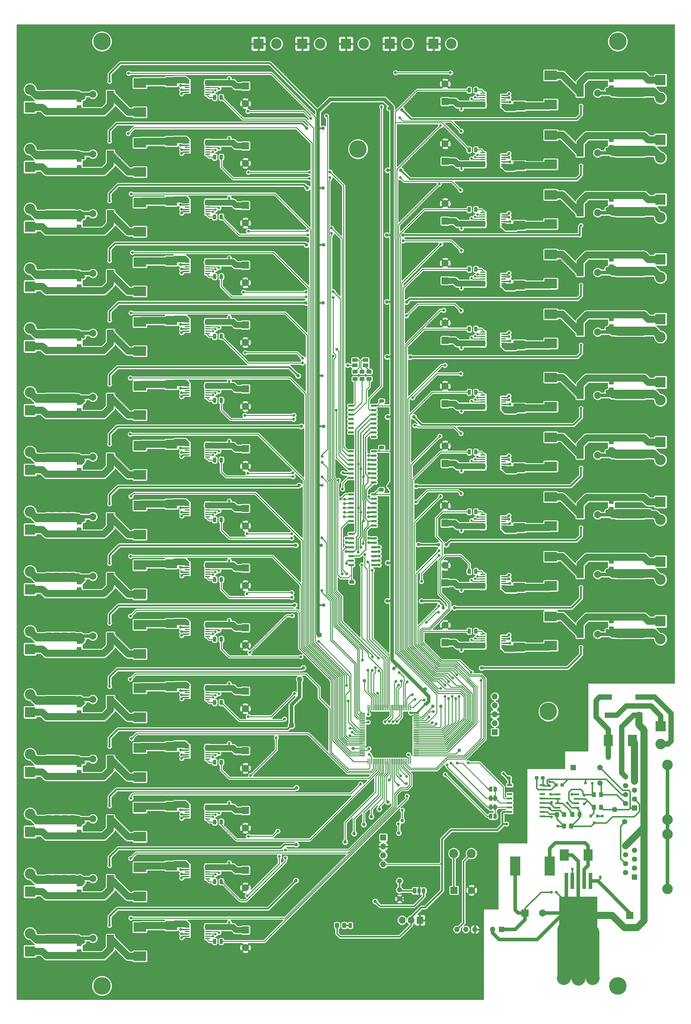
<source format=gbr>
G04 #@! TF.GenerationSoftware,KiCad,Pcbnew,(5.1.0)-1*
G04 #@! TF.CreationDate,2020-08-19T15:17:57+08:00*
G04 #@! TF.ProjectId,LED_driver,4c45445f-6472-4697-9665-722e6b696361,rev?*
G04 #@! TF.SameCoordinates,Original*
G04 #@! TF.FileFunction,Copper,L1,Top*
G04 #@! TF.FilePolarity,Positive*
%FSLAX46Y46*%
G04 Gerber Fmt 4.6, Leading zero omitted, Abs format (unit mm)*
G04 Created by KiCad (PCBNEW (5.1.0)-1) date 2020-08-19 15:17:57*
%MOMM*%
%LPD*%
G04 APERTURE LIST*
%ADD10C,0.150000*%
%ADD11R,3.000000X3.000000*%
%ADD12C,3.000000*%
%ADD13R,1.500000X1.800000*%
%ADD14R,1.450000X0.450000*%
%ADD15C,1.250000*%
%ADD16R,3.600000X2.700000*%
%ADD17C,0.975000*%
%ADD18R,2.000000X2.000000*%
%ADD19C,2.000000*%
%ADD20R,3.300000X2.500000*%
%ADD21R,2.000000X1.500000*%
%ADD22C,1.500000*%
%ADD23R,1.500000X1.500000*%
%ADD24C,0.300000*%
%ADD25C,0.950000*%
%ADD26C,1.150000*%
%ADD27O,1.500000X1.500000*%
%ADD28R,2.500000X3.300000*%
%ADD29R,1.500000X1.100000*%
%ADD30R,0.800000X0.900000*%
%ADD31R,1.700000X1.700000*%
%ADD32O,1.700000X1.700000*%
%ADD33C,0.500000*%
%ADD34C,2.600000*%
%ADD35R,2.900000X5.400000*%
%ADD36C,1.440000*%
%ADD37R,1.600000X1.600000*%
%ADD38O,1.600000X1.600000*%
%ADD39C,1.000000*%
%ADD40C,0.600000*%
%ADD41O,1.050000X1.500000*%
%ADD42R,1.050000X1.500000*%
%ADD43R,1.905000X2.000000*%
%ADD44O,1.905000X2.000000*%
%ADD45R,1.550000X0.600000*%
%ADD46R,1.500000X0.600000*%
%ADD47R,1.100000X4.600000*%
%ADD48R,10.800000X9.400000*%
%ADD49C,5.000000*%
%ADD50C,0.800000*%
%ADD51C,0.700000*%
%ADD52C,2.000000*%
%ADD53C,0.500000*%
%ADD54C,1.000000*%
%ADD55C,0.400000*%
%ADD56C,0.300000*%
%ADD57C,1.250000*%
%ADD58C,0.250000*%
%ADD59C,1.700000*%
%ADD60C,1.500000*%
%ADD61C,4.000000*%
%ADD62C,0.254000*%
G04 APERTURE END LIST*
D10*
G36*
X191540000Y-272000000D02*
G01*
X191040000Y-272000000D01*
X191040000Y-272600000D01*
X191540000Y-272600000D01*
X191540000Y-272000000D01*
G37*
G36*
X191540000Y-274560000D02*
G01*
X191040000Y-274560000D01*
X191040000Y-275160000D01*
X191540000Y-275160000D01*
X191540000Y-274560000D01*
G37*
D11*
X238980000Y-101950000D03*
D12*
X238980000Y-107030000D03*
X59540000Y-207780000D03*
D11*
X59540000Y-212860000D03*
D12*
X59540000Y-173780000D03*
D11*
X59540000Y-178860000D03*
X59540000Y-143660000D03*
D12*
X59540000Y-138580000D03*
D13*
X106420000Y-241364000D03*
D14*
X110120000Y-240314000D03*
X110120000Y-240964000D03*
X110120000Y-241614000D03*
X110120000Y-242264000D03*
X110120000Y-242914000D03*
X110120000Y-243564000D03*
X110120000Y-244214000D03*
X104220000Y-244214000D03*
X104220000Y-243564000D03*
X104220000Y-242914000D03*
X104220000Y-242264000D03*
X104220000Y-241614000D03*
X104220000Y-240964000D03*
X104220000Y-240314000D03*
D13*
X107920000Y-241364000D03*
X107920000Y-243164000D03*
X106420000Y-243164000D03*
D10*
G36*
X234409504Y-160206204D02*
G01*
X234433773Y-160209804D01*
X234457571Y-160215765D01*
X234480671Y-160224030D01*
X234502849Y-160234520D01*
X234523893Y-160247133D01*
X234543598Y-160261747D01*
X234561777Y-160278223D01*
X234578253Y-160296402D01*
X234592867Y-160316107D01*
X234605480Y-160337151D01*
X234615970Y-160359329D01*
X234624235Y-160382429D01*
X234630196Y-160406227D01*
X234633796Y-160430496D01*
X234635000Y-160455000D01*
X234635000Y-161205000D01*
X234633796Y-161229504D01*
X234630196Y-161253773D01*
X234624235Y-161277571D01*
X234615970Y-161300671D01*
X234605480Y-161322849D01*
X234592867Y-161343893D01*
X234578253Y-161363598D01*
X234561777Y-161381777D01*
X234543598Y-161398253D01*
X234523893Y-161412867D01*
X234502849Y-161425480D01*
X234480671Y-161435970D01*
X234457571Y-161444235D01*
X234433773Y-161450196D01*
X234409504Y-161453796D01*
X234385000Y-161455000D01*
X233135000Y-161455000D01*
X233110496Y-161453796D01*
X233086227Y-161450196D01*
X233062429Y-161444235D01*
X233039329Y-161435970D01*
X233017151Y-161425480D01*
X232996107Y-161412867D01*
X232976402Y-161398253D01*
X232958223Y-161381777D01*
X232941747Y-161363598D01*
X232927133Y-161343893D01*
X232914520Y-161322849D01*
X232904030Y-161300671D01*
X232895765Y-161277571D01*
X232889804Y-161253773D01*
X232886204Y-161229504D01*
X232885000Y-161205000D01*
X232885000Y-160455000D01*
X232886204Y-160430496D01*
X232889804Y-160406227D01*
X232895765Y-160382429D01*
X232904030Y-160359329D01*
X232914520Y-160337151D01*
X232927133Y-160316107D01*
X232941747Y-160296402D01*
X232958223Y-160278223D01*
X232976402Y-160261747D01*
X232996107Y-160247133D01*
X233017151Y-160234520D01*
X233039329Y-160224030D01*
X233062429Y-160215765D01*
X233086227Y-160209804D01*
X233110496Y-160206204D01*
X233135000Y-160205000D01*
X234385000Y-160205000D01*
X234409504Y-160206204D01*
X234409504Y-160206204D01*
G37*
D15*
X233760000Y-160830000D03*
D10*
G36*
X234409504Y-157406204D02*
G01*
X234433773Y-157409804D01*
X234457571Y-157415765D01*
X234480671Y-157424030D01*
X234502849Y-157434520D01*
X234523893Y-157447133D01*
X234543598Y-157461747D01*
X234561777Y-157478223D01*
X234578253Y-157496402D01*
X234592867Y-157516107D01*
X234605480Y-157537151D01*
X234615970Y-157559329D01*
X234624235Y-157582429D01*
X234630196Y-157606227D01*
X234633796Y-157630496D01*
X234635000Y-157655000D01*
X234635000Y-158405000D01*
X234633796Y-158429504D01*
X234630196Y-158453773D01*
X234624235Y-158477571D01*
X234615970Y-158500671D01*
X234605480Y-158522849D01*
X234592867Y-158543893D01*
X234578253Y-158563598D01*
X234561777Y-158581777D01*
X234543598Y-158598253D01*
X234523893Y-158612867D01*
X234502849Y-158625480D01*
X234480671Y-158635970D01*
X234457571Y-158644235D01*
X234433773Y-158650196D01*
X234409504Y-158653796D01*
X234385000Y-158655000D01*
X233135000Y-158655000D01*
X233110496Y-158653796D01*
X233086227Y-158650196D01*
X233062429Y-158644235D01*
X233039329Y-158635970D01*
X233017151Y-158625480D01*
X232996107Y-158612867D01*
X232976402Y-158598253D01*
X232958223Y-158581777D01*
X232941747Y-158563598D01*
X232927133Y-158543893D01*
X232914520Y-158522849D01*
X232904030Y-158500671D01*
X232895765Y-158477571D01*
X232889804Y-158453773D01*
X232886204Y-158429504D01*
X232885000Y-158405000D01*
X232885000Y-157655000D01*
X232886204Y-157630496D01*
X232889804Y-157606227D01*
X232895765Y-157582429D01*
X232904030Y-157559329D01*
X232914520Y-157537151D01*
X232927133Y-157516107D01*
X232941747Y-157496402D01*
X232958223Y-157478223D01*
X232976402Y-157461747D01*
X232996107Y-157447133D01*
X233017151Y-157434520D01*
X233039329Y-157424030D01*
X233062429Y-157415765D01*
X233086227Y-157409804D01*
X233110496Y-157406204D01*
X233135000Y-157405000D01*
X234385000Y-157405000D01*
X234409504Y-157406204D01*
X234409504Y-157406204D01*
G37*
D15*
X233760000Y-158030000D03*
D10*
G36*
X234409504Y-177206204D02*
G01*
X234433773Y-177209804D01*
X234457571Y-177215765D01*
X234480671Y-177224030D01*
X234502849Y-177234520D01*
X234523893Y-177247133D01*
X234543598Y-177261747D01*
X234561777Y-177278223D01*
X234578253Y-177296402D01*
X234592867Y-177316107D01*
X234605480Y-177337151D01*
X234615970Y-177359329D01*
X234624235Y-177382429D01*
X234630196Y-177406227D01*
X234633796Y-177430496D01*
X234635000Y-177455000D01*
X234635000Y-178205000D01*
X234633796Y-178229504D01*
X234630196Y-178253773D01*
X234624235Y-178277571D01*
X234615970Y-178300671D01*
X234605480Y-178322849D01*
X234592867Y-178343893D01*
X234578253Y-178363598D01*
X234561777Y-178381777D01*
X234543598Y-178398253D01*
X234523893Y-178412867D01*
X234502849Y-178425480D01*
X234480671Y-178435970D01*
X234457571Y-178444235D01*
X234433773Y-178450196D01*
X234409504Y-178453796D01*
X234385000Y-178455000D01*
X233135000Y-178455000D01*
X233110496Y-178453796D01*
X233086227Y-178450196D01*
X233062429Y-178444235D01*
X233039329Y-178435970D01*
X233017151Y-178425480D01*
X232996107Y-178412867D01*
X232976402Y-178398253D01*
X232958223Y-178381777D01*
X232941747Y-178363598D01*
X232927133Y-178343893D01*
X232914520Y-178322849D01*
X232904030Y-178300671D01*
X232895765Y-178277571D01*
X232889804Y-178253773D01*
X232886204Y-178229504D01*
X232885000Y-178205000D01*
X232885000Y-177455000D01*
X232886204Y-177430496D01*
X232889804Y-177406227D01*
X232895765Y-177382429D01*
X232904030Y-177359329D01*
X232914520Y-177337151D01*
X232927133Y-177316107D01*
X232941747Y-177296402D01*
X232958223Y-177278223D01*
X232976402Y-177261747D01*
X232996107Y-177247133D01*
X233017151Y-177234520D01*
X233039329Y-177224030D01*
X233062429Y-177215765D01*
X233086227Y-177209804D01*
X233110496Y-177206204D01*
X233135000Y-177205000D01*
X234385000Y-177205000D01*
X234409504Y-177206204D01*
X234409504Y-177206204D01*
G37*
D15*
X233760000Y-177830000D03*
D10*
G36*
X234409504Y-174406204D02*
G01*
X234433773Y-174409804D01*
X234457571Y-174415765D01*
X234480671Y-174424030D01*
X234502849Y-174434520D01*
X234523893Y-174447133D01*
X234543598Y-174461747D01*
X234561777Y-174478223D01*
X234578253Y-174496402D01*
X234592867Y-174516107D01*
X234605480Y-174537151D01*
X234615970Y-174559329D01*
X234624235Y-174582429D01*
X234630196Y-174606227D01*
X234633796Y-174630496D01*
X234635000Y-174655000D01*
X234635000Y-175405000D01*
X234633796Y-175429504D01*
X234630196Y-175453773D01*
X234624235Y-175477571D01*
X234615970Y-175500671D01*
X234605480Y-175522849D01*
X234592867Y-175543893D01*
X234578253Y-175563598D01*
X234561777Y-175581777D01*
X234543598Y-175598253D01*
X234523893Y-175612867D01*
X234502849Y-175625480D01*
X234480671Y-175635970D01*
X234457571Y-175644235D01*
X234433773Y-175650196D01*
X234409504Y-175653796D01*
X234385000Y-175655000D01*
X233135000Y-175655000D01*
X233110496Y-175653796D01*
X233086227Y-175650196D01*
X233062429Y-175644235D01*
X233039329Y-175635970D01*
X233017151Y-175625480D01*
X232996107Y-175612867D01*
X232976402Y-175598253D01*
X232958223Y-175581777D01*
X232941747Y-175563598D01*
X232927133Y-175543893D01*
X232914520Y-175522849D01*
X232904030Y-175500671D01*
X232895765Y-175477571D01*
X232889804Y-175453773D01*
X232886204Y-175429504D01*
X232885000Y-175405000D01*
X232885000Y-174655000D01*
X232886204Y-174630496D01*
X232889804Y-174606227D01*
X232895765Y-174582429D01*
X232904030Y-174559329D01*
X232914520Y-174537151D01*
X232927133Y-174516107D01*
X232941747Y-174496402D01*
X232958223Y-174478223D01*
X232976402Y-174461747D01*
X232996107Y-174447133D01*
X233017151Y-174434520D01*
X233039329Y-174424030D01*
X233062429Y-174415765D01*
X233086227Y-174409804D01*
X233110496Y-174406204D01*
X233135000Y-174405000D01*
X234385000Y-174405000D01*
X234409504Y-174406204D01*
X234409504Y-174406204D01*
G37*
D15*
X233760000Y-175030000D03*
D13*
X192100000Y-177446000D03*
D14*
X188400000Y-178496000D03*
X188400000Y-177846000D03*
X188400000Y-177196000D03*
X188400000Y-176546000D03*
X188400000Y-175896000D03*
X188400000Y-175246000D03*
X188400000Y-174596000D03*
X194300000Y-174596000D03*
X194300000Y-175246000D03*
X194300000Y-175896000D03*
X194300000Y-176546000D03*
X194300000Y-177196000D03*
X194300000Y-177846000D03*
X194300000Y-178496000D03*
D13*
X190600000Y-177446000D03*
X190600000Y-175646000D03*
X192100000Y-175646000D03*
X192100000Y-194446000D03*
D14*
X188400000Y-195496000D03*
X188400000Y-194846000D03*
X188400000Y-194196000D03*
X188400000Y-193546000D03*
X188400000Y-192896000D03*
X188400000Y-192246000D03*
X188400000Y-191596000D03*
X194300000Y-191596000D03*
X194300000Y-192246000D03*
X194300000Y-192896000D03*
X194300000Y-193546000D03*
X194300000Y-194196000D03*
X194300000Y-194846000D03*
X194300000Y-195496000D03*
D13*
X190600000Y-194446000D03*
X190600000Y-192646000D03*
X192100000Y-192646000D03*
X192100000Y-160446000D03*
D14*
X188400000Y-161496000D03*
X188400000Y-160846000D03*
X188400000Y-160196000D03*
X188400000Y-159546000D03*
X188400000Y-158896000D03*
X188400000Y-158246000D03*
X188400000Y-157596000D03*
X194300000Y-157596000D03*
X194300000Y-158246000D03*
X194300000Y-158896000D03*
X194300000Y-159546000D03*
X194300000Y-160196000D03*
X194300000Y-160846000D03*
X194300000Y-161496000D03*
D13*
X190600000Y-160446000D03*
X190600000Y-158646000D03*
X192100000Y-158646000D03*
X192100000Y-211446000D03*
D14*
X188400000Y-212496000D03*
X188400000Y-211846000D03*
X188400000Y-211196000D03*
X188400000Y-210546000D03*
X188400000Y-209896000D03*
X188400000Y-209246000D03*
X188400000Y-208596000D03*
X194300000Y-208596000D03*
X194300000Y-209246000D03*
X194300000Y-209896000D03*
X194300000Y-210546000D03*
X194300000Y-211196000D03*
X194300000Y-211846000D03*
X194300000Y-212496000D03*
D13*
X190600000Y-211446000D03*
X190600000Y-209646000D03*
X192100000Y-209646000D03*
D10*
G36*
X234409504Y-194206204D02*
G01*
X234433773Y-194209804D01*
X234457571Y-194215765D01*
X234480671Y-194224030D01*
X234502849Y-194234520D01*
X234523893Y-194247133D01*
X234543598Y-194261747D01*
X234561777Y-194278223D01*
X234578253Y-194296402D01*
X234592867Y-194316107D01*
X234605480Y-194337151D01*
X234615970Y-194359329D01*
X234624235Y-194382429D01*
X234630196Y-194406227D01*
X234633796Y-194430496D01*
X234635000Y-194455000D01*
X234635000Y-195205000D01*
X234633796Y-195229504D01*
X234630196Y-195253773D01*
X234624235Y-195277571D01*
X234615970Y-195300671D01*
X234605480Y-195322849D01*
X234592867Y-195343893D01*
X234578253Y-195363598D01*
X234561777Y-195381777D01*
X234543598Y-195398253D01*
X234523893Y-195412867D01*
X234502849Y-195425480D01*
X234480671Y-195435970D01*
X234457571Y-195444235D01*
X234433773Y-195450196D01*
X234409504Y-195453796D01*
X234385000Y-195455000D01*
X233135000Y-195455000D01*
X233110496Y-195453796D01*
X233086227Y-195450196D01*
X233062429Y-195444235D01*
X233039329Y-195435970D01*
X233017151Y-195425480D01*
X232996107Y-195412867D01*
X232976402Y-195398253D01*
X232958223Y-195381777D01*
X232941747Y-195363598D01*
X232927133Y-195343893D01*
X232914520Y-195322849D01*
X232904030Y-195300671D01*
X232895765Y-195277571D01*
X232889804Y-195253773D01*
X232886204Y-195229504D01*
X232885000Y-195205000D01*
X232885000Y-194455000D01*
X232886204Y-194430496D01*
X232889804Y-194406227D01*
X232895765Y-194382429D01*
X232904030Y-194359329D01*
X232914520Y-194337151D01*
X232927133Y-194316107D01*
X232941747Y-194296402D01*
X232958223Y-194278223D01*
X232976402Y-194261747D01*
X232996107Y-194247133D01*
X233017151Y-194234520D01*
X233039329Y-194224030D01*
X233062429Y-194215765D01*
X233086227Y-194209804D01*
X233110496Y-194206204D01*
X233135000Y-194205000D01*
X234385000Y-194205000D01*
X234409504Y-194206204D01*
X234409504Y-194206204D01*
G37*
D15*
X233760000Y-194830000D03*
D10*
G36*
X234409504Y-191406204D02*
G01*
X234433773Y-191409804D01*
X234457571Y-191415765D01*
X234480671Y-191424030D01*
X234502849Y-191434520D01*
X234523893Y-191447133D01*
X234543598Y-191461747D01*
X234561777Y-191478223D01*
X234578253Y-191496402D01*
X234592867Y-191516107D01*
X234605480Y-191537151D01*
X234615970Y-191559329D01*
X234624235Y-191582429D01*
X234630196Y-191606227D01*
X234633796Y-191630496D01*
X234635000Y-191655000D01*
X234635000Y-192405000D01*
X234633796Y-192429504D01*
X234630196Y-192453773D01*
X234624235Y-192477571D01*
X234615970Y-192500671D01*
X234605480Y-192522849D01*
X234592867Y-192543893D01*
X234578253Y-192563598D01*
X234561777Y-192581777D01*
X234543598Y-192598253D01*
X234523893Y-192612867D01*
X234502849Y-192625480D01*
X234480671Y-192635970D01*
X234457571Y-192644235D01*
X234433773Y-192650196D01*
X234409504Y-192653796D01*
X234385000Y-192655000D01*
X233135000Y-192655000D01*
X233110496Y-192653796D01*
X233086227Y-192650196D01*
X233062429Y-192644235D01*
X233039329Y-192635970D01*
X233017151Y-192625480D01*
X232996107Y-192612867D01*
X232976402Y-192598253D01*
X232958223Y-192581777D01*
X232941747Y-192563598D01*
X232927133Y-192543893D01*
X232914520Y-192522849D01*
X232904030Y-192500671D01*
X232895765Y-192477571D01*
X232889804Y-192453773D01*
X232886204Y-192429504D01*
X232885000Y-192405000D01*
X232885000Y-191655000D01*
X232886204Y-191630496D01*
X232889804Y-191606227D01*
X232895765Y-191582429D01*
X232904030Y-191559329D01*
X232914520Y-191537151D01*
X232927133Y-191516107D01*
X232941747Y-191496402D01*
X232958223Y-191478223D01*
X232976402Y-191461747D01*
X232996107Y-191447133D01*
X233017151Y-191434520D01*
X233039329Y-191424030D01*
X233062429Y-191415765D01*
X233086227Y-191409804D01*
X233110496Y-191406204D01*
X233135000Y-191405000D01*
X234385000Y-191405000D01*
X234409504Y-191406204D01*
X234409504Y-191406204D01*
G37*
D15*
X233760000Y-192030000D03*
D16*
X207730000Y-169556000D03*
X207730000Y-177856000D03*
D11*
X238980000Y-153950000D03*
D12*
X238980000Y-159030000D03*
D10*
G36*
X186695142Y-207059174D02*
G01*
X186718803Y-207062684D01*
X186742007Y-207068496D01*
X186764529Y-207076554D01*
X186786153Y-207086782D01*
X186806670Y-207099079D01*
X186825883Y-207113329D01*
X186843607Y-207129393D01*
X186859671Y-207147117D01*
X186873921Y-207166330D01*
X186886218Y-207186847D01*
X186896446Y-207208471D01*
X186904504Y-207230993D01*
X186910316Y-207254197D01*
X186913826Y-207277858D01*
X186915000Y-207301750D01*
X186915000Y-208214250D01*
X186913826Y-208238142D01*
X186910316Y-208261803D01*
X186904504Y-208285007D01*
X186896446Y-208307529D01*
X186886218Y-208329153D01*
X186873921Y-208349670D01*
X186859671Y-208368883D01*
X186843607Y-208386607D01*
X186825883Y-208402671D01*
X186806670Y-208416921D01*
X186786153Y-208429218D01*
X186764529Y-208439446D01*
X186742007Y-208447504D01*
X186718803Y-208453316D01*
X186695142Y-208456826D01*
X186671250Y-208458000D01*
X186183750Y-208458000D01*
X186159858Y-208456826D01*
X186136197Y-208453316D01*
X186112993Y-208447504D01*
X186090471Y-208439446D01*
X186068847Y-208429218D01*
X186048330Y-208416921D01*
X186029117Y-208402671D01*
X186011393Y-208386607D01*
X185995329Y-208368883D01*
X185981079Y-208349670D01*
X185968782Y-208329153D01*
X185958554Y-208307529D01*
X185950496Y-208285007D01*
X185944684Y-208261803D01*
X185941174Y-208238142D01*
X185940000Y-208214250D01*
X185940000Y-207301750D01*
X185941174Y-207277858D01*
X185944684Y-207254197D01*
X185950496Y-207230993D01*
X185958554Y-207208471D01*
X185968782Y-207186847D01*
X185981079Y-207166330D01*
X185995329Y-207147117D01*
X186011393Y-207129393D01*
X186029117Y-207113329D01*
X186048330Y-207099079D01*
X186068847Y-207086782D01*
X186090471Y-207076554D01*
X186112993Y-207068496D01*
X186136197Y-207062684D01*
X186159858Y-207059174D01*
X186183750Y-207058000D01*
X186671250Y-207058000D01*
X186695142Y-207059174D01*
X186695142Y-207059174D01*
G37*
D17*
X186427500Y-207758000D03*
D10*
G36*
X184820142Y-207059174D02*
G01*
X184843803Y-207062684D01*
X184867007Y-207068496D01*
X184889529Y-207076554D01*
X184911153Y-207086782D01*
X184931670Y-207099079D01*
X184950883Y-207113329D01*
X184968607Y-207129393D01*
X184984671Y-207147117D01*
X184998921Y-207166330D01*
X185011218Y-207186847D01*
X185021446Y-207208471D01*
X185029504Y-207230993D01*
X185035316Y-207254197D01*
X185038826Y-207277858D01*
X185040000Y-207301750D01*
X185040000Y-208214250D01*
X185038826Y-208238142D01*
X185035316Y-208261803D01*
X185029504Y-208285007D01*
X185021446Y-208307529D01*
X185011218Y-208329153D01*
X184998921Y-208349670D01*
X184984671Y-208368883D01*
X184968607Y-208386607D01*
X184950883Y-208402671D01*
X184931670Y-208416921D01*
X184911153Y-208429218D01*
X184889529Y-208439446D01*
X184867007Y-208447504D01*
X184843803Y-208453316D01*
X184820142Y-208456826D01*
X184796250Y-208458000D01*
X184308750Y-208458000D01*
X184284858Y-208456826D01*
X184261197Y-208453316D01*
X184237993Y-208447504D01*
X184215471Y-208439446D01*
X184193847Y-208429218D01*
X184173330Y-208416921D01*
X184154117Y-208402671D01*
X184136393Y-208386607D01*
X184120329Y-208368883D01*
X184106079Y-208349670D01*
X184093782Y-208329153D01*
X184083554Y-208307529D01*
X184075496Y-208285007D01*
X184069684Y-208261803D01*
X184066174Y-208238142D01*
X184065000Y-208214250D01*
X184065000Y-207301750D01*
X184066174Y-207277858D01*
X184069684Y-207254197D01*
X184075496Y-207230993D01*
X184083554Y-207208471D01*
X184093782Y-207186847D01*
X184106079Y-207166330D01*
X184120329Y-207147117D01*
X184136393Y-207129393D01*
X184154117Y-207113329D01*
X184173330Y-207099079D01*
X184193847Y-207086782D01*
X184215471Y-207076554D01*
X184237993Y-207068496D01*
X184261197Y-207062684D01*
X184284858Y-207059174D01*
X184308750Y-207058000D01*
X184796250Y-207058000D01*
X184820142Y-207059174D01*
X184820142Y-207059174D01*
G37*
D17*
X184552500Y-207758000D03*
D10*
G36*
X186695142Y-173059174D02*
G01*
X186718803Y-173062684D01*
X186742007Y-173068496D01*
X186764529Y-173076554D01*
X186786153Y-173086782D01*
X186806670Y-173099079D01*
X186825883Y-173113329D01*
X186843607Y-173129393D01*
X186859671Y-173147117D01*
X186873921Y-173166330D01*
X186886218Y-173186847D01*
X186896446Y-173208471D01*
X186904504Y-173230993D01*
X186910316Y-173254197D01*
X186913826Y-173277858D01*
X186915000Y-173301750D01*
X186915000Y-174214250D01*
X186913826Y-174238142D01*
X186910316Y-174261803D01*
X186904504Y-174285007D01*
X186896446Y-174307529D01*
X186886218Y-174329153D01*
X186873921Y-174349670D01*
X186859671Y-174368883D01*
X186843607Y-174386607D01*
X186825883Y-174402671D01*
X186806670Y-174416921D01*
X186786153Y-174429218D01*
X186764529Y-174439446D01*
X186742007Y-174447504D01*
X186718803Y-174453316D01*
X186695142Y-174456826D01*
X186671250Y-174458000D01*
X186183750Y-174458000D01*
X186159858Y-174456826D01*
X186136197Y-174453316D01*
X186112993Y-174447504D01*
X186090471Y-174439446D01*
X186068847Y-174429218D01*
X186048330Y-174416921D01*
X186029117Y-174402671D01*
X186011393Y-174386607D01*
X185995329Y-174368883D01*
X185981079Y-174349670D01*
X185968782Y-174329153D01*
X185958554Y-174307529D01*
X185950496Y-174285007D01*
X185944684Y-174261803D01*
X185941174Y-174238142D01*
X185940000Y-174214250D01*
X185940000Y-173301750D01*
X185941174Y-173277858D01*
X185944684Y-173254197D01*
X185950496Y-173230993D01*
X185958554Y-173208471D01*
X185968782Y-173186847D01*
X185981079Y-173166330D01*
X185995329Y-173147117D01*
X186011393Y-173129393D01*
X186029117Y-173113329D01*
X186048330Y-173099079D01*
X186068847Y-173086782D01*
X186090471Y-173076554D01*
X186112993Y-173068496D01*
X186136197Y-173062684D01*
X186159858Y-173059174D01*
X186183750Y-173058000D01*
X186671250Y-173058000D01*
X186695142Y-173059174D01*
X186695142Y-173059174D01*
G37*
D17*
X186427500Y-173758000D03*
D10*
G36*
X184820142Y-173059174D02*
G01*
X184843803Y-173062684D01*
X184867007Y-173068496D01*
X184889529Y-173076554D01*
X184911153Y-173086782D01*
X184931670Y-173099079D01*
X184950883Y-173113329D01*
X184968607Y-173129393D01*
X184984671Y-173147117D01*
X184998921Y-173166330D01*
X185011218Y-173186847D01*
X185021446Y-173208471D01*
X185029504Y-173230993D01*
X185035316Y-173254197D01*
X185038826Y-173277858D01*
X185040000Y-173301750D01*
X185040000Y-174214250D01*
X185038826Y-174238142D01*
X185035316Y-174261803D01*
X185029504Y-174285007D01*
X185021446Y-174307529D01*
X185011218Y-174329153D01*
X184998921Y-174349670D01*
X184984671Y-174368883D01*
X184968607Y-174386607D01*
X184950883Y-174402671D01*
X184931670Y-174416921D01*
X184911153Y-174429218D01*
X184889529Y-174439446D01*
X184867007Y-174447504D01*
X184843803Y-174453316D01*
X184820142Y-174456826D01*
X184796250Y-174458000D01*
X184308750Y-174458000D01*
X184284858Y-174456826D01*
X184261197Y-174453316D01*
X184237993Y-174447504D01*
X184215471Y-174439446D01*
X184193847Y-174429218D01*
X184173330Y-174416921D01*
X184154117Y-174402671D01*
X184136393Y-174386607D01*
X184120329Y-174368883D01*
X184106079Y-174349670D01*
X184093782Y-174329153D01*
X184083554Y-174307529D01*
X184075496Y-174285007D01*
X184069684Y-174261803D01*
X184066174Y-174238142D01*
X184065000Y-174214250D01*
X184065000Y-173301750D01*
X184066174Y-173277858D01*
X184069684Y-173254197D01*
X184075496Y-173230993D01*
X184083554Y-173208471D01*
X184093782Y-173186847D01*
X184106079Y-173166330D01*
X184120329Y-173147117D01*
X184136393Y-173129393D01*
X184154117Y-173113329D01*
X184173330Y-173099079D01*
X184193847Y-173086782D01*
X184215471Y-173076554D01*
X184237993Y-173068496D01*
X184261197Y-173062684D01*
X184284858Y-173059174D01*
X184308750Y-173058000D01*
X184796250Y-173058000D01*
X184820142Y-173059174D01*
X184820142Y-173059174D01*
G37*
D17*
X184552500Y-173758000D03*
D16*
X207730000Y-203556000D03*
X207730000Y-211856000D03*
X207730000Y-152556000D03*
X207730000Y-160856000D03*
D10*
G36*
X227509504Y-225406204D02*
G01*
X227533773Y-225409804D01*
X227557571Y-225415765D01*
X227580671Y-225424030D01*
X227602849Y-225434520D01*
X227623893Y-225447133D01*
X227643598Y-225461747D01*
X227661777Y-225478223D01*
X227678253Y-225496402D01*
X227692867Y-225516107D01*
X227705480Y-225537151D01*
X227715970Y-225559329D01*
X227724235Y-225582429D01*
X227730196Y-225606227D01*
X227733796Y-225630496D01*
X227735000Y-225655000D01*
X227735000Y-226405000D01*
X227733796Y-226429504D01*
X227730196Y-226453773D01*
X227724235Y-226477571D01*
X227715970Y-226500671D01*
X227705480Y-226522849D01*
X227692867Y-226543893D01*
X227678253Y-226563598D01*
X227661777Y-226581777D01*
X227643598Y-226598253D01*
X227623893Y-226612867D01*
X227602849Y-226625480D01*
X227580671Y-226635970D01*
X227557571Y-226644235D01*
X227533773Y-226650196D01*
X227509504Y-226653796D01*
X227485000Y-226655000D01*
X226235000Y-226655000D01*
X226210496Y-226653796D01*
X226186227Y-226650196D01*
X226162429Y-226644235D01*
X226139329Y-226635970D01*
X226117151Y-226625480D01*
X226096107Y-226612867D01*
X226076402Y-226598253D01*
X226058223Y-226581777D01*
X226041747Y-226563598D01*
X226027133Y-226543893D01*
X226014520Y-226522849D01*
X226004030Y-226500671D01*
X225995765Y-226477571D01*
X225989804Y-226453773D01*
X225986204Y-226429504D01*
X225985000Y-226405000D01*
X225985000Y-225655000D01*
X225986204Y-225630496D01*
X225989804Y-225606227D01*
X225995765Y-225582429D01*
X226004030Y-225559329D01*
X226014520Y-225537151D01*
X226027133Y-225516107D01*
X226041747Y-225496402D01*
X226058223Y-225478223D01*
X226076402Y-225461747D01*
X226096107Y-225447133D01*
X226117151Y-225434520D01*
X226139329Y-225424030D01*
X226162429Y-225415765D01*
X226186227Y-225409804D01*
X226210496Y-225406204D01*
X226235000Y-225405000D01*
X227485000Y-225405000D01*
X227509504Y-225406204D01*
X227509504Y-225406204D01*
G37*
D15*
X226860000Y-226030000D03*
D10*
G36*
X227509504Y-228206204D02*
G01*
X227533773Y-228209804D01*
X227557571Y-228215765D01*
X227580671Y-228224030D01*
X227602849Y-228234520D01*
X227623893Y-228247133D01*
X227643598Y-228261747D01*
X227661777Y-228278223D01*
X227678253Y-228296402D01*
X227692867Y-228316107D01*
X227705480Y-228337151D01*
X227715970Y-228359329D01*
X227724235Y-228382429D01*
X227730196Y-228406227D01*
X227733796Y-228430496D01*
X227735000Y-228455000D01*
X227735000Y-229205000D01*
X227733796Y-229229504D01*
X227730196Y-229253773D01*
X227724235Y-229277571D01*
X227715970Y-229300671D01*
X227705480Y-229322849D01*
X227692867Y-229343893D01*
X227678253Y-229363598D01*
X227661777Y-229381777D01*
X227643598Y-229398253D01*
X227623893Y-229412867D01*
X227602849Y-229425480D01*
X227580671Y-229435970D01*
X227557571Y-229444235D01*
X227533773Y-229450196D01*
X227509504Y-229453796D01*
X227485000Y-229455000D01*
X226235000Y-229455000D01*
X226210496Y-229453796D01*
X226186227Y-229450196D01*
X226162429Y-229444235D01*
X226139329Y-229435970D01*
X226117151Y-229425480D01*
X226096107Y-229412867D01*
X226076402Y-229398253D01*
X226058223Y-229381777D01*
X226041747Y-229363598D01*
X226027133Y-229343893D01*
X226014520Y-229322849D01*
X226004030Y-229300671D01*
X225995765Y-229277571D01*
X225989804Y-229253773D01*
X225986204Y-229229504D01*
X225985000Y-229205000D01*
X225985000Y-228455000D01*
X225986204Y-228430496D01*
X225989804Y-228406227D01*
X225995765Y-228382429D01*
X226004030Y-228359329D01*
X226014520Y-228337151D01*
X226027133Y-228316107D01*
X226041747Y-228296402D01*
X226058223Y-228278223D01*
X226076402Y-228261747D01*
X226096107Y-228247133D01*
X226117151Y-228234520D01*
X226139329Y-228224030D01*
X226162429Y-228215765D01*
X226186227Y-228209804D01*
X226210496Y-228206204D01*
X226235000Y-228205000D01*
X227485000Y-228205000D01*
X227509504Y-228206204D01*
X227509504Y-228206204D01*
G37*
D15*
X226860000Y-228830000D03*
D10*
G36*
X232109504Y-228206204D02*
G01*
X232133773Y-228209804D01*
X232157571Y-228215765D01*
X232180671Y-228224030D01*
X232202849Y-228234520D01*
X232223893Y-228247133D01*
X232243598Y-228261747D01*
X232261777Y-228278223D01*
X232278253Y-228296402D01*
X232292867Y-228316107D01*
X232305480Y-228337151D01*
X232315970Y-228359329D01*
X232324235Y-228382429D01*
X232330196Y-228406227D01*
X232333796Y-228430496D01*
X232335000Y-228455000D01*
X232335000Y-229205000D01*
X232333796Y-229229504D01*
X232330196Y-229253773D01*
X232324235Y-229277571D01*
X232315970Y-229300671D01*
X232305480Y-229322849D01*
X232292867Y-229343893D01*
X232278253Y-229363598D01*
X232261777Y-229381777D01*
X232243598Y-229398253D01*
X232223893Y-229412867D01*
X232202849Y-229425480D01*
X232180671Y-229435970D01*
X232157571Y-229444235D01*
X232133773Y-229450196D01*
X232109504Y-229453796D01*
X232085000Y-229455000D01*
X230835000Y-229455000D01*
X230810496Y-229453796D01*
X230786227Y-229450196D01*
X230762429Y-229444235D01*
X230739329Y-229435970D01*
X230717151Y-229425480D01*
X230696107Y-229412867D01*
X230676402Y-229398253D01*
X230658223Y-229381777D01*
X230641747Y-229363598D01*
X230627133Y-229343893D01*
X230614520Y-229322849D01*
X230604030Y-229300671D01*
X230595765Y-229277571D01*
X230589804Y-229253773D01*
X230586204Y-229229504D01*
X230585000Y-229205000D01*
X230585000Y-228455000D01*
X230586204Y-228430496D01*
X230589804Y-228406227D01*
X230595765Y-228382429D01*
X230604030Y-228359329D01*
X230614520Y-228337151D01*
X230627133Y-228316107D01*
X230641747Y-228296402D01*
X230658223Y-228278223D01*
X230676402Y-228261747D01*
X230696107Y-228247133D01*
X230717151Y-228234520D01*
X230739329Y-228224030D01*
X230762429Y-228215765D01*
X230786227Y-228209804D01*
X230810496Y-228206204D01*
X230835000Y-228205000D01*
X232085000Y-228205000D01*
X232109504Y-228206204D01*
X232109504Y-228206204D01*
G37*
D15*
X231460000Y-228830000D03*
D10*
G36*
X232109504Y-225406204D02*
G01*
X232133773Y-225409804D01*
X232157571Y-225415765D01*
X232180671Y-225424030D01*
X232202849Y-225434520D01*
X232223893Y-225447133D01*
X232243598Y-225461747D01*
X232261777Y-225478223D01*
X232278253Y-225496402D01*
X232292867Y-225516107D01*
X232305480Y-225537151D01*
X232315970Y-225559329D01*
X232324235Y-225582429D01*
X232330196Y-225606227D01*
X232333796Y-225630496D01*
X232335000Y-225655000D01*
X232335000Y-226405000D01*
X232333796Y-226429504D01*
X232330196Y-226453773D01*
X232324235Y-226477571D01*
X232315970Y-226500671D01*
X232305480Y-226522849D01*
X232292867Y-226543893D01*
X232278253Y-226563598D01*
X232261777Y-226581777D01*
X232243598Y-226598253D01*
X232223893Y-226612867D01*
X232202849Y-226625480D01*
X232180671Y-226635970D01*
X232157571Y-226644235D01*
X232133773Y-226650196D01*
X232109504Y-226653796D01*
X232085000Y-226655000D01*
X230835000Y-226655000D01*
X230810496Y-226653796D01*
X230786227Y-226650196D01*
X230762429Y-226644235D01*
X230739329Y-226635970D01*
X230717151Y-226625480D01*
X230696107Y-226612867D01*
X230676402Y-226598253D01*
X230658223Y-226581777D01*
X230641747Y-226563598D01*
X230627133Y-226543893D01*
X230614520Y-226522849D01*
X230604030Y-226500671D01*
X230595765Y-226477571D01*
X230589804Y-226453773D01*
X230586204Y-226429504D01*
X230585000Y-226405000D01*
X230585000Y-225655000D01*
X230586204Y-225630496D01*
X230589804Y-225606227D01*
X230595765Y-225582429D01*
X230604030Y-225559329D01*
X230614520Y-225537151D01*
X230627133Y-225516107D01*
X230641747Y-225496402D01*
X230658223Y-225478223D01*
X230676402Y-225461747D01*
X230696107Y-225447133D01*
X230717151Y-225434520D01*
X230739329Y-225424030D01*
X230762429Y-225415765D01*
X230786227Y-225409804D01*
X230810496Y-225406204D01*
X230835000Y-225405000D01*
X232085000Y-225405000D01*
X232109504Y-225406204D01*
X232109504Y-225406204D01*
G37*
D15*
X231460000Y-226030000D03*
D10*
G36*
X234409504Y-225406204D02*
G01*
X234433773Y-225409804D01*
X234457571Y-225415765D01*
X234480671Y-225424030D01*
X234502849Y-225434520D01*
X234523893Y-225447133D01*
X234543598Y-225461747D01*
X234561777Y-225478223D01*
X234578253Y-225496402D01*
X234592867Y-225516107D01*
X234605480Y-225537151D01*
X234615970Y-225559329D01*
X234624235Y-225582429D01*
X234630196Y-225606227D01*
X234633796Y-225630496D01*
X234635000Y-225655000D01*
X234635000Y-226405000D01*
X234633796Y-226429504D01*
X234630196Y-226453773D01*
X234624235Y-226477571D01*
X234615970Y-226500671D01*
X234605480Y-226522849D01*
X234592867Y-226543893D01*
X234578253Y-226563598D01*
X234561777Y-226581777D01*
X234543598Y-226598253D01*
X234523893Y-226612867D01*
X234502849Y-226625480D01*
X234480671Y-226635970D01*
X234457571Y-226644235D01*
X234433773Y-226650196D01*
X234409504Y-226653796D01*
X234385000Y-226655000D01*
X233135000Y-226655000D01*
X233110496Y-226653796D01*
X233086227Y-226650196D01*
X233062429Y-226644235D01*
X233039329Y-226635970D01*
X233017151Y-226625480D01*
X232996107Y-226612867D01*
X232976402Y-226598253D01*
X232958223Y-226581777D01*
X232941747Y-226563598D01*
X232927133Y-226543893D01*
X232914520Y-226522849D01*
X232904030Y-226500671D01*
X232895765Y-226477571D01*
X232889804Y-226453773D01*
X232886204Y-226429504D01*
X232885000Y-226405000D01*
X232885000Y-225655000D01*
X232886204Y-225630496D01*
X232889804Y-225606227D01*
X232895765Y-225582429D01*
X232904030Y-225559329D01*
X232914520Y-225537151D01*
X232927133Y-225516107D01*
X232941747Y-225496402D01*
X232958223Y-225478223D01*
X232976402Y-225461747D01*
X232996107Y-225447133D01*
X233017151Y-225434520D01*
X233039329Y-225424030D01*
X233062429Y-225415765D01*
X233086227Y-225409804D01*
X233110496Y-225406204D01*
X233135000Y-225405000D01*
X234385000Y-225405000D01*
X234409504Y-225406204D01*
X234409504Y-225406204D01*
G37*
D15*
X233760000Y-226030000D03*
D10*
G36*
X234409504Y-228206204D02*
G01*
X234433773Y-228209804D01*
X234457571Y-228215765D01*
X234480671Y-228224030D01*
X234502849Y-228234520D01*
X234523893Y-228247133D01*
X234543598Y-228261747D01*
X234561777Y-228278223D01*
X234578253Y-228296402D01*
X234592867Y-228316107D01*
X234605480Y-228337151D01*
X234615970Y-228359329D01*
X234624235Y-228382429D01*
X234630196Y-228406227D01*
X234633796Y-228430496D01*
X234635000Y-228455000D01*
X234635000Y-229205000D01*
X234633796Y-229229504D01*
X234630196Y-229253773D01*
X234624235Y-229277571D01*
X234615970Y-229300671D01*
X234605480Y-229322849D01*
X234592867Y-229343893D01*
X234578253Y-229363598D01*
X234561777Y-229381777D01*
X234543598Y-229398253D01*
X234523893Y-229412867D01*
X234502849Y-229425480D01*
X234480671Y-229435970D01*
X234457571Y-229444235D01*
X234433773Y-229450196D01*
X234409504Y-229453796D01*
X234385000Y-229455000D01*
X233135000Y-229455000D01*
X233110496Y-229453796D01*
X233086227Y-229450196D01*
X233062429Y-229444235D01*
X233039329Y-229435970D01*
X233017151Y-229425480D01*
X232996107Y-229412867D01*
X232976402Y-229398253D01*
X232958223Y-229381777D01*
X232941747Y-229363598D01*
X232927133Y-229343893D01*
X232914520Y-229322849D01*
X232904030Y-229300671D01*
X232895765Y-229277571D01*
X232889804Y-229253773D01*
X232886204Y-229229504D01*
X232885000Y-229205000D01*
X232885000Y-228455000D01*
X232886204Y-228430496D01*
X232889804Y-228406227D01*
X232895765Y-228382429D01*
X232904030Y-228359329D01*
X232914520Y-228337151D01*
X232927133Y-228316107D01*
X232941747Y-228296402D01*
X232958223Y-228278223D01*
X232976402Y-228261747D01*
X232996107Y-228247133D01*
X233017151Y-228234520D01*
X233039329Y-228224030D01*
X233062429Y-228215765D01*
X233086227Y-228209804D01*
X233110496Y-228206204D01*
X233135000Y-228205000D01*
X234385000Y-228205000D01*
X234409504Y-228206204D01*
X234409504Y-228206204D01*
G37*
D15*
X233760000Y-228830000D03*
D10*
G36*
X229809504Y-225406204D02*
G01*
X229833773Y-225409804D01*
X229857571Y-225415765D01*
X229880671Y-225424030D01*
X229902849Y-225434520D01*
X229923893Y-225447133D01*
X229943598Y-225461747D01*
X229961777Y-225478223D01*
X229978253Y-225496402D01*
X229992867Y-225516107D01*
X230005480Y-225537151D01*
X230015970Y-225559329D01*
X230024235Y-225582429D01*
X230030196Y-225606227D01*
X230033796Y-225630496D01*
X230035000Y-225655000D01*
X230035000Y-226405000D01*
X230033796Y-226429504D01*
X230030196Y-226453773D01*
X230024235Y-226477571D01*
X230015970Y-226500671D01*
X230005480Y-226522849D01*
X229992867Y-226543893D01*
X229978253Y-226563598D01*
X229961777Y-226581777D01*
X229943598Y-226598253D01*
X229923893Y-226612867D01*
X229902849Y-226625480D01*
X229880671Y-226635970D01*
X229857571Y-226644235D01*
X229833773Y-226650196D01*
X229809504Y-226653796D01*
X229785000Y-226655000D01*
X228535000Y-226655000D01*
X228510496Y-226653796D01*
X228486227Y-226650196D01*
X228462429Y-226644235D01*
X228439329Y-226635970D01*
X228417151Y-226625480D01*
X228396107Y-226612867D01*
X228376402Y-226598253D01*
X228358223Y-226581777D01*
X228341747Y-226563598D01*
X228327133Y-226543893D01*
X228314520Y-226522849D01*
X228304030Y-226500671D01*
X228295765Y-226477571D01*
X228289804Y-226453773D01*
X228286204Y-226429504D01*
X228285000Y-226405000D01*
X228285000Y-225655000D01*
X228286204Y-225630496D01*
X228289804Y-225606227D01*
X228295765Y-225582429D01*
X228304030Y-225559329D01*
X228314520Y-225537151D01*
X228327133Y-225516107D01*
X228341747Y-225496402D01*
X228358223Y-225478223D01*
X228376402Y-225461747D01*
X228396107Y-225447133D01*
X228417151Y-225434520D01*
X228439329Y-225424030D01*
X228462429Y-225415765D01*
X228486227Y-225409804D01*
X228510496Y-225406204D01*
X228535000Y-225405000D01*
X229785000Y-225405000D01*
X229809504Y-225406204D01*
X229809504Y-225406204D01*
G37*
D15*
X229160000Y-226030000D03*
D10*
G36*
X229809504Y-228206204D02*
G01*
X229833773Y-228209804D01*
X229857571Y-228215765D01*
X229880671Y-228224030D01*
X229902849Y-228234520D01*
X229923893Y-228247133D01*
X229943598Y-228261747D01*
X229961777Y-228278223D01*
X229978253Y-228296402D01*
X229992867Y-228316107D01*
X230005480Y-228337151D01*
X230015970Y-228359329D01*
X230024235Y-228382429D01*
X230030196Y-228406227D01*
X230033796Y-228430496D01*
X230035000Y-228455000D01*
X230035000Y-229205000D01*
X230033796Y-229229504D01*
X230030196Y-229253773D01*
X230024235Y-229277571D01*
X230015970Y-229300671D01*
X230005480Y-229322849D01*
X229992867Y-229343893D01*
X229978253Y-229363598D01*
X229961777Y-229381777D01*
X229943598Y-229398253D01*
X229923893Y-229412867D01*
X229902849Y-229425480D01*
X229880671Y-229435970D01*
X229857571Y-229444235D01*
X229833773Y-229450196D01*
X229809504Y-229453796D01*
X229785000Y-229455000D01*
X228535000Y-229455000D01*
X228510496Y-229453796D01*
X228486227Y-229450196D01*
X228462429Y-229444235D01*
X228439329Y-229435970D01*
X228417151Y-229425480D01*
X228396107Y-229412867D01*
X228376402Y-229398253D01*
X228358223Y-229381777D01*
X228341747Y-229363598D01*
X228327133Y-229343893D01*
X228314520Y-229322849D01*
X228304030Y-229300671D01*
X228295765Y-229277571D01*
X228289804Y-229253773D01*
X228286204Y-229229504D01*
X228285000Y-229205000D01*
X228285000Y-228455000D01*
X228286204Y-228430496D01*
X228289804Y-228406227D01*
X228295765Y-228382429D01*
X228304030Y-228359329D01*
X228314520Y-228337151D01*
X228327133Y-228316107D01*
X228341747Y-228296402D01*
X228358223Y-228278223D01*
X228376402Y-228261747D01*
X228396107Y-228247133D01*
X228417151Y-228234520D01*
X228439329Y-228224030D01*
X228462429Y-228215765D01*
X228486227Y-228209804D01*
X228510496Y-228206204D01*
X228535000Y-228205000D01*
X229785000Y-228205000D01*
X229809504Y-228206204D01*
X229809504Y-228206204D01*
G37*
D15*
X229160000Y-228830000D03*
D16*
X207730000Y-228856000D03*
X207730000Y-220556000D03*
D13*
X192100000Y-226646000D03*
X190600000Y-226646000D03*
X190600000Y-228446000D03*
D14*
X194300000Y-229496000D03*
X194300000Y-228846000D03*
X194300000Y-228196000D03*
X194300000Y-227546000D03*
X194300000Y-226896000D03*
X194300000Y-226246000D03*
X194300000Y-225596000D03*
X188400000Y-225596000D03*
X188400000Y-226246000D03*
X188400000Y-226896000D03*
X188400000Y-227546000D03*
X188400000Y-228196000D03*
X188400000Y-228846000D03*
X188400000Y-229496000D03*
D13*
X192100000Y-228446000D03*
D10*
G36*
X184820142Y-224059174D02*
G01*
X184843803Y-224062684D01*
X184867007Y-224068496D01*
X184889529Y-224076554D01*
X184911153Y-224086782D01*
X184931670Y-224099079D01*
X184950883Y-224113329D01*
X184968607Y-224129393D01*
X184984671Y-224147117D01*
X184998921Y-224166330D01*
X185011218Y-224186847D01*
X185021446Y-224208471D01*
X185029504Y-224230993D01*
X185035316Y-224254197D01*
X185038826Y-224277858D01*
X185040000Y-224301750D01*
X185040000Y-225214250D01*
X185038826Y-225238142D01*
X185035316Y-225261803D01*
X185029504Y-225285007D01*
X185021446Y-225307529D01*
X185011218Y-225329153D01*
X184998921Y-225349670D01*
X184984671Y-225368883D01*
X184968607Y-225386607D01*
X184950883Y-225402671D01*
X184931670Y-225416921D01*
X184911153Y-225429218D01*
X184889529Y-225439446D01*
X184867007Y-225447504D01*
X184843803Y-225453316D01*
X184820142Y-225456826D01*
X184796250Y-225458000D01*
X184308750Y-225458000D01*
X184284858Y-225456826D01*
X184261197Y-225453316D01*
X184237993Y-225447504D01*
X184215471Y-225439446D01*
X184193847Y-225429218D01*
X184173330Y-225416921D01*
X184154117Y-225402671D01*
X184136393Y-225386607D01*
X184120329Y-225368883D01*
X184106079Y-225349670D01*
X184093782Y-225329153D01*
X184083554Y-225307529D01*
X184075496Y-225285007D01*
X184069684Y-225261803D01*
X184066174Y-225238142D01*
X184065000Y-225214250D01*
X184065000Y-224301750D01*
X184066174Y-224277858D01*
X184069684Y-224254197D01*
X184075496Y-224230993D01*
X184083554Y-224208471D01*
X184093782Y-224186847D01*
X184106079Y-224166330D01*
X184120329Y-224147117D01*
X184136393Y-224129393D01*
X184154117Y-224113329D01*
X184173330Y-224099079D01*
X184193847Y-224086782D01*
X184215471Y-224076554D01*
X184237993Y-224068496D01*
X184261197Y-224062684D01*
X184284858Y-224059174D01*
X184308750Y-224058000D01*
X184796250Y-224058000D01*
X184820142Y-224059174D01*
X184820142Y-224059174D01*
G37*
D17*
X184552500Y-224758000D03*
D10*
G36*
X186695142Y-224059174D02*
G01*
X186718803Y-224062684D01*
X186742007Y-224068496D01*
X186764529Y-224076554D01*
X186786153Y-224086782D01*
X186806670Y-224099079D01*
X186825883Y-224113329D01*
X186843607Y-224129393D01*
X186859671Y-224147117D01*
X186873921Y-224166330D01*
X186886218Y-224186847D01*
X186896446Y-224208471D01*
X186904504Y-224230993D01*
X186910316Y-224254197D01*
X186913826Y-224277858D01*
X186915000Y-224301750D01*
X186915000Y-225214250D01*
X186913826Y-225238142D01*
X186910316Y-225261803D01*
X186904504Y-225285007D01*
X186896446Y-225307529D01*
X186886218Y-225329153D01*
X186873921Y-225349670D01*
X186859671Y-225368883D01*
X186843607Y-225386607D01*
X186825883Y-225402671D01*
X186806670Y-225416921D01*
X186786153Y-225429218D01*
X186764529Y-225439446D01*
X186742007Y-225447504D01*
X186718803Y-225453316D01*
X186695142Y-225456826D01*
X186671250Y-225458000D01*
X186183750Y-225458000D01*
X186159858Y-225456826D01*
X186136197Y-225453316D01*
X186112993Y-225447504D01*
X186090471Y-225439446D01*
X186068847Y-225429218D01*
X186048330Y-225416921D01*
X186029117Y-225402671D01*
X186011393Y-225386607D01*
X185995329Y-225368883D01*
X185981079Y-225349670D01*
X185968782Y-225329153D01*
X185958554Y-225307529D01*
X185950496Y-225285007D01*
X185944684Y-225261803D01*
X185941174Y-225238142D01*
X185940000Y-225214250D01*
X185940000Y-224301750D01*
X185941174Y-224277858D01*
X185944684Y-224254197D01*
X185950496Y-224230993D01*
X185958554Y-224208471D01*
X185968782Y-224186847D01*
X185981079Y-224166330D01*
X185995329Y-224147117D01*
X186011393Y-224129393D01*
X186029117Y-224113329D01*
X186048330Y-224099079D01*
X186068847Y-224086782D01*
X186090471Y-224076554D01*
X186112993Y-224068496D01*
X186136197Y-224062684D01*
X186159858Y-224059174D01*
X186183750Y-224058000D01*
X186671250Y-224058000D01*
X186695142Y-224059174D01*
X186695142Y-224059174D01*
G37*
D17*
X186427500Y-224758000D03*
D10*
G36*
X225480142Y-221546174D02*
G01*
X225503803Y-221549684D01*
X225527007Y-221555496D01*
X225549529Y-221563554D01*
X225571153Y-221573782D01*
X225591670Y-221586079D01*
X225610883Y-221600329D01*
X225628607Y-221616393D01*
X225644671Y-221634117D01*
X225658921Y-221653330D01*
X225671218Y-221673847D01*
X225681446Y-221695471D01*
X225689504Y-221717993D01*
X225695316Y-221741197D01*
X225698826Y-221764858D01*
X225700000Y-221788750D01*
X225700000Y-222276250D01*
X225698826Y-222300142D01*
X225695316Y-222323803D01*
X225689504Y-222347007D01*
X225681446Y-222369529D01*
X225671218Y-222391153D01*
X225658921Y-222411670D01*
X225644671Y-222430883D01*
X225628607Y-222448607D01*
X225610883Y-222464671D01*
X225591670Y-222478921D01*
X225571153Y-222491218D01*
X225549529Y-222501446D01*
X225527007Y-222509504D01*
X225503803Y-222515316D01*
X225480142Y-222518826D01*
X225456250Y-222520000D01*
X224543750Y-222520000D01*
X224519858Y-222518826D01*
X224496197Y-222515316D01*
X224472993Y-222509504D01*
X224450471Y-222501446D01*
X224428847Y-222491218D01*
X224408330Y-222478921D01*
X224389117Y-222464671D01*
X224371393Y-222448607D01*
X224355329Y-222430883D01*
X224341079Y-222411670D01*
X224328782Y-222391153D01*
X224318554Y-222369529D01*
X224310496Y-222347007D01*
X224304684Y-222323803D01*
X224301174Y-222300142D01*
X224300000Y-222276250D01*
X224300000Y-221788750D01*
X224301174Y-221764858D01*
X224304684Y-221741197D01*
X224310496Y-221717993D01*
X224318554Y-221695471D01*
X224328782Y-221673847D01*
X224341079Y-221653330D01*
X224355329Y-221634117D01*
X224371393Y-221616393D01*
X224389117Y-221600329D01*
X224408330Y-221586079D01*
X224428847Y-221573782D01*
X224450471Y-221563554D01*
X224472993Y-221555496D01*
X224496197Y-221549684D01*
X224519858Y-221546174D01*
X224543750Y-221545000D01*
X225456250Y-221545000D01*
X225480142Y-221546174D01*
X225480142Y-221546174D01*
G37*
D17*
X225000000Y-222032500D03*
D10*
G36*
X225480142Y-223421174D02*
G01*
X225503803Y-223424684D01*
X225527007Y-223430496D01*
X225549529Y-223438554D01*
X225571153Y-223448782D01*
X225591670Y-223461079D01*
X225610883Y-223475329D01*
X225628607Y-223491393D01*
X225644671Y-223509117D01*
X225658921Y-223528330D01*
X225671218Y-223548847D01*
X225681446Y-223570471D01*
X225689504Y-223592993D01*
X225695316Y-223616197D01*
X225698826Y-223639858D01*
X225700000Y-223663750D01*
X225700000Y-224151250D01*
X225698826Y-224175142D01*
X225695316Y-224198803D01*
X225689504Y-224222007D01*
X225681446Y-224244529D01*
X225671218Y-224266153D01*
X225658921Y-224286670D01*
X225644671Y-224305883D01*
X225628607Y-224323607D01*
X225610883Y-224339671D01*
X225591670Y-224353921D01*
X225571153Y-224366218D01*
X225549529Y-224376446D01*
X225527007Y-224384504D01*
X225503803Y-224390316D01*
X225480142Y-224393826D01*
X225456250Y-224395000D01*
X224543750Y-224395000D01*
X224519858Y-224393826D01*
X224496197Y-224390316D01*
X224472993Y-224384504D01*
X224450471Y-224376446D01*
X224428847Y-224366218D01*
X224408330Y-224353921D01*
X224389117Y-224339671D01*
X224371393Y-224323607D01*
X224355329Y-224305883D01*
X224341079Y-224286670D01*
X224328782Y-224266153D01*
X224318554Y-224244529D01*
X224310496Y-224222007D01*
X224304684Y-224198803D01*
X224301174Y-224175142D01*
X224300000Y-224151250D01*
X224300000Y-223663750D01*
X224301174Y-223639858D01*
X224304684Y-223616197D01*
X224310496Y-223592993D01*
X224318554Y-223570471D01*
X224328782Y-223548847D01*
X224341079Y-223528330D01*
X224355329Y-223509117D01*
X224371393Y-223491393D01*
X224389117Y-223475329D01*
X224408330Y-223461079D01*
X224428847Y-223448782D01*
X224450471Y-223438554D01*
X224472993Y-223430496D01*
X224496197Y-223424684D01*
X224519858Y-223421174D01*
X224543750Y-223420000D01*
X225456250Y-223420000D01*
X225480142Y-223421174D01*
X225480142Y-223421174D01*
G37*
D17*
X225000000Y-223907500D03*
D16*
X207730000Y-186556000D03*
X207730000Y-194856000D03*
D12*
X238980000Y-227030000D03*
D11*
X238980000Y-221950000D03*
D18*
X216120000Y-225650000D03*
D19*
X221120000Y-225650000D03*
D20*
X198770000Y-229250000D03*
X198770000Y-222450000D03*
D10*
G36*
X234409504Y-108206204D02*
G01*
X234433773Y-108209804D01*
X234457571Y-108215765D01*
X234480671Y-108224030D01*
X234502849Y-108234520D01*
X234523893Y-108247133D01*
X234543598Y-108261747D01*
X234561777Y-108278223D01*
X234578253Y-108296402D01*
X234592867Y-108316107D01*
X234605480Y-108337151D01*
X234615970Y-108359329D01*
X234624235Y-108382429D01*
X234630196Y-108406227D01*
X234633796Y-108430496D01*
X234635000Y-108455000D01*
X234635000Y-109205000D01*
X234633796Y-109229504D01*
X234630196Y-109253773D01*
X234624235Y-109277571D01*
X234615970Y-109300671D01*
X234605480Y-109322849D01*
X234592867Y-109343893D01*
X234578253Y-109363598D01*
X234561777Y-109381777D01*
X234543598Y-109398253D01*
X234523893Y-109412867D01*
X234502849Y-109425480D01*
X234480671Y-109435970D01*
X234457571Y-109444235D01*
X234433773Y-109450196D01*
X234409504Y-109453796D01*
X234385000Y-109455000D01*
X233135000Y-109455000D01*
X233110496Y-109453796D01*
X233086227Y-109450196D01*
X233062429Y-109444235D01*
X233039329Y-109435970D01*
X233017151Y-109425480D01*
X232996107Y-109412867D01*
X232976402Y-109398253D01*
X232958223Y-109381777D01*
X232941747Y-109363598D01*
X232927133Y-109343893D01*
X232914520Y-109322849D01*
X232904030Y-109300671D01*
X232895765Y-109277571D01*
X232889804Y-109253773D01*
X232886204Y-109229504D01*
X232885000Y-109205000D01*
X232885000Y-108455000D01*
X232886204Y-108430496D01*
X232889804Y-108406227D01*
X232895765Y-108382429D01*
X232904030Y-108359329D01*
X232914520Y-108337151D01*
X232927133Y-108316107D01*
X232941747Y-108296402D01*
X232958223Y-108278223D01*
X232976402Y-108261747D01*
X232996107Y-108247133D01*
X233017151Y-108234520D01*
X233039329Y-108224030D01*
X233062429Y-108215765D01*
X233086227Y-108209804D01*
X233110496Y-108206204D01*
X233135000Y-108205000D01*
X234385000Y-108205000D01*
X234409504Y-108206204D01*
X234409504Y-108206204D01*
G37*
D15*
X233760000Y-108830000D03*
D10*
G36*
X234409504Y-105406204D02*
G01*
X234433773Y-105409804D01*
X234457571Y-105415765D01*
X234480671Y-105424030D01*
X234502849Y-105434520D01*
X234523893Y-105447133D01*
X234543598Y-105461747D01*
X234561777Y-105478223D01*
X234578253Y-105496402D01*
X234592867Y-105516107D01*
X234605480Y-105537151D01*
X234615970Y-105559329D01*
X234624235Y-105582429D01*
X234630196Y-105606227D01*
X234633796Y-105630496D01*
X234635000Y-105655000D01*
X234635000Y-106405000D01*
X234633796Y-106429504D01*
X234630196Y-106453773D01*
X234624235Y-106477571D01*
X234615970Y-106500671D01*
X234605480Y-106522849D01*
X234592867Y-106543893D01*
X234578253Y-106563598D01*
X234561777Y-106581777D01*
X234543598Y-106598253D01*
X234523893Y-106612867D01*
X234502849Y-106625480D01*
X234480671Y-106635970D01*
X234457571Y-106644235D01*
X234433773Y-106650196D01*
X234409504Y-106653796D01*
X234385000Y-106655000D01*
X233135000Y-106655000D01*
X233110496Y-106653796D01*
X233086227Y-106650196D01*
X233062429Y-106644235D01*
X233039329Y-106635970D01*
X233017151Y-106625480D01*
X232996107Y-106612867D01*
X232976402Y-106598253D01*
X232958223Y-106581777D01*
X232941747Y-106563598D01*
X232927133Y-106543893D01*
X232914520Y-106522849D01*
X232904030Y-106500671D01*
X232895765Y-106477571D01*
X232889804Y-106453773D01*
X232886204Y-106429504D01*
X232885000Y-106405000D01*
X232885000Y-105655000D01*
X232886204Y-105630496D01*
X232889804Y-105606227D01*
X232895765Y-105582429D01*
X232904030Y-105559329D01*
X232914520Y-105537151D01*
X232927133Y-105516107D01*
X232941747Y-105496402D01*
X232958223Y-105478223D01*
X232976402Y-105461747D01*
X232996107Y-105447133D01*
X233017151Y-105434520D01*
X233039329Y-105424030D01*
X233062429Y-105415765D01*
X233086227Y-105409804D01*
X233110496Y-105406204D01*
X233135000Y-105405000D01*
X234385000Y-105405000D01*
X234409504Y-105406204D01*
X234409504Y-105406204D01*
G37*
D15*
X233760000Y-106030000D03*
D18*
X216120000Y-139650000D03*
D19*
X221120000Y-139650000D03*
D10*
G36*
X234409504Y-91206204D02*
G01*
X234433773Y-91209804D01*
X234457571Y-91215765D01*
X234480671Y-91224030D01*
X234502849Y-91234520D01*
X234523893Y-91247133D01*
X234543598Y-91261747D01*
X234561777Y-91278223D01*
X234578253Y-91296402D01*
X234592867Y-91316107D01*
X234605480Y-91337151D01*
X234615970Y-91359329D01*
X234624235Y-91382429D01*
X234630196Y-91406227D01*
X234633796Y-91430496D01*
X234635000Y-91455000D01*
X234635000Y-92205000D01*
X234633796Y-92229504D01*
X234630196Y-92253773D01*
X234624235Y-92277571D01*
X234615970Y-92300671D01*
X234605480Y-92322849D01*
X234592867Y-92343893D01*
X234578253Y-92363598D01*
X234561777Y-92381777D01*
X234543598Y-92398253D01*
X234523893Y-92412867D01*
X234502849Y-92425480D01*
X234480671Y-92435970D01*
X234457571Y-92444235D01*
X234433773Y-92450196D01*
X234409504Y-92453796D01*
X234385000Y-92455000D01*
X233135000Y-92455000D01*
X233110496Y-92453796D01*
X233086227Y-92450196D01*
X233062429Y-92444235D01*
X233039329Y-92435970D01*
X233017151Y-92425480D01*
X232996107Y-92412867D01*
X232976402Y-92398253D01*
X232958223Y-92381777D01*
X232941747Y-92363598D01*
X232927133Y-92343893D01*
X232914520Y-92322849D01*
X232904030Y-92300671D01*
X232895765Y-92277571D01*
X232889804Y-92253773D01*
X232886204Y-92229504D01*
X232885000Y-92205000D01*
X232885000Y-91455000D01*
X232886204Y-91430496D01*
X232889804Y-91406227D01*
X232895765Y-91382429D01*
X232904030Y-91359329D01*
X232914520Y-91337151D01*
X232927133Y-91316107D01*
X232941747Y-91296402D01*
X232958223Y-91278223D01*
X232976402Y-91261747D01*
X232996107Y-91247133D01*
X233017151Y-91234520D01*
X233039329Y-91224030D01*
X233062429Y-91215765D01*
X233086227Y-91209804D01*
X233110496Y-91206204D01*
X233135000Y-91205000D01*
X234385000Y-91205000D01*
X234409504Y-91206204D01*
X234409504Y-91206204D01*
G37*
D15*
X233760000Y-91830000D03*
D10*
G36*
X234409504Y-88406204D02*
G01*
X234433773Y-88409804D01*
X234457571Y-88415765D01*
X234480671Y-88424030D01*
X234502849Y-88434520D01*
X234523893Y-88447133D01*
X234543598Y-88461747D01*
X234561777Y-88478223D01*
X234578253Y-88496402D01*
X234592867Y-88516107D01*
X234605480Y-88537151D01*
X234615970Y-88559329D01*
X234624235Y-88582429D01*
X234630196Y-88606227D01*
X234633796Y-88630496D01*
X234635000Y-88655000D01*
X234635000Y-89405000D01*
X234633796Y-89429504D01*
X234630196Y-89453773D01*
X234624235Y-89477571D01*
X234615970Y-89500671D01*
X234605480Y-89522849D01*
X234592867Y-89543893D01*
X234578253Y-89563598D01*
X234561777Y-89581777D01*
X234543598Y-89598253D01*
X234523893Y-89612867D01*
X234502849Y-89625480D01*
X234480671Y-89635970D01*
X234457571Y-89644235D01*
X234433773Y-89650196D01*
X234409504Y-89653796D01*
X234385000Y-89655000D01*
X233135000Y-89655000D01*
X233110496Y-89653796D01*
X233086227Y-89650196D01*
X233062429Y-89644235D01*
X233039329Y-89635970D01*
X233017151Y-89625480D01*
X232996107Y-89612867D01*
X232976402Y-89598253D01*
X232958223Y-89581777D01*
X232941747Y-89563598D01*
X232927133Y-89543893D01*
X232914520Y-89522849D01*
X232904030Y-89500671D01*
X232895765Y-89477571D01*
X232889804Y-89453773D01*
X232886204Y-89429504D01*
X232885000Y-89405000D01*
X232885000Y-88655000D01*
X232886204Y-88630496D01*
X232889804Y-88606227D01*
X232895765Y-88582429D01*
X232904030Y-88559329D01*
X232914520Y-88537151D01*
X232927133Y-88516107D01*
X232941747Y-88496402D01*
X232958223Y-88478223D01*
X232976402Y-88461747D01*
X232996107Y-88447133D01*
X233017151Y-88434520D01*
X233039329Y-88424030D01*
X233062429Y-88415765D01*
X233086227Y-88409804D01*
X233110496Y-88406204D01*
X233135000Y-88405000D01*
X234385000Y-88405000D01*
X234409504Y-88406204D01*
X234409504Y-88406204D01*
G37*
D15*
X233760000Y-89030000D03*
D10*
G36*
X234409504Y-74206204D02*
G01*
X234433773Y-74209804D01*
X234457571Y-74215765D01*
X234480671Y-74224030D01*
X234502849Y-74234520D01*
X234523893Y-74247133D01*
X234543598Y-74261747D01*
X234561777Y-74278223D01*
X234578253Y-74296402D01*
X234592867Y-74316107D01*
X234605480Y-74337151D01*
X234615970Y-74359329D01*
X234624235Y-74382429D01*
X234630196Y-74406227D01*
X234633796Y-74430496D01*
X234635000Y-74455000D01*
X234635000Y-75205000D01*
X234633796Y-75229504D01*
X234630196Y-75253773D01*
X234624235Y-75277571D01*
X234615970Y-75300671D01*
X234605480Y-75322849D01*
X234592867Y-75343893D01*
X234578253Y-75363598D01*
X234561777Y-75381777D01*
X234543598Y-75398253D01*
X234523893Y-75412867D01*
X234502849Y-75425480D01*
X234480671Y-75435970D01*
X234457571Y-75444235D01*
X234433773Y-75450196D01*
X234409504Y-75453796D01*
X234385000Y-75455000D01*
X233135000Y-75455000D01*
X233110496Y-75453796D01*
X233086227Y-75450196D01*
X233062429Y-75444235D01*
X233039329Y-75435970D01*
X233017151Y-75425480D01*
X232996107Y-75412867D01*
X232976402Y-75398253D01*
X232958223Y-75381777D01*
X232941747Y-75363598D01*
X232927133Y-75343893D01*
X232914520Y-75322849D01*
X232904030Y-75300671D01*
X232895765Y-75277571D01*
X232889804Y-75253773D01*
X232886204Y-75229504D01*
X232885000Y-75205000D01*
X232885000Y-74455000D01*
X232886204Y-74430496D01*
X232889804Y-74406227D01*
X232895765Y-74382429D01*
X232904030Y-74359329D01*
X232914520Y-74337151D01*
X232927133Y-74316107D01*
X232941747Y-74296402D01*
X232958223Y-74278223D01*
X232976402Y-74261747D01*
X232996107Y-74247133D01*
X233017151Y-74234520D01*
X233039329Y-74224030D01*
X233062429Y-74215765D01*
X233086227Y-74209804D01*
X233110496Y-74206204D01*
X233135000Y-74205000D01*
X234385000Y-74205000D01*
X234409504Y-74206204D01*
X234409504Y-74206204D01*
G37*
D15*
X233760000Y-74830000D03*
D10*
G36*
X234409504Y-71406204D02*
G01*
X234433773Y-71409804D01*
X234457571Y-71415765D01*
X234480671Y-71424030D01*
X234502849Y-71434520D01*
X234523893Y-71447133D01*
X234543598Y-71461747D01*
X234561777Y-71478223D01*
X234578253Y-71496402D01*
X234592867Y-71516107D01*
X234605480Y-71537151D01*
X234615970Y-71559329D01*
X234624235Y-71582429D01*
X234630196Y-71606227D01*
X234633796Y-71630496D01*
X234635000Y-71655000D01*
X234635000Y-72405000D01*
X234633796Y-72429504D01*
X234630196Y-72453773D01*
X234624235Y-72477571D01*
X234615970Y-72500671D01*
X234605480Y-72522849D01*
X234592867Y-72543893D01*
X234578253Y-72563598D01*
X234561777Y-72581777D01*
X234543598Y-72598253D01*
X234523893Y-72612867D01*
X234502849Y-72625480D01*
X234480671Y-72635970D01*
X234457571Y-72644235D01*
X234433773Y-72650196D01*
X234409504Y-72653796D01*
X234385000Y-72655000D01*
X233135000Y-72655000D01*
X233110496Y-72653796D01*
X233086227Y-72650196D01*
X233062429Y-72644235D01*
X233039329Y-72635970D01*
X233017151Y-72625480D01*
X232996107Y-72612867D01*
X232976402Y-72598253D01*
X232958223Y-72581777D01*
X232941747Y-72563598D01*
X232927133Y-72543893D01*
X232914520Y-72522849D01*
X232904030Y-72500671D01*
X232895765Y-72477571D01*
X232889804Y-72453773D01*
X232886204Y-72429504D01*
X232885000Y-72405000D01*
X232885000Y-71655000D01*
X232886204Y-71630496D01*
X232889804Y-71606227D01*
X232895765Y-71582429D01*
X232904030Y-71559329D01*
X232914520Y-71537151D01*
X232927133Y-71516107D01*
X232941747Y-71496402D01*
X232958223Y-71478223D01*
X232976402Y-71461747D01*
X232996107Y-71447133D01*
X233017151Y-71434520D01*
X233039329Y-71424030D01*
X233062429Y-71415765D01*
X233086227Y-71409804D01*
X233110496Y-71406204D01*
X233135000Y-71405000D01*
X234385000Y-71405000D01*
X234409504Y-71406204D01*
X234409504Y-71406204D01*
G37*
D15*
X233760000Y-72030000D03*
D10*
G36*
X184820142Y-138059174D02*
G01*
X184843803Y-138062684D01*
X184867007Y-138068496D01*
X184889529Y-138076554D01*
X184911153Y-138086782D01*
X184931670Y-138099079D01*
X184950883Y-138113329D01*
X184968607Y-138129393D01*
X184984671Y-138147117D01*
X184998921Y-138166330D01*
X185011218Y-138186847D01*
X185021446Y-138208471D01*
X185029504Y-138230993D01*
X185035316Y-138254197D01*
X185038826Y-138277858D01*
X185040000Y-138301750D01*
X185040000Y-139214250D01*
X185038826Y-139238142D01*
X185035316Y-139261803D01*
X185029504Y-139285007D01*
X185021446Y-139307529D01*
X185011218Y-139329153D01*
X184998921Y-139349670D01*
X184984671Y-139368883D01*
X184968607Y-139386607D01*
X184950883Y-139402671D01*
X184931670Y-139416921D01*
X184911153Y-139429218D01*
X184889529Y-139439446D01*
X184867007Y-139447504D01*
X184843803Y-139453316D01*
X184820142Y-139456826D01*
X184796250Y-139458000D01*
X184308750Y-139458000D01*
X184284858Y-139456826D01*
X184261197Y-139453316D01*
X184237993Y-139447504D01*
X184215471Y-139439446D01*
X184193847Y-139429218D01*
X184173330Y-139416921D01*
X184154117Y-139402671D01*
X184136393Y-139386607D01*
X184120329Y-139368883D01*
X184106079Y-139349670D01*
X184093782Y-139329153D01*
X184083554Y-139307529D01*
X184075496Y-139285007D01*
X184069684Y-139261803D01*
X184066174Y-139238142D01*
X184065000Y-139214250D01*
X184065000Y-138301750D01*
X184066174Y-138277858D01*
X184069684Y-138254197D01*
X184075496Y-138230993D01*
X184083554Y-138208471D01*
X184093782Y-138186847D01*
X184106079Y-138166330D01*
X184120329Y-138147117D01*
X184136393Y-138129393D01*
X184154117Y-138113329D01*
X184173330Y-138099079D01*
X184193847Y-138086782D01*
X184215471Y-138076554D01*
X184237993Y-138068496D01*
X184261197Y-138062684D01*
X184284858Y-138059174D01*
X184308750Y-138058000D01*
X184796250Y-138058000D01*
X184820142Y-138059174D01*
X184820142Y-138059174D01*
G37*
D17*
X184552500Y-138758000D03*
D10*
G36*
X186695142Y-138059174D02*
G01*
X186718803Y-138062684D01*
X186742007Y-138068496D01*
X186764529Y-138076554D01*
X186786153Y-138086782D01*
X186806670Y-138099079D01*
X186825883Y-138113329D01*
X186843607Y-138129393D01*
X186859671Y-138147117D01*
X186873921Y-138166330D01*
X186886218Y-138186847D01*
X186896446Y-138208471D01*
X186904504Y-138230993D01*
X186910316Y-138254197D01*
X186913826Y-138277858D01*
X186915000Y-138301750D01*
X186915000Y-139214250D01*
X186913826Y-139238142D01*
X186910316Y-139261803D01*
X186904504Y-139285007D01*
X186896446Y-139307529D01*
X186886218Y-139329153D01*
X186873921Y-139349670D01*
X186859671Y-139368883D01*
X186843607Y-139386607D01*
X186825883Y-139402671D01*
X186806670Y-139416921D01*
X186786153Y-139429218D01*
X186764529Y-139439446D01*
X186742007Y-139447504D01*
X186718803Y-139453316D01*
X186695142Y-139456826D01*
X186671250Y-139458000D01*
X186183750Y-139458000D01*
X186159858Y-139456826D01*
X186136197Y-139453316D01*
X186112993Y-139447504D01*
X186090471Y-139439446D01*
X186068847Y-139429218D01*
X186048330Y-139416921D01*
X186029117Y-139402671D01*
X186011393Y-139386607D01*
X185995329Y-139368883D01*
X185981079Y-139349670D01*
X185968782Y-139329153D01*
X185958554Y-139307529D01*
X185950496Y-139285007D01*
X185944684Y-139261803D01*
X185941174Y-139238142D01*
X185940000Y-139214250D01*
X185940000Y-138301750D01*
X185941174Y-138277858D01*
X185944684Y-138254197D01*
X185950496Y-138230993D01*
X185958554Y-138208471D01*
X185968782Y-138186847D01*
X185981079Y-138166330D01*
X185995329Y-138147117D01*
X186011393Y-138129393D01*
X186029117Y-138113329D01*
X186048330Y-138099079D01*
X186068847Y-138086782D01*
X186090471Y-138076554D01*
X186112993Y-138068496D01*
X186136197Y-138062684D01*
X186159858Y-138059174D01*
X186183750Y-138058000D01*
X186671250Y-138058000D01*
X186695142Y-138059174D01*
X186695142Y-138059174D01*
G37*
D17*
X186427500Y-138758000D03*
D20*
X198770000Y-143250000D03*
X198770000Y-136450000D03*
D16*
X207730000Y-142856000D03*
X207730000Y-134556000D03*
D10*
G36*
X232109504Y-191406204D02*
G01*
X232133773Y-191409804D01*
X232157571Y-191415765D01*
X232180671Y-191424030D01*
X232202849Y-191434520D01*
X232223893Y-191447133D01*
X232243598Y-191461747D01*
X232261777Y-191478223D01*
X232278253Y-191496402D01*
X232292867Y-191516107D01*
X232305480Y-191537151D01*
X232315970Y-191559329D01*
X232324235Y-191582429D01*
X232330196Y-191606227D01*
X232333796Y-191630496D01*
X232335000Y-191655000D01*
X232335000Y-192405000D01*
X232333796Y-192429504D01*
X232330196Y-192453773D01*
X232324235Y-192477571D01*
X232315970Y-192500671D01*
X232305480Y-192522849D01*
X232292867Y-192543893D01*
X232278253Y-192563598D01*
X232261777Y-192581777D01*
X232243598Y-192598253D01*
X232223893Y-192612867D01*
X232202849Y-192625480D01*
X232180671Y-192635970D01*
X232157571Y-192644235D01*
X232133773Y-192650196D01*
X232109504Y-192653796D01*
X232085000Y-192655000D01*
X230835000Y-192655000D01*
X230810496Y-192653796D01*
X230786227Y-192650196D01*
X230762429Y-192644235D01*
X230739329Y-192635970D01*
X230717151Y-192625480D01*
X230696107Y-192612867D01*
X230676402Y-192598253D01*
X230658223Y-192581777D01*
X230641747Y-192563598D01*
X230627133Y-192543893D01*
X230614520Y-192522849D01*
X230604030Y-192500671D01*
X230595765Y-192477571D01*
X230589804Y-192453773D01*
X230586204Y-192429504D01*
X230585000Y-192405000D01*
X230585000Y-191655000D01*
X230586204Y-191630496D01*
X230589804Y-191606227D01*
X230595765Y-191582429D01*
X230604030Y-191559329D01*
X230614520Y-191537151D01*
X230627133Y-191516107D01*
X230641747Y-191496402D01*
X230658223Y-191478223D01*
X230676402Y-191461747D01*
X230696107Y-191447133D01*
X230717151Y-191434520D01*
X230739329Y-191424030D01*
X230762429Y-191415765D01*
X230786227Y-191409804D01*
X230810496Y-191406204D01*
X230835000Y-191405000D01*
X232085000Y-191405000D01*
X232109504Y-191406204D01*
X232109504Y-191406204D01*
G37*
D15*
X231460000Y-192030000D03*
D10*
G36*
X232109504Y-194206204D02*
G01*
X232133773Y-194209804D01*
X232157571Y-194215765D01*
X232180671Y-194224030D01*
X232202849Y-194234520D01*
X232223893Y-194247133D01*
X232243598Y-194261747D01*
X232261777Y-194278223D01*
X232278253Y-194296402D01*
X232292867Y-194316107D01*
X232305480Y-194337151D01*
X232315970Y-194359329D01*
X232324235Y-194382429D01*
X232330196Y-194406227D01*
X232333796Y-194430496D01*
X232335000Y-194455000D01*
X232335000Y-195205000D01*
X232333796Y-195229504D01*
X232330196Y-195253773D01*
X232324235Y-195277571D01*
X232315970Y-195300671D01*
X232305480Y-195322849D01*
X232292867Y-195343893D01*
X232278253Y-195363598D01*
X232261777Y-195381777D01*
X232243598Y-195398253D01*
X232223893Y-195412867D01*
X232202849Y-195425480D01*
X232180671Y-195435970D01*
X232157571Y-195444235D01*
X232133773Y-195450196D01*
X232109504Y-195453796D01*
X232085000Y-195455000D01*
X230835000Y-195455000D01*
X230810496Y-195453796D01*
X230786227Y-195450196D01*
X230762429Y-195444235D01*
X230739329Y-195435970D01*
X230717151Y-195425480D01*
X230696107Y-195412867D01*
X230676402Y-195398253D01*
X230658223Y-195381777D01*
X230641747Y-195363598D01*
X230627133Y-195343893D01*
X230614520Y-195322849D01*
X230604030Y-195300671D01*
X230595765Y-195277571D01*
X230589804Y-195253773D01*
X230586204Y-195229504D01*
X230585000Y-195205000D01*
X230585000Y-194455000D01*
X230586204Y-194430496D01*
X230589804Y-194406227D01*
X230595765Y-194382429D01*
X230604030Y-194359329D01*
X230614520Y-194337151D01*
X230627133Y-194316107D01*
X230641747Y-194296402D01*
X230658223Y-194278223D01*
X230676402Y-194261747D01*
X230696107Y-194247133D01*
X230717151Y-194234520D01*
X230739329Y-194224030D01*
X230762429Y-194215765D01*
X230786227Y-194209804D01*
X230810496Y-194206204D01*
X230835000Y-194205000D01*
X232085000Y-194205000D01*
X232109504Y-194206204D01*
X232109504Y-194206204D01*
G37*
D15*
X231460000Y-194830000D03*
D13*
X192100000Y-74446000D03*
D14*
X188400000Y-75496000D03*
X188400000Y-74846000D03*
X188400000Y-74196000D03*
X188400000Y-73546000D03*
X188400000Y-72896000D03*
X188400000Y-72246000D03*
X188400000Y-71596000D03*
X194300000Y-71596000D03*
X194300000Y-72246000D03*
X194300000Y-72896000D03*
X194300000Y-73546000D03*
X194300000Y-74196000D03*
X194300000Y-74846000D03*
X194300000Y-75496000D03*
D13*
X190600000Y-74446000D03*
X190600000Y-72646000D03*
X192100000Y-72646000D03*
X192100000Y-108446000D03*
D14*
X188400000Y-109496000D03*
X188400000Y-108846000D03*
X188400000Y-108196000D03*
X188400000Y-107546000D03*
X188400000Y-106896000D03*
X188400000Y-106246000D03*
X188400000Y-105596000D03*
X194300000Y-105596000D03*
X194300000Y-106246000D03*
X194300000Y-106896000D03*
X194300000Y-107546000D03*
X194300000Y-108196000D03*
X194300000Y-108846000D03*
X194300000Y-109496000D03*
D13*
X190600000Y-108446000D03*
X190600000Y-106646000D03*
X192100000Y-106646000D03*
X192100000Y-91446000D03*
D14*
X188400000Y-92496000D03*
X188400000Y-91846000D03*
X188400000Y-91196000D03*
X188400000Y-90546000D03*
X188400000Y-89896000D03*
X188400000Y-89246000D03*
X188400000Y-88596000D03*
X194300000Y-88596000D03*
X194300000Y-89246000D03*
X194300000Y-89896000D03*
X194300000Y-90546000D03*
X194300000Y-91196000D03*
X194300000Y-91846000D03*
X194300000Y-92496000D03*
D13*
X190600000Y-91446000D03*
X190600000Y-89646000D03*
X192100000Y-89646000D03*
D10*
G36*
X227509504Y-211206204D02*
G01*
X227533773Y-211209804D01*
X227557571Y-211215765D01*
X227580671Y-211224030D01*
X227602849Y-211234520D01*
X227623893Y-211247133D01*
X227643598Y-211261747D01*
X227661777Y-211278223D01*
X227678253Y-211296402D01*
X227692867Y-211316107D01*
X227705480Y-211337151D01*
X227715970Y-211359329D01*
X227724235Y-211382429D01*
X227730196Y-211406227D01*
X227733796Y-211430496D01*
X227735000Y-211455000D01*
X227735000Y-212205000D01*
X227733796Y-212229504D01*
X227730196Y-212253773D01*
X227724235Y-212277571D01*
X227715970Y-212300671D01*
X227705480Y-212322849D01*
X227692867Y-212343893D01*
X227678253Y-212363598D01*
X227661777Y-212381777D01*
X227643598Y-212398253D01*
X227623893Y-212412867D01*
X227602849Y-212425480D01*
X227580671Y-212435970D01*
X227557571Y-212444235D01*
X227533773Y-212450196D01*
X227509504Y-212453796D01*
X227485000Y-212455000D01*
X226235000Y-212455000D01*
X226210496Y-212453796D01*
X226186227Y-212450196D01*
X226162429Y-212444235D01*
X226139329Y-212435970D01*
X226117151Y-212425480D01*
X226096107Y-212412867D01*
X226076402Y-212398253D01*
X226058223Y-212381777D01*
X226041747Y-212363598D01*
X226027133Y-212343893D01*
X226014520Y-212322849D01*
X226004030Y-212300671D01*
X225995765Y-212277571D01*
X225989804Y-212253773D01*
X225986204Y-212229504D01*
X225985000Y-212205000D01*
X225985000Y-211455000D01*
X225986204Y-211430496D01*
X225989804Y-211406227D01*
X225995765Y-211382429D01*
X226004030Y-211359329D01*
X226014520Y-211337151D01*
X226027133Y-211316107D01*
X226041747Y-211296402D01*
X226058223Y-211278223D01*
X226076402Y-211261747D01*
X226096107Y-211247133D01*
X226117151Y-211234520D01*
X226139329Y-211224030D01*
X226162429Y-211215765D01*
X226186227Y-211209804D01*
X226210496Y-211206204D01*
X226235000Y-211205000D01*
X227485000Y-211205000D01*
X227509504Y-211206204D01*
X227509504Y-211206204D01*
G37*
D15*
X226860000Y-211830000D03*
D10*
G36*
X227509504Y-208406204D02*
G01*
X227533773Y-208409804D01*
X227557571Y-208415765D01*
X227580671Y-208424030D01*
X227602849Y-208434520D01*
X227623893Y-208447133D01*
X227643598Y-208461747D01*
X227661777Y-208478223D01*
X227678253Y-208496402D01*
X227692867Y-208516107D01*
X227705480Y-208537151D01*
X227715970Y-208559329D01*
X227724235Y-208582429D01*
X227730196Y-208606227D01*
X227733796Y-208630496D01*
X227735000Y-208655000D01*
X227735000Y-209405000D01*
X227733796Y-209429504D01*
X227730196Y-209453773D01*
X227724235Y-209477571D01*
X227715970Y-209500671D01*
X227705480Y-209522849D01*
X227692867Y-209543893D01*
X227678253Y-209563598D01*
X227661777Y-209581777D01*
X227643598Y-209598253D01*
X227623893Y-209612867D01*
X227602849Y-209625480D01*
X227580671Y-209635970D01*
X227557571Y-209644235D01*
X227533773Y-209650196D01*
X227509504Y-209653796D01*
X227485000Y-209655000D01*
X226235000Y-209655000D01*
X226210496Y-209653796D01*
X226186227Y-209650196D01*
X226162429Y-209644235D01*
X226139329Y-209635970D01*
X226117151Y-209625480D01*
X226096107Y-209612867D01*
X226076402Y-209598253D01*
X226058223Y-209581777D01*
X226041747Y-209563598D01*
X226027133Y-209543893D01*
X226014520Y-209522849D01*
X226004030Y-209500671D01*
X225995765Y-209477571D01*
X225989804Y-209453773D01*
X225986204Y-209429504D01*
X225985000Y-209405000D01*
X225985000Y-208655000D01*
X225986204Y-208630496D01*
X225989804Y-208606227D01*
X225995765Y-208582429D01*
X226004030Y-208559329D01*
X226014520Y-208537151D01*
X226027133Y-208516107D01*
X226041747Y-208496402D01*
X226058223Y-208478223D01*
X226076402Y-208461747D01*
X226096107Y-208447133D01*
X226117151Y-208434520D01*
X226139329Y-208424030D01*
X226162429Y-208415765D01*
X226186227Y-208409804D01*
X226210496Y-208406204D01*
X226235000Y-208405000D01*
X227485000Y-208405000D01*
X227509504Y-208406204D01*
X227509504Y-208406204D01*
G37*
D15*
X226860000Y-209030000D03*
D10*
G36*
X229809504Y-177206204D02*
G01*
X229833773Y-177209804D01*
X229857571Y-177215765D01*
X229880671Y-177224030D01*
X229902849Y-177234520D01*
X229923893Y-177247133D01*
X229943598Y-177261747D01*
X229961777Y-177278223D01*
X229978253Y-177296402D01*
X229992867Y-177316107D01*
X230005480Y-177337151D01*
X230015970Y-177359329D01*
X230024235Y-177382429D01*
X230030196Y-177406227D01*
X230033796Y-177430496D01*
X230035000Y-177455000D01*
X230035000Y-178205000D01*
X230033796Y-178229504D01*
X230030196Y-178253773D01*
X230024235Y-178277571D01*
X230015970Y-178300671D01*
X230005480Y-178322849D01*
X229992867Y-178343893D01*
X229978253Y-178363598D01*
X229961777Y-178381777D01*
X229943598Y-178398253D01*
X229923893Y-178412867D01*
X229902849Y-178425480D01*
X229880671Y-178435970D01*
X229857571Y-178444235D01*
X229833773Y-178450196D01*
X229809504Y-178453796D01*
X229785000Y-178455000D01*
X228535000Y-178455000D01*
X228510496Y-178453796D01*
X228486227Y-178450196D01*
X228462429Y-178444235D01*
X228439329Y-178435970D01*
X228417151Y-178425480D01*
X228396107Y-178412867D01*
X228376402Y-178398253D01*
X228358223Y-178381777D01*
X228341747Y-178363598D01*
X228327133Y-178343893D01*
X228314520Y-178322849D01*
X228304030Y-178300671D01*
X228295765Y-178277571D01*
X228289804Y-178253773D01*
X228286204Y-178229504D01*
X228285000Y-178205000D01*
X228285000Y-177455000D01*
X228286204Y-177430496D01*
X228289804Y-177406227D01*
X228295765Y-177382429D01*
X228304030Y-177359329D01*
X228314520Y-177337151D01*
X228327133Y-177316107D01*
X228341747Y-177296402D01*
X228358223Y-177278223D01*
X228376402Y-177261747D01*
X228396107Y-177247133D01*
X228417151Y-177234520D01*
X228439329Y-177224030D01*
X228462429Y-177215765D01*
X228486227Y-177209804D01*
X228510496Y-177206204D01*
X228535000Y-177205000D01*
X229785000Y-177205000D01*
X229809504Y-177206204D01*
X229809504Y-177206204D01*
G37*
D15*
X229160000Y-177830000D03*
D10*
G36*
X229809504Y-174406204D02*
G01*
X229833773Y-174409804D01*
X229857571Y-174415765D01*
X229880671Y-174424030D01*
X229902849Y-174434520D01*
X229923893Y-174447133D01*
X229943598Y-174461747D01*
X229961777Y-174478223D01*
X229978253Y-174496402D01*
X229992867Y-174516107D01*
X230005480Y-174537151D01*
X230015970Y-174559329D01*
X230024235Y-174582429D01*
X230030196Y-174606227D01*
X230033796Y-174630496D01*
X230035000Y-174655000D01*
X230035000Y-175405000D01*
X230033796Y-175429504D01*
X230030196Y-175453773D01*
X230024235Y-175477571D01*
X230015970Y-175500671D01*
X230005480Y-175522849D01*
X229992867Y-175543893D01*
X229978253Y-175563598D01*
X229961777Y-175581777D01*
X229943598Y-175598253D01*
X229923893Y-175612867D01*
X229902849Y-175625480D01*
X229880671Y-175635970D01*
X229857571Y-175644235D01*
X229833773Y-175650196D01*
X229809504Y-175653796D01*
X229785000Y-175655000D01*
X228535000Y-175655000D01*
X228510496Y-175653796D01*
X228486227Y-175650196D01*
X228462429Y-175644235D01*
X228439329Y-175635970D01*
X228417151Y-175625480D01*
X228396107Y-175612867D01*
X228376402Y-175598253D01*
X228358223Y-175581777D01*
X228341747Y-175563598D01*
X228327133Y-175543893D01*
X228314520Y-175522849D01*
X228304030Y-175500671D01*
X228295765Y-175477571D01*
X228289804Y-175453773D01*
X228286204Y-175429504D01*
X228285000Y-175405000D01*
X228285000Y-174655000D01*
X228286204Y-174630496D01*
X228289804Y-174606227D01*
X228295765Y-174582429D01*
X228304030Y-174559329D01*
X228314520Y-174537151D01*
X228327133Y-174516107D01*
X228341747Y-174496402D01*
X228358223Y-174478223D01*
X228376402Y-174461747D01*
X228396107Y-174447133D01*
X228417151Y-174434520D01*
X228439329Y-174424030D01*
X228462429Y-174415765D01*
X228486227Y-174409804D01*
X228510496Y-174406204D01*
X228535000Y-174405000D01*
X229785000Y-174405000D01*
X229809504Y-174406204D01*
X229809504Y-174406204D01*
G37*
D15*
X229160000Y-175030000D03*
D13*
X192100000Y-125446000D03*
D14*
X188400000Y-126496000D03*
X188400000Y-125846000D03*
X188400000Y-125196000D03*
X188400000Y-124546000D03*
X188400000Y-123896000D03*
X188400000Y-123246000D03*
X188400000Y-122596000D03*
X194300000Y-122596000D03*
X194300000Y-123246000D03*
X194300000Y-123896000D03*
X194300000Y-124546000D03*
X194300000Y-125196000D03*
X194300000Y-125846000D03*
X194300000Y-126496000D03*
D13*
X190600000Y-125446000D03*
X190600000Y-123646000D03*
X192100000Y-123646000D03*
D10*
G36*
X232109504Y-208406204D02*
G01*
X232133773Y-208409804D01*
X232157571Y-208415765D01*
X232180671Y-208424030D01*
X232202849Y-208434520D01*
X232223893Y-208447133D01*
X232243598Y-208461747D01*
X232261777Y-208478223D01*
X232278253Y-208496402D01*
X232292867Y-208516107D01*
X232305480Y-208537151D01*
X232315970Y-208559329D01*
X232324235Y-208582429D01*
X232330196Y-208606227D01*
X232333796Y-208630496D01*
X232335000Y-208655000D01*
X232335000Y-209405000D01*
X232333796Y-209429504D01*
X232330196Y-209453773D01*
X232324235Y-209477571D01*
X232315970Y-209500671D01*
X232305480Y-209522849D01*
X232292867Y-209543893D01*
X232278253Y-209563598D01*
X232261777Y-209581777D01*
X232243598Y-209598253D01*
X232223893Y-209612867D01*
X232202849Y-209625480D01*
X232180671Y-209635970D01*
X232157571Y-209644235D01*
X232133773Y-209650196D01*
X232109504Y-209653796D01*
X232085000Y-209655000D01*
X230835000Y-209655000D01*
X230810496Y-209653796D01*
X230786227Y-209650196D01*
X230762429Y-209644235D01*
X230739329Y-209635970D01*
X230717151Y-209625480D01*
X230696107Y-209612867D01*
X230676402Y-209598253D01*
X230658223Y-209581777D01*
X230641747Y-209563598D01*
X230627133Y-209543893D01*
X230614520Y-209522849D01*
X230604030Y-209500671D01*
X230595765Y-209477571D01*
X230589804Y-209453773D01*
X230586204Y-209429504D01*
X230585000Y-209405000D01*
X230585000Y-208655000D01*
X230586204Y-208630496D01*
X230589804Y-208606227D01*
X230595765Y-208582429D01*
X230604030Y-208559329D01*
X230614520Y-208537151D01*
X230627133Y-208516107D01*
X230641747Y-208496402D01*
X230658223Y-208478223D01*
X230676402Y-208461747D01*
X230696107Y-208447133D01*
X230717151Y-208434520D01*
X230739329Y-208424030D01*
X230762429Y-208415765D01*
X230786227Y-208409804D01*
X230810496Y-208406204D01*
X230835000Y-208405000D01*
X232085000Y-208405000D01*
X232109504Y-208406204D01*
X232109504Y-208406204D01*
G37*
D15*
X231460000Y-209030000D03*
D10*
G36*
X232109504Y-211206204D02*
G01*
X232133773Y-211209804D01*
X232157571Y-211215765D01*
X232180671Y-211224030D01*
X232202849Y-211234520D01*
X232223893Y-211247133D01*
X232243598Y-211261747D01*
X232261777Y-211278223D01*
X232278253Y-211296402D01*
X232292867Y-211316107D01*
X232305480Y-211337151D01*
X232315970Y-211359329D01*
X232324235Y-211382429D01*
X232330196Y-211406227D01*
X232333796Y-211430496D01*
X232335000Y-211455000D01*
X232335000Y-212205000D01*
X232333796Y-212229504D01*
X232330196Y-212253773D01*
X232324235Y-212277571D01*
X232315970Y-212300671D01*
X232305480Y-212322849D01*
X232292867Y-212343893D01*
X232278253Y-212363598D01*
X232261777Y-212381777D01*
X232243598Y-212398253D01*
X232223893Y-212412867D01*
X232202849Y-212425480D01*
X232180671Y-212435970D01*
X232157571Y-212444235D01*
X232133773Y-212450196D01*
X232109504Y-212453796D01*
X232085000Y-212455000D01*
X230835000Y-212455000D01*
X230810496Y-212453796D01*
X230786227Y-212450196D01*
X230762429Y-212444235D01*
X230739329Y-212435970D01*
X230717151Y-212425480D01*
X230696107Y-212412867D01*
X230676402Y-212398253D01*
X230658223Y-212381777D01*
X230641747Y-212363598D01*
X230627133Y-212343893D01*
X230614520Y-212322849D01*
X230604030Y-212300671D01*
X230595765Y-212277571D01*
X230589804Y-212253773D01*
X230586204Y-212229504D01*
X230585000Y-212205000D01*
X230585000Y-211455000D01*
X230586204Y-211430496D01*
X230589804Y-211406227D01*
X230595765Y-211382429D01*
X230604030Y-211359329D01*
X230614520Y-211337151D01*
X230627133Y-211316107D01*
X230641747Y-211296402D01*
X230658223Y-211278223D01*
X230676402Y-211261747D01*
X230696107Y-211247133D01*
X230717151Y-211234520D01*
X230739329Y-211224030D01*
X230762429Y-211215765D01*
X230786227Y-211209804D01*
X230810496Y-211206204D01*
X230835000Y-211205000D01*
X232085000Y-211205000D01*
X232109504Y-211206204D01*
X232109504Y-211206204D01*
G37*
D15*
X231460000Y-211830000D03*
D10*
G36*
X232109504Y-157406204D02*
G01*
X232133773Y-157409804D01*
X232157571Y-157415765D01*
X232180671Y-157424030D01*
X232202849Y-157434520D01*
X232223893Y-157447133D01*
X232243598Y-157461747D01*
X232261777Y-157478223D01*
X232278253Y-157496402D01*
X232292867Y-157516107D01*
X232305480Y-157537151D01*
X232315970Y-157559329D01*
X232324235Y-157582429D01*
X232330196Y-157606227D01*
X232333796Y-157630496D01*
X232335000Y-157655000D01*
X232335000Y-158405000D01*
X232333796Y-158429504D01*
X232330196Y-158453773D01*
X232324235Y-158477571D01*
X232315970Y-158500671D01*
X232305480Y-158522849D01*
X232292867Y-158543893D01*
X232278253Y-158563598D01*
X232261777Y-158581777D01*
X232243598Y-158598253D01*
X232223893Y-158612867D01*
X232202849Y-158625480D01*
X232180671Y-158635970D01*
X232157571Y-158644235D01*
X232133773Y-158650196D01*
X232109504Y-158653796D01*
X232085000Y-158655000D01*
X230835000Y-158655000D01*
X230810496Y-158653796D01*
X230786227Y-158650196D01*
X230762429Y-158644235D01*
X230739329Y-158635970D01*
X230717151Y-158625480D01*
X230696107Y-158612867D01*
X230676402Y-158598253D01*
X230658223Y-158581777D01*
X230641747Y-158563598D01*
X230627133Y-158543893D01*
X230614520Y-158522849D01*
X230604030Y-158500671D01*
X230595765Y-158477571D01*
X230589804Y-158453773D01*
X230586204Y-158429504D01*
X230585000Y-158405000D01*
X230585000Y-157655000D01*
X230586204Y-157630496D01*
X230589804Y-157606227D01*
X230595765Y-157582429D01*
X230604030Y-157559329D01*
X230614520Y-157537151D01*
X230627133Y-157516107D01*
X230641747Y-157496402D01*
X230658223Y-157478223D01*
X230676402Y-157461747D01*
X230696107Y-157447133D01*
X230717151Y-157434520D01*
X230739329Y-157424030D01*
X230762429Y-157415765D01*
X230786227Y-157409804D01*
X230810496Y-157406204D01*
X230835000Y-157405000D01*
X232085000Y-157405000D01*
X232109504Y-157406204D01*
X232109504Y-157406204D01*
G37*
D15*
X231460000Y-158030000D03*
D10*
G36*
X232109504Y-160206204D02*
G01*
X232133773Y-160209804D01*
X232157571Y-160215765D01*
X232180671Y-160224030D01*
X232202849Y-160234520D01*
X232223893Y-160247133D01*
X232243598Y-160261747D01*
X232261777Y-160278223D01*
X232278253Y-160296402D01*
X232292867Y-160316107D01*
X232305480Y-160337151D01*
X232315970Y-160359329D01*
X232324235Y-160382429D01*
X232330196Y-160406227D01*
X232333796Y-160430496D01*
X232335000Y-160455000D01*
X232335000Y-161205000D01*
X232333796Y-161229504D01*
X232330196Y-161253773D01*
X232324235Y-161277571D01*
X232315970Y-161300671D01*
X232305480Y-161322849D01*
X232292867Y-161343893D01*
X232278253Y-161363598D01*
X232261777Y-161381777D01*
X232243598Y-161398253D01*
X232223893Y-161412867D01*
X232202849Y-161425480D01*
X232180671Y-161435970D01*
X232157571Y-161444235D01*
X232133773Y-161450196D01*
X232109504Y-161453796D01*
X232085000Y-161455000D01*
X230835000Y-161455000D01*
X230810496Y-161453796D01*
X230786227Y-161450196D01*
X230762429Y-161444235D01*
X230739329Y-161435970D01*
X230717151Y-161425480D01*
X230696107Y-161412867D01*
X230676402Y-161398253D01*
X230658223Y-161381777D01*
X230641747Y-161363598D01*
X230627133Y-161343893D01*
X230614520Y-161322849D01*
X230604030Y-161300671D01*
X230595765Y-161277571D01*
X230589804Y-161253773D01*
X230586204Y-161229504D01*
X230585000Y-161205000D01*
X230585000Y-160455000D01*
X230586204Y-160430496D01*
X230589804Y-160406227D01*
X230595765Y-160382429D01*
X230604030Y-160359329D01*
X230614520Y-160337151D01*
X230627133Y-160316107D01*
X230641747Y-160296402D01*
X230658223Y-160278223D01*
X230676402Y-160261747D01*
X230696107Y-160247133D01*
X230717151Y-160234520D01*
X230739329Y-160224030D01*
X230762429Y-160215765D01*
X230786227Y-160209804D01*
X230810496Y-160206204D01*
X230835000Y-160205000D01*
X232085000Y-160205000D01*
X232109504Y-160206204D01*
X232109504Y-160206204D01*
G37*
D15*
X231460000Y-160830000D03*
D10*
G36*
X234409504Y-211206204D02*
G01*
X234433773Y-211209804D01*
X234457571Y-211215765D01*
X234480671Y-211224030D01*
X234502849Y-211234520D01*
X234523893Y-211247133D01*
X234543598Y-211261747D01*
X234561777Y-211278223D01*
X234578253Y-211296402D01*
X234592867Y-211316107D01*
X234605480Y-211337151D01*
X234615970Y-211359329D01*
X234624235Y-211382429D01*
X234630196Y-211406227D01*
X234633796Y-211430496D01*
X234635000Y-211455000D01*
X234635000Y-212205000D01*
X234633796Y-212229504D01*
X234630196Y-212253773D01*
X234624235Y-212277571D01*
X234615970Y-212300671D01*
X234605480Y-212322849D01*
X234592867Y-212343893D01*
X234578253Y-212363598D01*
X234561777Y-212381777D01*
X234543598Y-212398253D01*
X234523893Y-212412867D01*
X234502849Y-212425480D01*
X234480671Y-212435970D01*
X234457571Y-212444235D01*
X234433773Y-212450196D01*
X234409504Y-212453796D01*
X234385000Y-212455000D01*
X233135000Y-212455000D01*
X233110496Y-212453796D01*
X233086227Y-212450196D01*
X233062429Y-212444235D01*
X233039329Y-212435970D01*
X233017151Y-212425480D01*
X232996107Y-212412867D01*
X232976402Y-212398253D01*
X232958223Y-212381777D01*
X232941747Y-212363598D01*
X232927133Y-212343893D01*
X232914520Y-212322849D01*
X232904030Y-212300671D01*
X232895765Y-212277571D01*
X232889804Y-212253773D01*
X232886204Y-212229504D01*
X232885000Y-212205000D01*
X232885000Y-211455000D01*
X232886204Y-211430496D01*
X232889804Y-211406227D01*
X232895765Y-211382429D01*
X232904030Y-211359329D01*
X232914520Y-211337151D01*
X232927133Y-211316107D01*
X232941747Y-211296402D01*
X232958223Y-211278223D01*
X232976402Y-211261747D01*
X232996107Y-211247133D01*
X233017151Y-211234520D01*
X233039329Y-211224030D01*
X233062429Y-211215765D01*
X233086227Y-211209804D01*
X233110496Y-211206204D01*
X233135000Y-211205000D01*
X234385000Y-211205000D01*
X234409504Y-211206204D01*
X234409504Y-211206204D01*
G37*
D15*
X233760000Y-211830000D03*
D10*
G36*
X234409504Y-208406204D02*
G01*
X234433773Y-208409804D01*
X234457571Y-208415765D01*
X234480671Y-208424030D01*
X234502849Y-208434520D01*
X234523893Y-208447133D01*
X234543598Y-208461747D01*
X234561777Y-208478223D01*
X234578253Y-208496402D01*
X234592867Y-208516107D01*
X234605480Y-208537151D01*
X234615970Y-208559329D01*
X234624235Y-208582429D01*
X234630196Y-208606227D01*
X234633796Y-208630496D01*
X234635000Y-208655000D01*
X234635000Y-209405000D01*
X234633796Y-209429504D01*
X234630196Y-209453773D01*
X234624235Y-209477571D01*
X234615970Y-209500671D01*
X234605480Y-209522849D01*
X234592867Y-209543893D01*
X234578253Y-209563598D01*
X234561777Y-209581777D01*
X234543598Y-209598253D01*
X234523893Y-209612867D01*
X234502849Y-209625480D01*
X234480671Y-209635970D01*
X234457571Y-209644235D01*
X234433773Y-209650196D01*
X234409504Y-209653796D01*
X234385000Y-209655000D01*
X233135000Y-209655000D01*
X233110496Y-209653796D01*
X233086227Y-209650196D01*
X233062429Y-209644235D01*
X233039329Y-209635970D01*
X233017151Y-209625480D01*
X232996107Y-209612867D01*
X232976402Y-209598253D01*
X232958223Y-209581777D01*
X232941747Y-209563598D01*
X232927133Y-209543893D01*
X232914520Y-209522849D01*
X232904030Y-209500671D01*
X232895765Y-209477571D01*
X232889804Y-209453773D01*
X232886204Y-209429504D01*
X232885000Y-209405000D01*
X232885000Y-208655000D01*
X232886204Y-208630496D01*
X232889804Y-208606227D01*
X232895765Y-208582429D01*
X232904030Y-208559329D01*
X232914520Y-208537151D01*
X232927133Y-208516107D01*
X232941747Y-208496402D01*
X232958223Y-208478223D01*
X232976402Y-208461747D01*
X232996107Y-208447133D01*
X233017151Y-208434520D01*
X233039329Y-208424030D01*
X233062429Y-208415765D01*
X233086227Y-208409804D01*
X233110496Y-208406204D01*
X233135000Y-208405000D01*
X234385000Y-208405000D01*
X234409504Y-208406204D01*
X234409504Y-208406204D01*
G37*
D15*
X233760000Y-209030000D03*
D10*
G36*
X227509504Y-177206204D02*
G01*
X227533773Y-177209804D01*
X227557571Y-177215765D01*
X227580671Y-177224030D01*
X227602849Y-177234520D01*
X227623893Y-177247133D01*
X227643598Y-177261747D01*
X227661777Y-177278223D01*
X227678253Y-177296402D01*
X227692867Y-177316107D01*
X227705480Y-177337151D01*
X227715970Y-177359329D01*
X227724235Y-177382429D01*
X227730196Y-177406227D01*
X227733796Y-177430496D01*
X227735000Y-177455000D01*
X227735000Y-178205000D01*
X227733796Y-178229504D01*
X227730196Y-178253773D01*
X227724235Y-178277571D01*
X227715970Y-178300671D01*
X227705480Y-178322849D01*
X227692867Y-178343893D01*
X227678253Y-178363598D01*
X227661777Y-178381777D01*
X227643598Y-178398253D01*
X227623893Y-178412867D01*
X227602849Y-178425480D01*
X227580671Y-178435970D01*
X227557571Y-178444235D01*
X227533773Y-178450196D01*
X227509504Y-178453796D01*
X227485000Y-178455000D01*
X226235000Y-178455000D01*
X226210496Y-178453796D01*
X226186227Y-178450196D01*
X226162429Y-178444235D01*
X226139329Y-178435970D01*
X226117151Y-178425480D01*
X226096107Y-178412867D01*
X226076402Y-178398253D01*
X226058223Y-178381777D01*
X226041747Y-178363598D01*
X226027133Y-178343893D01*
X226014520Y-178322849D01*
X226004030Y-178300671D01*
X225995765Y-178277571D01*
X225989804Y-178253773D01*
X225986204Y-178229504D01*
X225985000Y-178205000D01*
X225985000Y-177455000D01*
X225986204Y-177430496D01*
X225989804Y-177406227D01*
X225995765Y-177382429D01*
X226004030Y-177359329D01*
X226014520Y-177337151D01*
X226027133Y-177316107D01*
X226041747Y-177296402D01*
X226058223Y-177278223D01*
X226076402Y-177261747D01*
X226096107Y-177247133D01*
X226117151Y-177234520D01*
X226139329Y-177224030D01*
X226162429Y-177215765D01*
X226186227Y-177209804D01*
X226210496Y-177206204D01*
X226235000Y-177205000D01*
X227485000Y-177205000D01*
X227509504Y-177206204D01*
X227509504Y-177206204D01*
G37*
D15*
X226860000Y-177830000D03*
D10*
G36*
X227509504Y-174406204D02*
G01*
X227533773Y-174409804D01*
X227557571Y-174415765D01*
X227580671Y-174424030D01*
X227602849Y-174434520D01*
X227623893Y-174447133D01*
X227643598Y-174461747D01*
X227661777Y-174478223D01*
X227678253Y-174496402D01*
X227692867Y-174516107D01*
X227705480Y-174537151D01*
X227715970Y-174559329D01*
X227724235Y-174582429D01*
X227730196Y-174606227D01*
X227733796Y-174630496D01*
X227735000Y-174655000D01*
X227735000Y-175405000D01*
X227733796Y-175429504D01*
X227730196Y-175453773D01*
X227724235Y-175477571D01*
X227715970Y-175500671D01*
X227705480Y-175522849D01*
X227692867Y-175543893D01*
X227678253Y-175563598D01*
X227661777Y-175581777D01*
X227643598Y-175598253D01*
X227623893Y-175612867D01*
X227602849Y-175625480D01*
X227580671Y-175635970D01*
X227557571Y-175644235D01*
X227533773Y-175650196D01*
X227509504Y-175653796D01*
X227485000Y-175655000D01*
X226235000Y-175655000D01*
X226210496Y-175653796D01*
X226186227Y-175650196D01*
X226162429Y-175644235D01*
X226139329Y-175635970D01*
X226117151Y-175625480D01*
X226096107Y-175612867D01*
X226076402Y-175598253D01*
X226058223Y-175581777D01*
X226041747Y-175563598D01*
X226027133Y-175543893D01*
X226014520Y-175522849D01*
X226004030Y-175500671D01*
X225995765Y-175477571D01*
X225989804Y-175453773D01*
X225986204Y-175429504D01*
X225985000Y-175405000D01*
X225985000Y-174655000D01*
X225986204Y-174630496D01*
X225989804Y-174606227D01*
X225995765Y-174582429D01*
X226004030Y-174559329D01*
X226014520Y-174537151D01*
X226027133Y-174516107D01*
X226041747Y-174496402D01*
X226058223Y-174478223D01*
X226076402Y-174461747D01*
X226096107Y-174447133D01*
X226117151Y-174434520D01*
X226139329Y-174424030D01*
X226162429Y-174415765D01*
X226186227Y-174409804D01*
X226210496Y-174406204D01*
X226235000Y-174405000D01*
X227485000Y-174405000D01*
X227509504Y-174406204D01*
X227509504Y-174406204D01*
G37*
D15*
X226860000Y-175030000D03*
D10*
G36*
X232109504Y-174406204D02*
G01*
X232133773Y-174409804D01*
X232157571Y-174415765D01*
X232180671Y-174424030D01*
X232202849Y-174434520D01*
X232223893Y-174447133D01*
X232243598Y-174461747D01*
X232261777Y-174478223D01*
X232278253Y-174496402D01*
X232292867Y-174516107D01*
X232305480Y-174537151D01*
X232315970Y-174559329D01*
X232324235Y-174582429D01*
X232330196Y-174606227D01*
X232333796Y-174630496D01*
X232335000Y-174655000D01*
X232335000Y-175405000D01*
X232333796Y-175429504D01*
X232330196Y-175453773D01*
X232324235Y-175477571D01*
X232315970Y-175500671D01*
X232305480Y-175522849D01*
X232292867Y-175543893D01*
X232278253Y-175563598D01*
X232261777Y-175581777D01*
X232243598Y-175598253D01*
X232223893Y-175612867D01*
X232202849Y-175625480D01*
X232180671Y-175635970D01*
X232157571Y-175644235D01*
X232133773Y-175650196D01*
X232109504Y-175653796D01*
X232085000Y-175655000D01*
X230835000Y-175655000D01*
X230810496Y-175653796D01*
X230786227Y-175650196D01*
X230762429Y-175644235D01*
X230739329Y-175635970D01*
X230717151Y-175625480D01*
X230696107Y-175612867D01*
X230676402Y-175598253D01*
X230658223Y-175581777D01*
X230641747Y-175563598D01*
X230627133Y-175543893D01*
X230614520Y-175522849D01*
X230604030Y-175500671D01*
X230595765Y-175477571D01*
X230589804Y-175453773D01*
X230586204Y-175429504D01*
X230585000Y-175405000D01*
X230585000Y-174655000D01*
X230586204Y-174630496D01*
X230589804Y-174606227D01*
X230595765Y-174582429D01*
X230604030Y-174559329D01*
X230614520Y-174537151D01*
X230627133Y-174516107D01*
X230641747Y-174496402D01*
X230658223Y-174478223D01*
X230676402Y-174461747D01*
X230696107Y-174447133D01*
X230717151Y-174434520D01*
X230739329Y-174424030D01*
X230762429Y-174415765D01*
X230786227Y-174409804D01*
X230810496Y-174406204D01*
X230835000Y-174405000D01*
X232085000Y-174405000D01*
X232109504Y-174406204D01*
X232109504Y-174406204D01*
G37*
D15*
X231460000Y-175030000D03*
D10*
G36*
X232109504Y-177206204D02*
G01*
X232133773Y-177209804D01*
X232157571Y-177215765D01*
X232180671Y-177224030D01*
X232202849Y-177234520D01*
X232223893Y-177247133D01*
X232243598Y-177261747D01*
X232261777Y-177278223D01*
X232278253Y-177296402D01*
X232292867Y-177316107D01*
X232305480Y-177337151D01*
X232315970Y-177359329D01*
X232324235Y-177382429D01*
X232330196Y-177406227D01*
X232333796Y-177430496D01*
X232335000Y-177455000D01*
X232335000Y-178205000D01*
X232333796Y-178229504D01*
X232330196Y-178253773D01*
X232324235Y-178277571D01*
X232315970Y-178300671D01*
X232305480Y-178322849D01*
X232292867Y-178343893D01*
X232278253Y-178363598D01*
X232261777Y-178381777D01*
X232243598Y-178398253D01*
X232223893Y-178412867D01*
X232202849Y-178425480D01*
X232180671Y-178435970D01*
X232157571Y-178444235D01*
X232133773Y-178450196D01*
X232109504Y-178453796D01*
X232085000Y-178455000D01*
X230835000Y-178455000D01*
X230810496Y-178453796D01*
X230786227Y-178450196D01*
X230762429Y-178444235D01*
X230739329Y-178435970D01*
X230717151Y-178425480D01*
X230696107Y-178412867D01*
X230676402Y-178398253D01*
X230658223Y-178381777D01*
X230641747Y-178363598D01*
X230627133Y-178343893D01*
X230614520Y-178322849D01*
X230604030Y-178300671D01*
X230595765Y-178277571D01*
X230589804Y-178253773D01*
X230586204Y-178229504D01*
X230585000Y-178205000D01*
X230585000Y-177455000D01*
X230586204Y-177430496D01*
X230589804Y-177406227D01*
X230595765Y-177382429D01*
X230604030Y-177359329D01*
X230614520Y-177337151D01*
X230627133Y-177316107D01*
X230641747Y-177296402D01*
X230658223Y-177278223D01*
X230676402Y-177261747D01*
X230696107Y-177247133D01*
X230717151Y-177234520D01*
X230739329Y-177224030D01*
X230762429Y-177215765D01*
X230786227Y-177209804D01*
X230810496Y-177206204D01*
X230835000Y-177205000D01*
X232085000Y-177205000D01*
X232109504Y-177206204D01*
X232109504Y-177206204D01*
G37*
D15*
X231460000Y-177830000D03*
D10*
G36*
X227509504Y-160206204D02*
G01*
X227533773Y-160209804D01*
X227557571Y-160215765D01*
X227580671Y-160224030D01*
X227602849Y-160234520D01*
X227623893Y-160247133D01*
X227643598Y-160261747D01*
X227661777Y-160278223D01*
X227678253Y-160296402D01*
X227692867Y-160316107D01*
X227705480Y-160337151D01*
X227715970Y-160359329D01*
X227724235Y-160382429D01*
X227730196Y-160406227D01*
X227733796Y-160430496D01*
X227735000Y-160455000D01*
X227735000Y-161205000D01*
X227733796Y-161229504D01*
X227730196Y-161253773D01*
X227724235Y-161277571D01*
X227715970Y-161300671D01*
X227705480Y-161322849D01*
X227692867Y-161343893D01*
X227678253Y-161363598D01*
X227661777Y-161381777D01*
X227643598Y-161398253D01*
X227623893Y-161412867D01*
X227602849Y-161425480D01*
X227580671Y-161435970D01*
X227557571Y-161444235D01*
X227533773Y-161450196D01*
X227509504Y-161453796D01*
X227485000Y-161455000D01*
X226235000Y-161455000D01*
X226210496Y-161453796D01*
X226186227Y-161450196D01*
X226162429Y-161444235D01*
X226139329Y-161435970D01*
X226117151Y-161425480D01*
X226096107Y-161412867D01*
X226076402Y-161398253D01*
X226058223Y-161381777D01*
X226041747Y-161363598D01*
X226027133Y-161343893D01*
X226014520Y-161322849D01*
X226004030Y-161300671D01*
X225995765Y-161277571D01*
X225989804Y-161253773D01*
X225986204Y-161229504D01*
X225985000Y-161205000D01*
X225985000Y-160455000D01*
X225986204Y-160430496D01*
X225989804Y-160406227D01*
X225995765Y-160382429D01*
X226004030Y-160359329D01*
X226014520Y-160337151D01*
X226027133Y-160316107D01*
X226041747Y-160296402D01*
X226058223Y-160278223D01*
X226076402Y-160261747D01*
X226096107Y-160247133D01*
X226117151Y-160234520D01*
X226139329Y-160224030D01*
X226162429Y-160215765D01*
X226186227Y-160209804D01*
X226210496Y-160206204D01*
X226235000Y-160205000D01*
X227485000Y-160205000D01*
X227509504Y-160206204D01*
X227509504Y-160206204D01*
G37*
D15*
X226860000Y-160830000D03*
D10*
G36*
X227509504Y-157406204D02*
G01*
X227533773Y-157409804D01*
X227557571Y-157415765D01*
X227580671Y-157424030D01*
X227602849Y-157434520D01*
X227623893Y-157447133D01*
X227643598Y-157461747D01*
X227661777Y-157478223D01*
X227678253Y-157496402D01*
X227692867Y-157516107D01*
X227705480Y-157537151D01*
X227715970Y-157559329D01*
X227724235Y-157582429D01*
X227730196Y-157606227D01*
X227733796Y-157630496D01*
X227735000Y-157655000D01*
X227735000Y-158405000D01*
X227733796Y-158429504D01*
X227730196Y-158453773D01*
X227724235Y-158477571D01*
X227715970Y-158500671D01*
X227705480Y-158522849D01*
X227692867Y-158543893D01*
X227678253Y-158563598D01*
X227661777Y-158581777D01*
X227643598Y-158598253D01*
X227623893Y-158612867D01*
X227602849Y-158625480D01*
X227580671Y-158635970D01*
X227557571Y-158644235D01*
X227533773Y-158650196D01*
X227509504Y-158653796D01*
X227485000Y-158655000D01*
X226235000Y-158655000D01*
X226210496Y-158653796D01*
X226186227Y-158650196D01*
X226162429Y-158644235D01*
X226139329Y-158635970D01*
X226117151Y-158625480D01*
X226096107Y-158612867D01*
X226076402Y-158598253D01*
X226058223Y-158581777D01*
X226041747Y-158563598D01*
X226027133Y-158543893D01*
X226014520Y-158522849D01*
X226004030Y-158500671D01*
X225995765Y-158477571D01*
X225989804Y-158453773D01*
X225986204Y-158429504D01*
X225985000Y-158405000D01*
X225985000Y-157655000D01*
X225986204Y-157630496D01*
X225989804Y-157606227D01*
X225995765Y-157582429D01*
X226004030Y-157559329D01*
X226014520Y-157537151D01*
X226027133Y-157516107D01*
X226041747Y-157496402D01*
X226058223Y-157478223D01*
X226076402Y-157461747D01*
X226096107Y-157447133D01*
X226117151Y-157434520D01*
X226139329Y-157424030D01*
X226162429Y-157415765D01*
X226186227Y-157409804D01*
X226210496Y-157406204D01*
X226235000Y-157405000D01*
X227485000Y-157405000D01*
X227509504Y-157406204D01*
X227509504Y-157406204D01*
G37*
D15*
X226860000Y-158030000D03*
D10*
G36*
X229809504Y-211206204D02*
G01*
X229833773Y-211209804D01*
X229857571Y-211215765D01*
X229880671Y-211224030D01*
X229902849Y-211234520D01*
X229923893Y-211247133D01*
X229943598Y-211261747D01*
X229961777Y-211278223D01*
X229978253Y-211296402D01*
X229992867Y-211316107D01*
X230005480Y-211337151D01*
X230015970Y-211359329D01*
X230024235Y-211382429D01*
X230030196Y-211406227D01*
X230033796Y-211430496D01*
X230035000Y-211455000D01*
X230035000Y-212205000D01*
X230033796Y-212229504D01*
X230030196Y-212253773D01*
X230024235Y-212277571D01*
X230015970Y-212300671D01*
X230005480Y-212322849D01*
X229992867Y-212343893D01*
X229978253Y-212363598D01*
X229961777Y-212381777D01*
X229943598Y-212398253D01*
X229923893Y-212412867D01*
X229902849Y-212425480D01*
X229880671Y-212435970D01*
X229857571Y-212444235D01*
X229833773Y-212450196D01*
X229809504Y-212453796D01*
X229785000Y-212455000D01*
X228535000Y-212455000D01*
X228510496Y-212453796D01*
X228486227Y-212450196D01*
X228462429Y-212444235D01*
X228439329Y-212435970D01*
X228417151Y-212425480D01*
X228396107Y-212412867D01*
X228376402Y-212398253D01*
X228358223Y-212381777D01*
X228341747Y-212363598D01*
X228327133Y-212343893D01*
X228314520Y-212322849D01*
X228304030Y-212300671D01*
X228295765Y-212277571D01*
X228289804Y-212253773D01*
X228286204Y-212229504D01*
X228285000Y-212205000D01*
X228285000Y-211455000D01*
X228286204Y-211430496D01*
X228289804Y-211406227D01*
X228295765Y-211382429D01*
X228304030Y-211359329D01*
X228314520Y-211337151D01*
X228327133Y-211316107D01*
X228341747Y-211296402D01*
X228358223Y-211278223D01*
X228376402Y-211261747D01*
X228396107Y-211247133D01*
X228417151Y-211234520D01*
X228439329Y-211224030D01*
X228462429Y-211215765D01*
X228486227Y-211209804D01*
X228510496Y-211206204D01*
X228535000Y-211205000D01*
X229785000Y-211205000D01*
X229809504Y-211206204D01*
X229809504Y-211206204D01*
G37*
D15*
X229160000Y-211830000D03*
D10*
G36*
X229809504Y-208406204D02*
G01*
X229833773Y-208409804D01*
X229857571Y-208415765D01*
X229880671Y-208424030D01*
X229902849Y-208434520D01*
X229923893Y-208447133D01*
X229943598Y-208461747D01*
X229961777Y-208478223D01*
X229978253Y-208496402D01*
X229992867Y-208516107D01*
X230005480Y-208537151D01*
X230015970Y-208559329D01*
X230024235Y-208582429D01*
X230030196Y-208606227D01*
X230033796Y-208630496D01*
X230035000Y-208655000D01*
X230035000Y-209405000D01*
X230033796Y-209429504D01*
X230030196Y-209453773D01*
X230024235Y-209477571D01*
X230015970Y-209500671D01*
X230005480Y-209522849D01*
X229992867Y-209543893D01*
X229978253Y-209563598D01*
X229961777Y-209581777D01*
X229943598Y-209598253D01*
X229923893Y-209612867D01*
X229902849Y-209625480D01*
X229880671Y-209635970D01*
X229857571Y-209644235D01*
X229833773Y-209650196D01*
X229809504Y-209653796D01*
X229785000Y-209655000D01*
X228535000Y-209655000D01*
X228510496Y-209653796D01*
X228486227Y-209650196D01*
X228462429Y-209644235D01*
X228439329Y-209635970D01*
X228417151Y-209625480D01*
X228396107Y-209612867D01*
X228376402Y-209598253D01*
X228358223Y-209581777D01*
X228341747Y-209563598D01*
X228327133Y-209543893D01*
X228314520Y-209522849D01*
X228304030Y-209500671D01*
X228295765Y-209477571D01*
X228289804Y-209453773D01*
X228286204Y-209429504D01*
X228285000Y-209405000D01*
X228285000Y-208655000D01*
X228286204Y-208630496D01*
X228289804Y-208606227D01*
X228295765Y-208582429D01*
X228304030Y-208559329D01*
X228314520Y-208537151D01*
X228327133Y-208516107D01*
X228341747Y-208496402D01*
X228358223Y-208478223D01*
X228376402Y-208461747D01*
X228396107Y-208447133D01*
X228417151Y-208434520D01*
X228439329Y-208424030D01*
X228462429Y-208415765D01*
X228486227Y-208409804D01*
X228510496Y-208406204D01*
X228535000Y-208405000D01*
X229785000Y-208405000D01*
X229809504Y-208406204D01*
X229809504Y-208406204D01*
G37*
D15*
X229160000Y-209030000D03*
D19*
X177690000Y-172020000D03*
D18*
X177690000Y-177020000D03*
D19*
X177690000Y-155020000D03*
D18*
X177690000Y-160020000D03*
D20*
X198770000Y-205450000D03*
X198770000Y-212250000D03*
X198770000Y-171450000D03*
X198770000Y-178250000D03*
X198770000Y-188450000D03*
X198770000Y-195250000D03*
D10*
G36*
X227509504Y-194206204D02*
G01*
X227533773Y-194209804D01*
X227557571Y-194215765D01*
X227580671Y-194224030D01*
X227602849Y-194234520D01*
X227623893Y-194247133D01*
X227643598Y-194261747D01*
X227661777Y-194278223D01*
X227678253Y-194296402D01*
X227692867Y-194316107D01*
X227705480Y-194337151D01*
X227715970Y-194359329D01*
X227724235Y-194382429D01*
X227730196Y-194406227D01*
X227733796Y-194430496D01*
X227735000Y-194455000D01*
X227735000Y-195205000D01*
X227733796Y-195229504D01*
X227730196Y-195253773D01*
X227724235Y-195277571D01*
X227715970Y-195300671D01*
X227705480Y-195322849D01*
X227692867Y-195343893D01*
X227678253Y-195363598D01*
X227661777Y-195381777D01*
X227643598Y-195398253D01*
X227623893Y-195412867D01*
X227602849Y-195425480D01*
X227580671Y-195435970D01*
X227557571Y-195444235D01*
X227533773Y-195450196D01*
X227509504Y-195453796D01*
X227485000Y-195455000D01*
X226235000Y-195455000D01*
X226210496Y-195453796D01*
X226186227Y-195450196D01*
X226162429Y-195444235D01*
X226139329Y-195435970D01*
X226117151Y-195425480D01*
X226096107Y-195412867D01*
X226076402Y-195398253D01*
X226058223Y-195381777D01*
X226041747Y-195363598D01*
X226027133Y-195343893D01*
X226014520Y-195322849D01*
X226004030Y-195300671D01*
X225995765Y-195277571D01*
X225989804Y-195253773D01*
X225986204Y-195229504D01*
X225985000Y-195205000D01*
X225985000Y-194455000D01*
X225986204Y-194430496D01*
X225989804Y-194406227D01*
X225995765Y-194382429D01*
X226004030Y-194359329D01*
X226014520Y-194337151D01*
X226027133Y-194316107D01*
X226041747Y-194296402D01*
X226058223Y-194278223D01*
X226076402Y-194261747D01*
X226096107Y-194247133D01*
X226117151Y-194234520D01*
X226139329Y-194224030D01*
X226162429Y-194215765D01*
X226186227Y-194209804D01*
X226210496Y-194206204D01*
X226235000Y-194205000D01*
X227485000Y-194205000D01*
X227509504Y-194206204D01*
X227509504Y-194206204D01*
G37*
D15*
X226860000Y-194830000D03*
D10*
G36*
X227509504Y-191406204D02*
G01*
X227533773Y-191409804D01*
X227557571Y-191415765D01*
X227580671Y-191424030D01*
X227602849Y-191434520D01*
X227623893Y-191447133D01*
X227643598Y-191461747D01*
X227661777Y-191478223D01*
X227678253Y-191496402D01*
X227692867Y-191516107D01*
X227705480Y-191537151D01*
X227715970Y-191559329D01*
X227724235Y-191582429D01*
X227730196Y-191606227D01*
X227733796Y-191630496D01*
X227735000Y-191655000D01*
X227735000Y-192405000D01*
X227733796Y-192429504D01*
X227730196Y-192453773D01*
X227724235Y-192477571D01*
X227715970Y-192500671D01*
X227705480Y-192522849D01*
X227692867Y-192543893D01*
X227678253Y-192563598D01*
X227661777Y-192581777D01*
X227643598Y-192598253D01*
X227623893Y-192612867D01*
X227602849Y-192625480D01*
X227580671Y-192635970D01*
X227557571Y-192644235D01*
X227533773Y-192650196D01*
X227509504Y-192653796D01*
X227485000Y-192655000D01*
X226235000Y-192655000D01*
X226210496Y-192653796D01*
X226186227Y-192650196D01*
X226162429Y-192644235D01*
X226139329Y-192635970D01*
X226117151Y-192625480D01*
X226096107Y-192612867D01*
X226076402Y-192598253D01*
X226058223Y-192581777D01*
X226041747Y-192563598D01*
X226027133Y-192543893D01*
X226014520Y-192522849D01*
X226004030Y-192500671D01*
X225995765Y-192477571D01*
X225989804Y-192453773D01*
X225986204Y-192429504D01*
X225985000Y-192405000D01*
X225985000Y-191655000D01*
X225986204Y-191630496D01*
X225989804Y-191606227D01*
X225995765Y-191582429D01*
X226004030Y-191559329D01*
X226014520Y-191537151D01*
X226027133Y-191516107D01*
X226041747Y-191496402D01*
X226058223Y-191478223D01*
X226076402Y-191461747D01*
X226096107Y-191447133D01*
X226117151Y-191434520D01*
X226139329Y-191424030D01*
X226162429Y-191415765D01*
X226186227Y-191409804D01*
X226210496Y-191406204D01*
X226235000Y-191405000D01*
X227485000Y-191405000D01*
X227509504Y-191406204D01*
X227509504Y-191406204D01*
G37*
D15*
X226860000Y-192030000D03*
D11*
X238980000Y-170950000D03*
D12*
X238980000Y-176030000D03*
D11*
X238980000Y-187950000D03*
D12*
X238980000Y-193030000D03*
D20*
X198770000Y-154450000D03*
X198770000Y-161250000D03*
D10*
G36*
X229809504Y-194206204D02*
G01*
X229833773Y-194209804D01*
X229857571Y-194215765D01*
X229880671Y-194224030D01*
X229902849Y-194234520D01*
X229923893Y-194247133D01*
X229943598Y-194261747D01*
X229961777Y-194278223D01*
X229978253Y-194296402D01*
X229992867Y-194316107D01*
X230005480Y-194337151D01*
X230015970Y-194359329D01*
X230024235Y-194382429D01*
X230030196Y-194406227D01*
X230033796Y-194430496D01*
X230035000Y-194455000D01*
X230035000Y-195205000D01*
X230033796Y-195229504D01*
X230030196Y-195253773D01*
X230024235Y-195277571D01*
X230015970Y-195300671D01*
X230005480Y-195322849D01*
X229992867Y-195343893D01*
X229978253Y-195363598D01*
X229961777Y-195381777D01*
X229943598Y-195398253D01*
X229923893Y-195412867D01*
X229902849Y-195425480D01*
X229880671Y-195435970D01*
X229857571Y-195444235D01*
X229833773Y-195450196D01*
X229809504Y-195453796D01*
X229785000Y-195455000D01*
X228535000Y-195455000D01*
X228510496Y-195453796D01*
X228486227Y-195450196D01*
X228462429Y-195444235D01*
X228439329Y-195435970D01*
X228417151Y-195425480D01*
X228396107Y-195412867D01*
X228376402Y-195398253D01*
X228358223Y-195381777D01*
X228341747Y-195363598D01*
X228327133Y-195343893D01*
X228314520Y-195322849D01*
X228304030Y-195300671D01*
X228295765Y-195277571D01*
X228289804Y-195253773D01*
X228286204Y-195229504D01*
X228285000Y-195205000D01*
X228285000Y-194455000D01*
X228286204Y-194430496D01*
X228289804Y-194406227D01*
X228295765Y-194382429D01*
X228304030Y-194359329D01*
X228314520Y-194337151D01*
X228327133Y-194316107D01*
X228341747Y-194296402D01*
X228358223Y-194278223D01*
X228376402Y-194261747D01*
X228396107Y-194247133D01*
X228417151Y-194234520D01*
X228439329Y-194224030D01*
X228462429Y-194215765D01*
X228486227Y-194209804D01*
X228510496Y-194206204D01*
X228535000Y-194205000D01*
X229785000Y-194205000D01*
X229809504Y-194206204D01*
X229809504Y-194206204D01*
G37*
D15*
X229160000Y-194830000D03*
D10*
G36*
X229809504Y-191406204D02*
G01*
X229833773Y-191409804D01*
X229857571Y-191415765D01*
X229880671Y-191424030D01*
X229902849Y-191434520D01*
X229923893Y-191447133D01*
X229943598Y-191461747D01*
X229961777Y-191478223D01*
X229978253Y-191496402D01*
X229992867Y-191516107D01*
X230005480Y-191537151D01*
X230015970Y-191559329D01*
X230024235Y-191582429D01*
X230030196Y-191606227D01*
X230033796Y-191630496D01*
X230035000Y-191655000D01*
X230035000Y-192405000D01*
X230033796Y-192429504D01*
X230030196Y-192453773D01*
X230024235Y-192477571D01*
X230015970Y-192500671D01*
X230005480Y-192522849D01*
X229992867Y-192543893D01*
X229978253Y-192563598D01*
X229961777Y-192581777D01*
X229943598Y-192598253D01*
X229923893Y-192612867D01*
X229902849Y-192625480D01*
X229880671Y-192635970D01*
X229857571Y-192644235D01*
X229833773Y-192650196D01*
X229809504Y-192653796D01*
X229785000Y-192655000D01*
X228535000Y-192655000D01*
X228510496Y-192653796D01*
X228486227Y-192650196D01*
X228462429Y-192644235D01*
X228439329Y-192635970D01*
X228417151Y-192625480D01*
X228396107Y-192612867D01*
X228376402Y-192598253D01*
X228358223Y-192581777D01*
X228341747Y-192563598D01*
X228327133Y-192543893D01*
X228314520Y-192522849D01*
X228304030Y-192500671D01*
X228295765Y-192477571D01*
X228289804Y-192453773D01*
X228286204Y-192429504D01*
X228285000Y-192405000D01*
X228285000Y-191655000D01*
X228286204Y-191630496D01*
X228289804Y-191606227D01*
X228295765Y-191582429D01*
X228304030Y-191559329D01*
X228314520Y-191537151D01*
X228327133Y-191516107D01*
X228341747Y-191496402D01*
X228358223Y-191478223D01*
X228376402Y-191461747D01*
X228396107Y-191447133D01*
X228417151Y-191434520D01*
X228439329Y-191424030D01*
X228462429Y-191415765D01*
X228486227Y-191409804D01*
X228510496Y-191406204D01*
X228535000Y-191405000D01*
X229785000Y-191405000D01*
X229809504Y-191406204D01*
X229809504Y-191406204D01*
G37*
D15*
X229160000Y-192030000D03*
D10*
G36*
X229809504Y-160206204D02*
G01*
X229833773Y-160209804D01*
X229857571Y-160215765D01*
X229880671Y-160224030D01*
X229902849Y-160234520D01*
X229923893Y-160247133D01*
X229943598Y-160261747D01*
X229961777Y-160278223D01*
X229978253Y-160296402D01*
X229992867Y-160316107D01*
X230005480Y-160337151D01*
X230015970Y-160359329D01*
X230024235Y-160382429D01*
X230030196Y-160406227D01*
X230033796Y-160430496D01*
X230035000Y-160455000D01*
X230035000Y-161205000D01*
X230033796Y-161229504D01*
X230030196Y-161253773D01*
X230024235Y-161277571D01*
X230015970Y-161300671D01*
X230005480Y-161322849D01*
X229992867Y-161343893D01*
X229978253Y-161363598D01*
X229961777Y-161381777D01*
X229943598Y-161398253D01*
X229923893Y-161412867D01*
X229902849Y-161425480D01*
X229880671Y-161435970D01*
X229857571Y-161444235D01*
X229833773Y-161450196D01*
X229809504Y-161453796D01*
X229785000Y-161455000D01*
X228535000Y-161455000D01*
X228510496Y-161453796D01*
X228486227Y-161450196D01*
X228462429Y-161444235D01*
X228439329Y-161435970D01*
X228417151Y-161425480D01*
X228396107Y-161412867D01*
X228376402Y-161398253D01*
X228358223Y-161381777D01*
X228341747Y-161363598D01*
X228327133Y-161343893D01*
X228314520Y-161322849D01*
X228304030Y-161300671D01*
X228295765Y-161277571D01*
X228289804Y-161253773D01*
X228286204Y-161229504D01*
X228285000Y-161205000D01*
X228285000Y-160455000D01*
X228286204Y-160430496D01*
X228289804Y-160406227D01*
X228295765Y-160382429D01*
X228304030Y-160359329D01*
X228314520Y-160337151D01*
X228327133Y-160316107D01*
X228341747Y-160296402D01*
X228358223Y-160278223D01*
X228376402Y-160261747D01*
X228396107Y-160247133D01*
X228417151Y-160234520D01*
X228439329Y-160224030D01*
X228462429Y-160215765D01*
X228486227Y-160209804D01*
X228510496Y-160206204D01*
X228535000Y-160205000D01*
X229785000Y-160205000D01*
X229809504Y-160206204D01*
X229809504Y-160206204D01*
G37*
D15*
X229160000Y-160830000D03*
D10*
G36*
X229809504Y-157406204D02*
G01*
X229833773Y-157409804D01*
X229857571Y-157415765D01*
X229880671Y-157424030D01*
X229902849Y-157434520D01*
X229923893Y-157447133D01*
X229943598Y-157461747D01*
X229961777Y-157478223D01*
X229978253Y-157496402D01*
X229992867Y-157516107D01*
X230005480Y-157537151D01*
X230015970Y-157559329D01*
X230024235Y-157582429D01*
X230030196Y-157606227D01*
X230033796Y-157630496D01*
X230035000Y-157655000D01*
X230035000Y-158405000D01*
X230033796Y-158429504D01*
X230030196Y-158453773D01*
X230024235Y-158477571D01*
X230015970Y-158500671D01*
X230005480Y-158522849D01*
X229992867Y-158543893D01*
X229978253Y-158563598D01*
X229961777Y-158581777D01*
X229943598Y-158598253D01*
X229923893Y-158612867D01*
X229902849Y-158625480D01*
X229880671Y-158635970D01*
X229857571Y-158644235D01*
X229833773Y-158650196D01*
X229809504Y-158653796D01*
X229785000Y-158655000D01*
X228535000Y-158655000D01*
X228510496Y-158653796D01*
X228486227Y-158650196D01*
X228462429Y-158644235D01*
X228439329Y-158635970D01*
X228417151Y-158625480D01*
X228396107Y-158612867D01*
X228376402Y-158598253D01*
X228358223Y-158581777D01*
X228341747Y-158563598D01*
X228327133Y-158543893D01*
X228314520Y-158522849D01*
X228304030Y-158500671D01*
X228295765Y-158477571D01*
X228289804Y-158453773D01*
X228286204Y-158429504D01*
X228285000Y-158405000D01*
X228285000Y-157655000D01*
X228286204Y-157630496D01*
X228289804Y-157606227D01*
X228295765Y-157582429D01*
X228304030Y-157559329D01*
X228314520Y-157537151D01*
X228327133Y-157516107D01*
X228341747Y-157496402D01*
X228358223Y-157478223D01*
X228376402Y-157461747D01*
X228396107Y-157447133D01*
X228417151Y-157434520D01*
X228439329Y-157424030D01*
X228462429Y-157415765D01*
X228486227Y-157409804D01*
X228510496Y-157406204D01*
X228535000Y-157405000D01*
X229785000Y-157405000D01*
X229809504Y-157406204D01*
X229809504Y-157406204D01*
G37*
D15*
X229160000Y-158030000D03*
D11*
X238980000Y-204950000D03*
D12*
X238980000Y-210030000D03*
D19*
X221120000Y-71650000D03*
D18*
X216120000Y-71650000D03*
D19*
X221120000Y-105650000D03*
D18*
X216120000Y-105650000D03*
D10*
G36*
X225480142Y-120421174D02*
G01*
X225503803Y-120424684D01*
X225527007Y-120430496D01*
X225549529Y-120438554D01*
X225571153Y-120448782D01*
X225591670Y-120461079D01*
X225610883Y-120475329D01*
X225628607Y-120491393D01*
X225644671Y-120509117D01*
X225658921Y-120528330D01*
X225671218Y-120548847D01*
X225681446Y-120570471D01*
X225689504Y-120592993D01*
X225695316Y-120616197D01*
X225698826Y-120639858D01*
X225700000Y-120663750D01*
X225700000Y-121151250D01*
X225698826Y-121175142D01*
X225695316Y-121198803D01*
X225689504Y-121222007D01*
X225681446Y-121244529D01*
X225671218Y-121266153D01*
X225658921Y-121286670D01*
X225644671Y-121305883D01*
X225628607Y-121323607D01*
X225610883Y-121339671D01*
X225591670Y-121353921D01*
X225571153Y-121366218D01*
X225549529Y-121376446D01*
X225527007Y-121384504D01*
X225503803Y-121390316D01*
X225480142Y-121393826D01*
X225456250Y-121395000D01*
X224543750Y-121395000D01*
X224519858Y-121393826D01*
X224496197Y-121390316D01*
X224472993Y-121384504D01*
X224450471Y-121376446D01*
X224428847Y-121366218D01*
X224408330Y-121353921D01*
X224389117Y-121339671D01*
X224371393Y-121323607D01*
X224355329Y-121305883D01*
X224341079Y-121286670D01*
X224328782Y-121266153D01*
X224318554Y-121244529D01*
X224310496Y-121222007D01*
X224304684Y-121198803D01*
X224301174Y-121175142D01*
X224300000Y-121151250D01*
X224300000Y-120663750D01*
X224301174Y-120639858D01*
X224304684Y-120616197D01*
X224310496Y-120592993D01*
X224318554Y-120570471D01*
X224328782Y-120548847D01*
X224341079Y-120528330D01*
X224355329Y-120509117D01*
X224371393Y-120491393D01*
X224389117Y-120475329D01*
X224408330Y-120461079D01*
X224428847Y-120448782D01*
X224450471Y-120438554D01*
X224472993Y-120430496D01*
X224496197Y-120424684D01*
X224519858Y-120421174D01*
X224543750Y-120420000D01*
X225456250Y-120420000D01*
X225480142Y-120421174D01*
X225480142Y-120421174D01*
G37*
D17*
X225000000Y-120907500D03*
D10*
G36*
X225480142Y-118546174D02*
G01*
X225503803Y-118549684D01*
X225527007Y-118555496D01*
X225549529Y-118563554D01*
X225571153Y-118573782D01*
X225591670Y-118586079D01*
X225610883Y-118600329D01*
X225628607Y-118616393D01*
X225644671Y-118634117D01*
X225658921Y-118653330D01*
X225671218Y-118673847D01*
X225681446Y-118695471D01*
X225689504Y-118717993D01*
X225695316Y-118741197D01*
X225698826Y-118764858D01*
X225700000Y-118788750D01*
X225700000Y-119276250D01*
X225698826Y-119300142D01*
X225695316Y-119323803D01*
X225689504Y-119347007D01*
X225681446Y-119369529D01*
X225671218Y-119391153D01*
X225658921Y-119411670D01*
X225644671Y-119430883D01*
X225628607Y-119448607D01*
X225610883Y-119464671D01*
X225591670Y-119478921D01*
X225571153Y-119491218D01*
X225549529Y-119501446D01*
X225527007Y-119509504D01*
X225503803Y-119515316D01*
X225480142Y-119518826D01*
X225456250Y-119520000D01*
X224543750Y-119520000D01*
X224519858Y-119518826D01*
X224496197Y-119515316D01*
X224472993Y-119509504D01*
X224450471Y-119501446D01*
X224428847Y-119491218D01*
X224408330Y-119478921D01*
X224389117Y-119464671D01*
X224371393Y-119448607D01*
X224355329Y-119430883D01*
X224341079Y-119411670D01*
X224328782Y-119391153D01*
X224318554Y-119369529D01*
X224310496Y-119347007D01*
X224304684Y-119323803D01*
X224301174Y-119300142D01*
X224300000Y-119276250D01*
X224300000Y-118788750D01*
X224301174Y-118764858D01*
X224304684Y-118741197D01*
X224310496Y-118717993D01*
X224318554Y-118695471D01*
X224328782Y-118673847D01*
X224341079Y-118653330D01*
X224355329Y-118634117D01*
X224371393Y-118616393D01*
X224389117Y-118600329D01*
X224408330Y-118586079D01*
X224428847Y-118573782D01*
X224450471Y-118563554D01*
X224472993Y-118555496D01*
X224496197Y-118549684D01*
X224519858Y-118546174D01*
X224543750Y-118545000D01*
X225456250Y-118545000D01*
X225480142Y-118546174D01*
X225480142Y-118546174D01*
G37*
D17*
X225000000Y-119032500D03*
D10*
G36*
X186695142Y-104059174D02*
G01*
X186718803Y-104062684D01*
X186742007Y-104068496D01*
X186764529Y-104076554D01*
X186786153Y-104086782D01*
X186806670Y-104099079D01*
X186825883Y-104113329D01*
X186843607Y-104129393D01*
X186859671Y-104147117D01*
X186873921Y-104166330D01*
X186886218Y-104186847D01*
X186896446Y-104208471D01*
X186904504Y-104230993D01*
X186910316Y-104254197D01*
X186913826Y-104277858D01*
X186915000Y-104301750D01*
X186915000Y-105214250D01*
X186913826Y-105238142D01*
X186910316Y-105261803D01*
X186904504Y-105285007D01*
X186896446Y-105307529D01*
X186886218Y-105329153D01*
X186873921Y-105349670D01*
X186859671Y-105368883D01*
X186843607Y-105386607D01*
X186825883Y-105402671D01*
X186806670Y-105416921D01*
X186786153Y-105429218D01*
X186764529Y-105439446D01*
X186742007Y-105447504D01*
X186718803Y-105453316D01*
X186695142Y-105456826D01*
X186671250Y-105458000D01*
X186183750Y-105458000D01*
X186159858Y-105456826D01*
X186136197Y-105453316D01*
X186112993Y-105447504D01*
X186090471Y-105439446D01*
X186068847Y-105429218D01*
X186048330Y-105416921D01*
X186029117Y-105402671D01*
X186011393Y-105386607D01*
X185995329Y-105368883D01*
X185981079Y-105349670D01*
X185968782Y-105329153D01*
X185958554Y-105307529D01*
X185950496Y-105285007D01*
X185944684Y-105261803D01*
X185941174Y-105238142D01*
X185940000Y-105214250D01*
X185940000Y-104301750D01*
X185941174Y-104277858D01*
X185944684Y-104254197D01*
X185950496Y-104230993D01*
X185958554Y-104208471D01*
X185968782Y-104186847D01*
X185981079Y-104166330D01*
X185995329Y-104147117D01*
X186011393Y-104129393D01*
X186029117Y-104113329D01*
X186048330Y-104099079D01*
X186068847Y-104086782D01*
X186090471Y-104076554D01*
X186112993Y-104068496D01*
X186136197Y-104062684D01*
X186159858Y-104059174D01*
X186183750Y-104058000D01*
X186671250Y-104058000D01*
X186695142Y-104059174D01*
X186695142Y-104059174D01*
G37*
D17*
X186427500Y-104758000D03*
D10*
G36*
X184820142Y-104059174D02*
G01*
X184843803Y-104062684D01*
X184867007Y-104068496D01*
X184889529Y-104076554D01*
X184911153Y-104086782D01*
X184931670Y-104099079D01*
X184950883Y-104113329D01*
X184968607Y-104129393D01*
X184984671Y-104147117D01*
X184998921Y-104166330D01*
X185011218Y-104186847D01*
X185021446Y-104208471D01*
X185029504Y-104230993D01*
X185035316Y-104254197D01*
X185038826Y-104277858D01*
X185040000Y-104301750D01*
X185040000Y-105214250D01*
X185038826Y-105238142D01*
X185035316Y-105261803D01*
X185029504Y-105285007D01*
X185021446Y-105307529D01*
X185011218Y-105329153D01*
X184998921Y-105349670D01*
X184984671Y-105368883D01*
X184968607Y-105386607D01*
X184950883Y-105402671D01*
X184931670Y-105416921D01*
X184911153Y-105429218D01*
X184889529Y-105439446D01*
X184867007Y-105447504D01*
X184843803Y-105453316D01*
X184820142Y-105456826D01*
X184796250Y-105458000D01*
X184308750Y-105458000D01*
X184284858Y-105456826D01*
X184261197Y-105453316D01*
X184237993Y-105447504D01*
X184215471Y-105439446D01*
X184193847Y-105429218D01*
X184173330Y-105416921D01*
X184154117Y-105402671D01*
X184136393Y-105386607D01*
X184120329Y-105368883D01*
X184106079Y-105349670D01*
X184093782Y-105329153D01*
X184083554Y-105307529D01*
X184075496Y-105285007D01*
X184069684Y-105261803D01*
X184066174Y-105238142D01*
X184065000Y-105214250D01*
X184065000Y-104301750D01*
X184066174Y-104277858D01*
X184069684Y-104254197D01*
X184075496Y-104230993D01*
X184083554Y-104208471D01*
X184093782Y-104186847D01*
X184106079Y-104166330D01*
X184120329Y-104147117D01*
X184136393Y-104129393D01*
X184154117Y-104113329D01*
X184173330Y-104099079D01*
X184193847Y-104086782D01*
X184215471Y-104076554D01*
X184237993Y-104068496D01*
X184261197Y-104062684D01*
X184284858Y-104059174D01*
X184308750Y-104058000D01*
X184796250Y-104058000D01*
X184820142Y-104059174D01*
X184820142Y-104059174D01*
G37*
D17*
X184552500Y-104758000D03*
D10*
G36*
X186695142Y-121059174D02*
G01*
X186718803Y-121062684D01*
X186742007Y-121068496D01*
X186764529Y-121076554D01*
X186786153Y-121086782D01*
X186806670Y-121099079D01*
X186825883Y-121113329D01*
X186843607Y-121129393D01*
X186859671Y-121147117D01*
X186873921Y-121166330D01*
X186886218Y-121186847D01*
X186896446Y-121208471D01*
X186904504Y-121230993D01*
X186910316Y-121254197D01*
X186913826Y-121277858D01*
X186915000Y-121301750D01*
X186915000Y-122214250D01*
X186913826Y-122238142D01*
X186910316Y-122261803D01*
X186904504Y-122285007D01*
X186896446Y-122307529D01*
X186886218Y-122329153D01*
X186873921Y-122349670D01*
X186859671Y-122368883D01*
X186843607Y-122386607D01*
X186825883Y-122402671D01*
X186806670Y-122416921D01*
X186786153Y-122429218D01*
X186764529Y-122439446D01*
X186742007Y-122447504D01*
X186718803Y-122453316D01*
X186695142Y-122456826D01*
X186671250Y-122458000D01*
X186183750Y-122458000D01*
X186159858Y-122456826D01*
X186136197Y-122453316D01*
X186112993Y-122447504D01*
X186090471Y-122439446D01*
X186068847Y-122429218D01*
X186048330Y-122416921D01*
X186029117Y-122402671D01*
X186011393Y-122386607D01*
X185995329Y-122368883D01*
X185981079Y-122349670D01*
X185968782Y-122329153D01*
X185958554Y-122307529D01*
X185950496Y-122285007D01*
X185944684Y-122261803D01*
X185941174Y-122238142D01*
X185940000Y-122214250D01*
X185940000Y-121301750D01*
X185941174Y-121277858D01*
X185944684Y-121254197D01*
X185950496Y-121230993D01*
X185958554Y-121208471D01*
X185968782Y-121186847D01*
X185981079Y-121166330D01*
X185995329Y-121147117D01*
X186011393Y-121129393D01*
X186029117Y-121113329D01*
X186048330Y-121099079D01*
X186068847Y-121086782D01*
X186090471Y-121076554D01*
X186112993Y-121068496D01*
X186136197Y-121062684D01*
X186159858Y-121059174D01*
X186183750Y-121058000D01*
X186671250Y-121058000D01*
X186695142Y-121059174D01*
X186695142Y-121059174D01*
G37*
D17*
X186427500Y-121758000D03*
D10*
G36*
X184820142Y-121059174D02*
G01*
X184843803Y-121062684D01*
X184867007Y-121068496D01*
X184889529Y-121076554D01*
X184911153Y-121086782D01*
X184931670Y-121099079D01*
X184950883Y-121113329D01*
X184968607Y-121129393D01*
X184984671Y-121147117D01*
X184998921Y-121166330D01*
X185011218Y-121186847D01*
X185021446Y-121208471D01*
X185029504Y-121230993D01*
X185035316Y-121254197D01*
X185038826Y-121277858D01*
X185040000Y-121301750D01*
X185040000Y-122214250D01*
X185038826Y-122238142D01*
X185035316Y-122261803D01*
X185029504Y-122285007D01*
X185021446Y-122307529D01*
X185011218Y-122329153D01*
X184998921Y-122349670D01*
X184984671Y-122368883D01*
X184968607Y-122386607D01*
X184950883Y-122402671D01*
X184931670Y-122416921D01*
X184911153Y-122429218D01*
X184889529Y-122439446D01*
X184867007Y-122447504D01*
X184843803Y-122453316D01*
X184820142Y-122456826D01*
X184796250Y-122458000D01*
X184308750Y-122458000D01*
X184284858Y-122456826D01*
X184261197Y-122453316D01*
X184237993Y-122447504D01*
X184215471Y-122439446D01*
X184193847Y-122429218D01*
X184173330Y-122416921D01*
X184154117Y-122402671D01*
X184136393Y-122386607D01*
X184120329Y-122368883D01*
X184106079Y-122349670D01*
X184093782Y-122329153D01*
X184083554Y-122307529D01*
X184075496Y-122285007D01*
X184069684Y-122261803D01*
X184066174Y-122238142D01*
X184065000Y-122214250D01*
X184065000Y-121301750D01*
X184066174Y-121277858D01*
X184069684Y-121254197D01*
X184075496Y-121230993D01*
X184083554Y-121208471D01*
X184093782Y-121186847D01*
X184106079Y-121166330D01*
X184120329Y-121147117D01*
X184136393Y-121129393D01*
X184154117Y-121113329D01*
X184173330Y-121099079D01*
X184193847Y-121086782D01*
X184215471Y-121076554D01*
X184237993Y-121068496D01*
X184261197Y-121062684D01*
X184284858Y-121059174D01*
X184308750Y-121058000D01*
X184796250Y-121058000D01*
X184820142Y-121059174D01*
X184820142Y-121059174D01*
G37*
D17*
X184552500Y-121758000D03*
D16*
X207730000Y-83556000D03*
X207730000Y-91856000D03*
D11*
X238980000Y-67950000D03*
D12*
X238980000Y-73030000D03*
D16*
X207730000Y-117556000D03*
X207730000Y-125856000D03*
D12*
X238980000Y-141030000D03*
D11*
X238980000Y-135950000D03*
D10*
G36*
X225480142Y-135546174D02*
G01*
X225503803Y-135549684D01*
X225527007Y-135555496D01*
X225549529Y-135563554D01*
X225571153Y-135573782D01*
X225591670Y-135586079D01*
X225610883Y-135600329D01*
X225628607Y-135616393D01*
X225644671Y-135634117D01*
X225658921Y-135653330D01*
X225671218Y-135673847D01*
X225681446Y-135695471D01*
X225689504Y-135717993D01*
X225695316Y-135741197D01*
X225698826Y-135764858D01*
X225700000Y-135788750D01*
X225700000Y-136276250D01*
X225698826Y-136300142D01*
X225695316Y-136323803D01*
X225689504Y-136347007D01*
X225681446Y-136369529D01*
X225671218Y-136391153D01*
X225658921Y-136411670D01*
X225644671Y-136430883D01*
X225628607Y-136448607D01*
X225610883Y-136464671D01*
X225591670Y-136478921D01*
X225571153Y-136491218D01*
X225549529Y-136501446D01*
X225527007Y-136509504D01*
X225503803Y-136515316D01*
X225480142Y-136518826D01*
X225456250Y-136520000D01*
X224543750Y-136520000D01*
X224519858Y-136518826D01*
X224496197Y-136515316D01*
X224472993Y-136509504D01*
X224450471Y-136501446D01*
X224428847Y-136491218D01*
X224408330Y-136478921D01*
X224389117Y-136464671D01*
X224371393Y-136448607D01*
X224355329Y-136430883D01*
X224341079Y-136411670D01*
X224328782Y-136391153D01*
X224318554Y-136369529D01*
X224310496Y-136347007D01*
X224304684Y-136323803D01*
X224301174Y-136300142D01*
X224300000Y-136276250D01*
X224300000Y-135788750D01*
X224301174Y-135764858D01*
X224304684Y-135741197D01*
X224310496Y-135717993D01*
X224318554Y-135695471D01*
X224328782Y-135673847D01*
X224341079Y-135653330D01*
X224355329Y-135634117D01*
X224371393Y-135616393D01*
X224389117Y-135600329D01*
X224408330Y-135586079D01*
X224428847Y-135573782D01*
X224450471Y-135563554D01*
X224472993Y-135555496D01*
X224496197Y-135549684D01*
X224519858Y-135546174D01*
X224543750Y-135545000D01*
X225456250Y-135545000D01*
X225480142Y-135546174D01*
X225480142Y-135546174D01*
G37*
D17*
X225000000Y-136032500D03*
D10*
G36*
X225480142Y-137421174D02*
G01*
X225503803Y-137424684D01*
X225527007Y-137430496D01*
X225549529Y-137438554D01*
X225571153Y-137448782D01*
X225591670Y-137461079D01*
X225610883Y-137475329D01*
X225628607Y-137491393D01*
X225644671Y-137509117D01*
X225658921Y-137528330D01*
X225671218Y-137548847D01*
X225681446Y-137570471D01*
X225689504Y-137592993D01*
X225695316Y-137616197D01*
X225698826Y-137639858D01*
X225700000Y-137663750D01*
X225700000Y-138151250D01*
X225698826Y-138175142D01*
X225695316Y-138198803D01*
X225689504Y-138222007D01*
X225681446Y-138244529D01*
X225671218Y-138266153D01*
X225658921Y-138286670D01*
X225644671Y-138305883D01*
X225628607Y-138323607D01*
X225610883Y-138339671D01*
X225591670Y-138353921D01*
X225571153Y-138366218D01*
X225549529Y-138376446D01*
X225527007Y-138384504D01*
X225503803Y-138390316D01*
X225480142Y-138393826D01*
X225456250Y-138395000D01*
X224543750Y-138395000D01*
X224519858Y-138393826D01*
X224496197Y-138390316D01*
X224472993Y-138384504D01*
X224450471Y-138376446D01*
X224428847Y-138366218D01*
X224408330Y-138353921D01*
X224389117Y-138339671D01*
X224371393Y-138323607D01*
X224355329Y-138305883D01*
X224341079Y-138286670D01*
X224328782Y-138266153D01*
X224318554Y-138244529D01*
X224310496Y-138222007D01*
X224304684Y-138198803D01*
X224301174Y-138175142D01*
X224300000Y-138151250D01*
X224300000Y-137663750D01*
X224301174Y-137639858D01*
X224304684Y-137616197D01*
X224310496Y-137592993D01*
X224318554Y-137570471D01*
X224328782Y-137548847D01*
X224341079Y-137528330D01*
X224355329Y-137509117D01*
X224371393Y-137491393D01*
X224389117Y-137475329D01*
X224408330Y-137461079D01*
X224428847Y-137448782D01*
X224450471Y-137438554D01*
X224472993Y-137430496D01*
X224496197Y-137424684D01*
X224519858Y-137421174D01*
X224543750Y-137420000D01*
X225456250Y-137420000D01*
X225480142Y-137421174D01*
X225480142Y-137421174D01*
G37*
D17*
X225000000Y-137907500D03*
D16*
X207730000Y-66556000D03*
X207730000Y-74856000D03*
D13*
X192100000Y-140646000D03*
X190600000Y-140646000D03*
X190600000Y-142446000D03*
D14*
X194300000Y-143496000D03*
X194300000Y-142846000D03*
X194300000Y-142196000D03*
X194300000Y-141546000D03*
X194300000Y-140896000D03*
X194300000Y-140246000D03*
X194300000Y-139596000D03*
X188400000Y-139596000D03*
X188400000Y-140246000D03*
X188400000Y-140896000D03*
X188400000Y-141546000D03*
X188400000Y-142196000D03*
X188400000Y-142846000D03*
X188400000Y-143496000D03*
D13*
X192100000Y-142446000D03*
D10*
G36*
X186695142Y-87059174D02*
G01*
X186718803Y-87062684D01*
X186742007Y-87068496D01*
X186764529Y-87076554D01*
X186786153Y-87086782D01*
X186806670Y-87099079D01*
X186825883Y-87113329D01*
X186843607Y-87129393D01*
X186859671Y-87147117D01*
X186873921Y-87166330D01*
X186886218Y-87186847D01*
X186896446Y-87208471D01*
X186904504Y-87230993D01*
X186910316Y-87254197D01*
X186913826Y-87277858D01*
X186915000Y-87301750D01*
X186915000Y-88214250D01*
X186913826Y-88238142D01*
X186910316Y-88261803D01*
X186904504Y-88285007D01*
X186896446Y-88307529D01*
X186886218Y-88329153D01*
X186873921Y-88349670D01*
X186859671Y-88368883D01*
X186843607Y-88386607D01*
X186825883Y-88402671D01*
X186806670Y-88416921D01*
X186786153Y-88429218D01*
X186764529Y-88439446D01*
X186742007Y-88447504D01*
X186718803Y-88453316D01*
X186695142Y-88456826D01*
X186671250Y-88458000D01*
X186183750Y-88458000D01*
X186159858Y-88456826D01*
X186136197Y-88453316D01*
X186112993Y-88447504D01*
X186090471Y-88439446D01*
X186068847Y-88429218D01*
X186048330Y-88416921D01*
X186029117Y-88402671D01*
X186011393Y-88386607D01*
X185995329Y-88368883D01*
X185981079Y-88349670D01*
X185968782Y-88329153D01*
X185958554Y-88307529D01*
X185950496Y-88285007D01*
X185944684Y-88261803D01*
X185941174Y-88238142D01*
X185940000Y-88214250D01*
X185940000Y-87301750D01*
X185941174Y-87277858D01*
X185944684Y-87254197D01*
X185950496Y-87230993D01*
X185958554Y-87208471D01*
X185968782Y-87186847D01*
X185981079Y-87166330D01*
X185995329Y-87147117D01*
X186011393Y-87129393D01*
X186029117Y-87113329D01*
X186048330Y-87099079D01*
X186068847Y-87086782D01*
X186090471Y-87076554D01*
X186112993Y-87068496D01*
X186136197Y-87062684D01*
X186159858Y-87059174D01*
X186183750Y-87058000D01*
X186671250Y-87058000D01*
X186695142Y-87059174D01*
X186695142Y-87059174D01*
G37*
D17*
X186427500Y-87758000D03*
D10*
G36*
X184820142Y-87059174D02*
G01*
X184843803Y-87062684D01*
X184867007Y-87068496D01*
X184889529Y-87076554D01*
X184911153Y-87086782D01*
X184931670Y-87099079D01*
X184950883Y-87113329D01*
X184968607Y-87129393D01*
X184984671Y-87147117D01*
X184998921Y-87166330D01*
X185011218Y-87186847D01*
X185021446Y-87208471D01*
X185029504Y-87230993D01*
X185035316Y-87254197D01*
X185038826Y-87277858D01*
X185040000Y-87301750D01*
X185040000Y-88214250D01*
X185038826Y-88238142D01*
X185035316Y-88261803D01*
X185029504Y-88285007D01*
X185021446Y-88307529D01*
X185011218Y-88329153D01*
X184998921Y-88349670D01*
X184984671Y-88368883D01*
X184968607Y-88386607D01*
X184950883Y-88402671D01*
X184931670Y-88416921D01*
X184911153Y-88429218D01*
X184889529Y-88439446D01*
X184867007Y-88447504D01*
X184843803Y-88453316D01*
X184820142Y-88456826D01*
X184796250Y-88458000D01*
X184308750Y-88458000D01*
X184284858Y-88456826D01*
X184261197Y-88453316D01*
X184237993Y-88447504D01*
X184215471Y-88439446D01*
X184193847Y-88429218D01*
X184173330Y-88416921D01*
X184154117Y-88402671D01*
X184136393Y-88386607D01*
X184120329Y-88368883D01*
X184106079Y-88349670D01*
X184093782Y-88329153D01*
X184083554Y-88307529D01*
X184075496Y-88285007D01*
X184069684Y-88261803D01*
X184066174Y-88238142D01*
X184065000Y-88214250D01*
X184065000Y-87301750D01*
X184066174Y-87277858D01*
X184069684Y-87254197D01*
X184075496Y-87230993D01*
X184083554Y-87208471D01*
X184093782Y-87186847D01*
X184106079Y-87166330D01*
X184120329Y-87147117D01*
X184136393Y-87129393D01*
X184154117Y-87113329D01*
X184173330Y-87099079D01*
X184193847Y-87086782D01*
X184215471Y-87076554D01*
X184237993Y-87068496D01*
X184261197Y-87062684D01*
X184284858Y-87059174D01*
X184308750Y-87058000D01*
X184796250Y-87058000D01*
X184820142Y-87059174D01*
X184820142Y-87059174D01*
G37*
D17*
X184552500Y-87758000D03*
D10*
G36*
X186695142Y-70059174D02*
G01*
X186718803Y-70062684D01*
X186742007Y-70068496D01*
X186764529Y-70076554D01*
X186786153Y-70086782D01*
X186806670Y-70099079D01*
X186825883Y-70113329D01*
X186843607Y-70129393D01*
X186859671Y-70147117D01*
X186873921Y-70166330D01*
X186886218Y-70186847D01*
X186896446Y-70208471D01*
X186904504Y-70230993D01*
X186910316Y-70254197D01*
X186913826Y-70277858D01*
X186915000Y-70301750D01*
X186915000Y-71214250D01*
X186913826Y-71238142D01*
X186910316Y-71261803D01*
X186904504Y-71285007D01*
X186896446Y-71307529D01*
X186886218Y-71329153D01*
X186873921Y-71349670D01*
X186859671Y-71368883D01*
X186843607Y-71386607D01*
X186825883Y-71402671D01*
X186806670Y-71416921D01*
X186786153Y-71429218D01*
X186764529Y-71439446D01*
X186742007Y-71447504D01*
X186718803Y-71453316D01*
X186695142Y-71456826D01*
X186671250Y-71458000D01*
X186183750Y-71458000D01*
X186159858Y-71456826D01*
X186136197Y-71453316D01*
X186112993Y-71447504D01*
X186090471Y-71439446D01*
X186068847Y-71429218D01*
X186048330Y-71416921D01*
X186029117Y-71402671D01*
X186011393Y-71386607D01*
X185995329Y-71368883D01*
X185981079Y-71349670D01*
X185968782Y-71329153D01*
X185958554Y-71307529D01*
X185950496Y-71285007D01*
X185944684Y-71261803D01*
X185941174Y-71238142D01*
X185940000Y-71214250D01*
X185940000Y-70301750D01*
X185941174Y-70277858D01*
X185944684Y-70254197D01*
X185950496Y-70230993D01*
X185958554Y-70208471D01*
X185968782Y-70186847D01*
X185981079Y-70166330D01*
X185995329Y-70147117D01*
X186011393Y-70129393D01*
X186029117Y-70113329D01*
X186048330Y-70099079D01*
X186068847Y-70086782D01*
X186090471Y-70076554D01*
X186112993Y-70068496D01*
X186136197Y-70062684D01*
X186159858Y-70059174D01*
X186183750Y-70058000D01*
X186671250Y-70058000D01*
X186695142Y-70059174D01*
X186695142Y-70059174D01*
G37*
D17*
X186427500Y-70758000D03*
D10*
G36*
X184820142Y-70059174D02*
G01*
X184843803Y-70062684D01*
X184867007Y-70068496D01*
X184889529Y-70076554D01*
X184911153Y-70086782D01*
X184931670Y-70099079D01*
X184950883Y-70113329D01*
X184968607Y-70129393D01*
X184984671Y-70147117D01*
X184998921Y-70166330D01*
X185011218Y-70186847D01*
X185021446Y-70208471D01*
X185029504Y-70230993D01*
X185035316Y-70254197D01*
X185038826Y-70277858D01*
X185040000Y-70301750D01*
X185040000Y-71214250D01*
X185038826Y-71238142D01*
X185035316Y-71261803D01*
X185029504Y-71285007D01*
X185021446Y-71307529D01*
X185011218Y-71329153D01*
X184998921Y-71349670D01*
X184984671Y-71368883D01*
X184968607Y-71386607D01*
X184950883Y-71402671D01*
X184931670Y-71416921D01*
X184911153Y-71429218D01*
X184889529Y-71439446D01*
X184867007Y-71447504D01*
X184843803Y-71453316D01*
X184820142Y-71456826D01*
X184796250Y-71458000D01*
X184308750Y-71458000D01*
X184284858Y-71456826D01*
X184261197Y-71453316D01*
X184237993Y-71447504D01*
X184215471Y-71439446D01*
X184193847Y-71429218D01*
X184173330Y-71416921D01*
X184154117Y-71402671D01*
X184136393Y-71386607D01*
X184120329Y-71368883D01*
X184106079Y-71349670D01*
X184093782Y-71329153D01*
X184083554Y-71307529D01*
X184075496Y-71285007D01*
X184069684Y-71261803D01*
X184066174Y-71238142D01*
X184065000Y-71214250D01*
X184065000Y-70301750D01*
X184066174Y-70277858D01*
X184069684Y-70254197D01*
X184075496Y-70230993D01*
X184083554Y-70208471D01*
X184093782Y-70186847D01*
X184106079Y-70166330D01*
X184120329Y-70147117D01*
X184136393Y-70129393D01*
X184154117Y-70113329D01*
X184173330Y-70099079D01*
X184193847Y-70086782D01*
X184215471Y-70076554D01*
X184237993Y-70068496D01*
X184261197Y-70062684D01*
X184284858Y-70059174D01*
X184308750Y-70058000D01*
X184796250Y-70058000D01*
X184820142Y-70059174D01*
X184820142Y-70059174D01*
G37*
D17*
X184552500Y-70758000D03*
D10*
G36*
X227509504Y-139406204D02*
G01*
X227533773Y-139409804D01*
X227557571Y-139415765D01*
X227580671Y-139424030D01*
X227602849Y-139434520D01*
X227623893Y-139447133D01*
X227643598Y-139461747D01*
X227661777Y-139478223D01*
X227678253Y-139496402D01*
X227692867Y-139516107D01*
X227705480Y-139537151D01*
X227715970Y-139559329D01*
X227724235Y-139582429D01*
X227730196Y-139606227D01*
X227733796Y-139630496D01*
X227735000Y-139655000D01*
X227735000Y-140405000D01*
X227733796Y-140429504D01*
X227730196Y-140453773D01*
X227724235Y-140477571D01*
X227715970Y-140500671D01*
X227705480Y-140522849D01*
X227692867Y-140543893D01*
X227678253Y-140563598D01*
X227661777Y-140581777D01*
X227643598Y-140598253D01*
X227623893Y-140612867D01*
X227602849Y-140625480D01*
X227580671Y-140635970D01*
X227557571Y-140644235D01*
X227533773Y-140650196D01*
X227509504Y-140653796D01*
X227485000Y-140655000D01*
X226235000Y-140655000D01*
X226210496Y-140653796D01*
X226186227Y-140650196D01*
X226162429Y-140644235D01*
X226139329Y-140635970D01*
X226117151Y-140625480D01*
X226096107Y-140612867D01*
X226076402Y-140598253D01*
X226058223Y-140581777D01*
X226041747Y-140563598D01*
X226027133Y-140543893D01*
X226014520Y-140522849D01*
X226004030Y-140500671D01*
X225995765Y-140477571D01*
X225989804Y-140453773D01*
X225986204Y-140429504D01*
X225985000Y-140405000D01*
X225985000Y-139655000D01*
X225986204Y-139630496D01*
X225989804Y-139606227D01*
X225995765Y-139582429D01*
X226004030Y-139559329D01*
X226014520Y-139537151D01*
X226027133Y-139516107D01*
X226041747Y-139496402D01*
X226058223Y-139478223D01*
X226076402Y-139461747D01*
X226096107Y-139447133D01*
X226117151Y-139434520D01*
X226139329Y-139424030D01*
X226162429Y-139415765D01*
X226186227Y-139409804D01*
X226210496Y-139406204D01*
X226235000Y-139405000D01*
X227485000Y-139405000D01*
X227509504Y-139406204D01*
X227509504Y-139406204D01*
G37*
D15*
X226860000Y-140030000D03*
D10*
G36*
X227509504Y-142206204D02*
G01*
X227533773Y-142209804D01*
X227557571Y-142215765D01*
X227580671Y-142224030D01*
X227602849Y-142234520D01*
X227623893Y-142247133D01*
X227643598Y-142261747D01*
X227661777Y-142278223D01*
X227678253Y-142296402D01*
X227692867Y-142316107D01*
X227705480Y-142337151D01*
X227715970Y-142359329D01*
X227724235Y-142382429D01*
X227730196Y-142406227D01*
X227733796Y-142430496D01*
X227735000Y-142455000D01*
X227735000Y-143205000D01*
X227733796Y-143229504D01*
X227730196Y-143253773D01*
X227724235Y-143277571D01*
X227715970Y-143300671D01*
X227705480Y-143322849D01*
X227692867Y-143343893D01*
X227678253Y-143363598D01*
X227661777Y-143381777D01*
X227643598Y-143398253D01*
X227623893Y-143412867D01*
X227602849Y-143425480D01*
X227580671Y-143435970D01*
X227557571Y-143444235D01*
X227533773Y-143450196D01*
X227509504Y-143453796D01*
X227485000Y-143455000D01*
X226235000Y-143455000D01*
X226210496Y-143453796D01*
X226186227Y-143450196D01*
X226162429Y-143444235D01*
X226139329Y-143435970D01*
X226117151Y-143425480D01*
X226096107Y-143412867D01*
X226076402Y-143398253D01*
X226058223Y-143381777D01*
X226041747Y-143363598D01*
X226027133Y-143343893D01*
X226014520Y-143322849D01*
X226004030Y-143300671D01*
X225995765Y-143277571D01*
X225989804Y-143253773D01*
X225986204Y-143229504D01*
X225985000Y-143205000D01*
X225985000Y-142455000D01*
X225986204Y-142430496D01*
X225989804Y-142406227D01*
X225995765Y-142382429D01*
X226004030Y-142359329D01*
X226014520Y-142337151D01*
X226027133Y-142316107D01*
X226041747Y-142296402D01*
X226058223Y-142278223D01*
X226076402Y-142261747D01*
X226096107Y-142247133D01*
X226117151Y-142234520D01*
X226139329Y-142224030D01*
X226162429Y-142215765D01*
X226186227Y-142209804D01*
X226210496Y-142206204D01*
X226235000Y-142205000D01*
X227485000Y-142205000D01*
X227509504Y-142206204D01*
X227509504Y-142206204D01*
G37*
D15*
X226860000Y-142830000D03*
D16*
X207730000Y-100556000D03*
X207730000Y-108856000D03*
D10*
G36*
X234409504Y-139406204D02*
G01*
X234433773Y-139409804D01*
X234457571Y-139415765D01*
X234480671Y-139424030D01*
X234502849Y-139434520D01*
X234523893Y-139447133D01*
X234543598Y-139461747D01*
X234561777Y-139478223D01*
X234578253Y-139496402D01*
X234592867Y-139516107D01*
X234605480Y-139537151D01*
X234615970Y-139559329D01*
X234624235Y-139582429D01*
X234630196Y-139606227D01*
X234633796Y-139630496D01*
X234635000Y-139655000D01*
X234635000Y-140405000D01*
X234633796Y-140429504D01*
X234630196Y-140453773D01*
X234624235Y-140477571D01*
X234615970Y-140500671D01*
X234605480Y-140522849D01*
X234592867Y-140543893D01*
X234578253Y-140563598D01*
X234561777Y-140581777D01*
X234543598Y-140598253D01*
X234523893Y-140612867D01*
X234502849Y-140625480D01*
X234480671Y-140635970D01*
X234457571Y-140644235D01*
X234433773Y-140650196D01*
X234409504Y-140653796D01*
X234385000Y-140655000D01*
X233135000Y-140655000D01*
X233110496Y-140653796D01*
X233086227Y-140650196D01*
X233062429Y-140644235D01*
X233039329Y-140635970D01*
X233017151Y-140625480D01*
X232996107Y-140612867D01*
X232976402Y-140598253D01*
X232958223Y-140581777D01*
X232941747Y-140563598D01*
X232927133Y-140543893D01*
X232914520Y-140522849D01*
X232904030Y-140500671D01*
X232895765Y-140477571D01*
X232889804Y-140453773D01*
X232886204Y-140429504D01*
X232885000Y-140405000D01*
X232885000Y-139655000D01*
X232886204Y-139630496D01*
X232889804Y-139606227D01*
X232895765Y-139582429D01*
X232904030Y-139559329D01*
X232914520Y-139537151D01*
X232927133Y-139516107D01*
X232941747Y-139496402D01*
X232958223Y-139478223D01*
X232976402Y-139461747D01*
X232996107Y-139447133D01*
X233017151Y-139434520D01*
X233039329Y-139424030D01*
X233062429Y-139415765D01*
X233086227Y-139409804D01*
X233110496Y-139406204D01*
X233135000Y-139405000D01*
X234385000Y-139405000D01*
X234409504Y-139406204D01*
X234409504Y-139406204D01*
G37*
D15*
X233760000Y-140030000D03*
D10*
G36*
X234409504Y-142206204D02*
G01*
X234433773Y-142209804D01*
X234457571Y-142215765D01*
X234480671Y-142224030D01*
X234502849Y-142234520D01*
X234523893Y-142247133D01*
X234543598Y-142261747D01*
X234561777Y-142278223D01*
X234578253Y-142296402D01*
X234592867Y-142316107D01*
X234605480Y-142337151D01*
X234615970Y-142359329D01*
X234624235Y-142382429D01*
X234630196Y-142406227D01*
X234633796Y-142430496D01*
X234635000Y-142455000D01*
X234635000Y-143205000D01*
X234633796Y-143229504D01*
X234630196Y-143253773D01*
X234624235Y-143277571D01*
X234615970Y-143300671D01*
X234605480Y-143322849D01*
X234592867Y-143343893D01*
X234578253Y-143363598D01*
X234561777Y-143381777D01*
X234543598Y-143398253D01*
X234523893Y-143412867D01*
X234502849Y-143425480D01*
X234480671Y-143435970D01*
X234457571Y-143444235D01*
X234433773Y-143450196D01*
X234409504Y-143453796D01*
X234385000Y-143455000D01*
X233135000Y-143455000D01*
X233110496Y-143453796D01*
X233086227Y-143450196D01*
X233062429Y-143444235D01*
X233039329Y-143435970D01*
X233017151Y-143425480D01*
X232996107Y-143412867D01*
X232976402Y-143398253D01*
X232958223Y-143381777D01*
X232941747Y-143363598D01*
X232927133Y-143343893D01*
X232914520Y-143322849D01*
X232904030Y-143300671D01*
X232895765Y-143277571D01*
X232889804Y-143253773D01*
X232886204Y-143229504D01*
X232885000Y-143205000D01*
X232885000Y-142455000D01*
X232886204Y-142430496D01*
X232889804Y-142406227D01*
X232895765Y-142382429D01*
X232904030Y-142359329D01*
X232914520Y-142337151D01*
X232927133Y-142316107D01*
X232941747Y-142296402D01*
X232958223Y-142278223D01*
X232976402Y-142261747D01*
X232996107Y-142247133D01*
X233017151Y-142234520D01*
X233039329Y-142224030D01*
X233062429Y-142215765D01*
X233086227Y-142209804D01*
X233110496Y-142206204D01*
X233135000Y-142205000D01*
X234385000Y-142205000D01*
X234409504Y-142206204D01*
X234409504Y-142206204D01*
G37*
D15*
X233760000Y-142830000D03*
D10*
G36*
X232109504Y-142206204D02*
G01*
X232133773Y-142209804D01*
X232157571Y-142215765D01*
X232180671Y-142224030D01*
X232202849Y-142234520D01*
X232223893Y-142247133D01*
X232243598Y-142261747D01*
X232261777Y-142278223D01*
X232278253Y-142296402D01*
X232292867Y-142316107D01*
X232305480Y-142337151D01*
X232315970Y-142359329D01*
X232324235Y-142382429D01*
X232330196Y-142406227D01*
X232333796Y-142430496D01*
X232335000Y-142455000D01*
X232335000Y-143205000D01*
X232333796Y-143229504D01*
X232330196Y-143253773D01*
X232324235Y-143277571D01*
X232315970Y-143300671D01*
X232305480Y-143322849D01*
X232292867Y-143343893D01*
X232278253Y-143363598D01*
X232261777Y-143381777D01*
X232243598Y-143398253D01*
X232223893Y-143412867D01*
X232202849Y-143425480D01*
X232180671Y-143435970D01*
X232157571Y-143444235D01*
X232133773Y-143450196D01*
X232109504Y-143453796D01*
X232085000Y-143455000D01*
X230835000Y-143455000D01*
X230810496Y-143453796D01*
X230786227Y-143450196D01*
X230762429Y-143444235D01*
X230739329Y-143435970D01*
X230717151Y-143425480D01*
X230696107Y-143412867D01*
X230676402Y-143398253D01*
X230658223Y-143381777D01*
X230641747Y-143363598D01*
X230627133Y-143343893D01*
X230614520Y-143322849D01*
X230604030Y-143300671D01*
X230595765Y-143277571D01*
X230589804Y-143253773D01*
X230586204Y-143229504D01*
X230585000Y-143205000D01*
X230585000Y-142455000D01*
X230586204Y-142430496D01*
X230589804Y-142406227D01*
X230595765Y-142382429D01*
X230604030Y-142359329D01*
X230614520Y-142337151D01*
X230627133Y-142316107D01*
X230641747Y-142296402D01*
X230658223Y-142278223D01*
X230676402Y-142261747D01*
X230696107Y-142247133D01*
X230717151Y-142234520D01*
X230739329Y-142224030D01*
X230762429Y-142215765D01*
X230786227Y-142209804D01*
X230810496Y-142206204D01*
X230835000Y-142205000D01*
X232085000Y-142205000D01*
X232109504Y-142206204D01*
X232109504Y-142206204D01*
G37*
D15*
X231460000Y-142830000D03*
D10*
G36*
X232109504Y-139406204D02*
G01*
X232133773Y-139409804D01*
X232157571Y-139415765D01*
X232180671Y-139424030D01*
X232202849Y-139434520D01*
X232223893Y-139447133D01*
X232243598Y-139461747D01*
X232261777Y-139478223D01*
X232278253Y-139496402D01*
X232292867Y-139516107D01*
X232305480Y-139537151D01*
X232315970Y-139559329D01*
X232324235Y-139582429D01*
X232330196Y-139606227D01*
X232333796Y-139630496D01*
X232335000Y-139655000D01*
X232335000Y-140405000D01*
X232333796Y-140429504D01*
X232330196Y-140453773D01*
X232324235Y-140477571D01*
X232315970Y-140500671D01*
X232305480Y-140522849D01*
X232292867Y-140543893D01*
X232278253Y-140563598D01*
X232261777Y-140581777D01*
X232243598Y-140598253D01*
X232223893Y-140612867D01*
X232202849Y-140625480D01*
X232180671Y-140635970D01*
X232157571Y-140644235D01*
X232133773Y-140650196D01*
X232109504Y-140653796D01*
X232085000Y-140655000D01*
X230835000Y-140655000D01*
X230810496Y-140653796D01*
X230786227Y-140650196D01*
X230762429Y-140644235D01*
X230739329Y-140635970D01*
X230717151Y-140625480D01*
X230696107Y-140612867D01*
X230676402Y-140598253D01*
X230658223Y-140581777D01*
X230641747Y-140563598D01*
X230627133Y-140543893D01*
X230614520Y-140522849D01*
X230604030Y-140500671D01*
X230595765Y-140477571D01*
X230589804Y-140453773D01*
X230586204Y-140429504D01*
X230585000Y-140405000D01*
X230585000Y-139655000D01*
X230586204Y-139630496D01*
X230589804Y-139606227D01*
X230595765Y-139582429D01*
X230604030Y-139559329D01*
X230614520Y-139537151D01*
X230627133Y-139516107D01*
X230641747Y-139496402D01*
X230658223Y-139478223D01*
X230676402Y-139461747D01*
X230696107Y-139447133D01*
X230717151Y-139434520D01*
X230739329Y-139424030D01*
X230762429Y-139415765D01*
X230786227Y-139409804D01*
X230810496Y-139406204D01*
X230835000Y-139405000D01*
X232085000Y-139405000D01*
X232109504Y-139406204D01*
X232109504Y-139406204D01*
G37*
D15*
X231460000Y-140030000D03*
D10*
G36*
X229809504Y-139406204D02*
G01*
X229833773Y-139409804D01*
X229857571Y-139415765D01*
X229880671Y-139424030D01*
X229902849Y-139434520D01*
X229923893Y-139447133D01*
X229943598Y-139461747D01*
X229961777Y-139478223D01*
X229978253Y-139496402D01*
X229992867Y-139516107D01*
X230005480Y-139537151D01*
X230015970Y-139559329D01*
X230024235Y-139582429D01*
X230030196Y-139606227D01*
X230033796Y-139630496D01*
X230035000Y-139655000D01*
X230035000Y-140405000D01*
X230033796Y-140429504D01*
X230030196Y-140453773D01*
X230024235Y-140477571D01*
X230015970Y-140500671D01*
X230005480Y-140522849D01*
X229992867Y-140543893D01*
X229978253Y-140563598D01*
X229961777Y-140581777D01*
X229943598Y-140598253D01*
X229923893Y-140612867D01*
X229902849Y-140625480D01*
X229880671Y-140635970D01*
X229857571Y-140644235D01*
X229833773Y-140650196D01*
X229809504Y-140653796D01*
X229785000Y-140655000D01*
X228535000Y-140655000D01*
X228510496Y-140653796D01*
X228486227Y-140650196D01*
X228462429Y-140644235D01*
X228439329Y-140635970D01*
X228417151Y-140625480D01*
X228396107Y-140612867D01*
X228376402Y-140598253D01*
X228358223Y-140581777D01*
X228341747Y-140563598D01*
X228327133Y-140543893D01*
X228314520Y-140522849D01*
X228304030Y-140500671D01*
X228295765Y-140477571D01*
X228289804Y-140453773D01*
X228286204Y-140429504D01*
X228285000Y-140405000D01*
X228285000Y-139655000D01*
X228286204Y-139630496D01*
X228289804Y-139606227D01*
X228295765Y-139582429D01*
X228304030Y-139559329D01*
X228314520Y-139537151D01*
X228327133Y-139516107D01*
X228341747Y-139496402D01*
X228358223Y-139478223D01*
X228376402Y-139461747D01*
X228396107Y-139447133D01*
X228417151Y-139434520D01*
X228439329Y-139424030D01*
X228462429Y-139415765D01*
X228486227Y-139409804D01*
X228510496Y-139406204D01*
X228535000Y-139405000D01*
X229785000Y-139405000D01*
X229809504Y-139406204D01*
X229809504Y-139406204D01*
G37*
D15*
X229160000Y-140030000D03*
D10*
G36*
X229809504Y-142206204D02*
G01*
X229833773Y-142209804D01*
X229857571Y-142215765D01*
X229880671Y-142224030D01*
X229902849Y-142234520D01*
X229923893Y-142247133D01*
X229943598Y-142261747D01*
X229961777Y-142278223D01*
X229978253Y-142296402D01*
X229992867Y-142316107D01*
X230005480Y-142337151D01*
X230015970Y-142359329D01*
X230024235Y-142382429D01*
X230030196Y-142406227D01*
X230033796Y-142430496D01*
X230035000Y-142455000D01*
X230035000Y-143205000D01*
X230033796Y-143229504D01*
X230030196Y-143253773D01*
X230024235Y-143277571D01*
X230015970Y-143300671D01*
X230005480Y-143322849D01*
X229992867Y-143343893D01*
X229978253Y-143363598D01*
X229961777Y-143381777D01*
X229943598Y-143398253D01*
X229923893Y-143412867D01*
X229902849Y-143425480D01*
X229880671Y-143435970D01*
X229857571Y-143444235D01*
X229833773Y-143450196D01*
X229809504Y-143453796D01*
X229785000Y-143455000D01*
X228535000Y-143455000D01*
X228510496Y-143453796D01*
X228486227Y-143450196D01*
X228462429Y-143444235D01*
X228439329Y-143435970D01*
X228417151Y-143425480D01*
X228396107Y-143412867D01*
X228376402Y-143398253D01*
X228358223Y-143381777D01*
X228341747Y-143363598D01*
X228327133Y-143343893D01*
X228314520Y-143322849D01*
X228304030Y-143300671D01*
X228295765Y-143277571D01*
X228289804Y-143253773D01*
X228286204Y-143229504D01*
X228285000Y-143205000D01*
X228285000Y-142455000D01*
X228286204Y-142430496D01*
X228289804Y-142406227D01*
X228295765Y-142382429D01*
X228304030Y-142359329D01*
X228314520Y-142337151D01*
X228327133Y-142316107D01*
X228341747Y-142296402D01*
X228358223Y-142278223D01*
X228376402Y-142261747D01*
X228396107Y-142247133D01*
X228417151Y-142234520D01*
X228439329Y-142224030D01*
X228462429Y-142215765D01*
X228486227Y-142209804D01*
X228510496Y-142206204D01*
X228535000Y-142205000D01*
X229785000Y-142205000D01*
X229809504Y-142206204D01*
X229809504Y-142206204D01*
G37*
D15*
X229160000Y-142830000D03*
D10*
G36*
X227509504Y-125206204D02*
G01*
X227533773Y-125209804D01*
X227557571Y-125215765D01*
X227580671Y-125224030D01*
X227602849Y-125234520D01*
X227623893Y-125247133D01*
X227643598Y-125261747D01*
X227661777Y-125278223D01*
X227678253Y-125296402D01*
X227692867Y-125316107D01*
X227705480Y-125337151D01*
X227715970Y-125359329D01*
X227724235Y-125382429D01*
X227730196Y-125406227D01*
X227733796Y-125430496D01*
X227735000Y-125455000D01*
X227735000Y-126205000D01*
X227733796Y-126229504D01*
X227730196Y-126253773D01*
X227724235Y-126277571D01*
X227715970Y-126300671D01*
X227705480Y-126322849D01*
X227692867Y-126343893D01*
X227678253Y-126363598D01*
X227661777Y-126381777D01*
X227643598Y-126398253D01*
X227623893Y-126412867D01*
X227602849Y-126425480D01*
X227580671Y-126435970D01*
X227557571Y-126444235D01*
X227533773Y-126450196D01*
X227509504Y-126453796D01*
X227485000Y-126455000D01*
X226235000Y-126455000D01*
X226210496Y-126453796D01*
X226186227Y-126450196D01*
X226162429Y-126444235D01*
X226139329Y-126435970D01*
X226117151Y-126425480D01*
X226096107Y-126412867D01*
X226076402Y-126398253D01*
X226058223Y-126381777D01*
X226041747Y-126363598D01*
X226027133Y-126343893D01*
X226014520Y-126322849D01*
X226004030Y-126300671D01*
X225995765Y-126277571D01*
X225989804Y-126253773D01*
X225986204Y-126229504D01*
X225985000Y-126205000D01*
X225985000Y-125455000D01*
X225986204Y-125430496D01*
X225989804Y-125406227D01*
X225995765Y-125382429D01*
X226004030Y-125359329D01*
X226014520Y-125337151D01*
X226027133Y-125316107D01*
X226041747Y-125296402D01*
X226058223Y-125278223D01*
X226076402Y-125261747D01*
X226096107Y-125247133D01*
X226117151Y-125234520D01*
X226139329Y-125224030D01*
X226162429Y-125215765D01*
X226186227Y-125209804D01*
X226210496Y-125206204D01*
X226235000Y-125205000D01*
X227485000Y-125205000D01*
X227509504Y-125206204D01*
X227509504Y-125206204D01*
G37*
D15*
X226860000Y-125830000D03*
D10*
G36*
X227509504Y-122406204D02*
G01*
X227533773Y-122409804D01*
X227557571Y-122415765D01*
X227580671Y-122424030D01*
X227602849Y-122434520D01*
X227623893Y-122447133D01*
X227643598Y-122461747D01*
X227661777Y-122478223D01*
X227678253Y-122496402D01*
X227692867Y-122516107D01*
X227705480Y-122537151D01*
X227715970Y-122559329D01*
X227724235Y-122582429D01*
X227730196Y-122606227D01*
X227733796Y-122630496D01*
X227735000Y-122655000D01*
X227735000Y-123405000D01*
X227733796Y-123429504D01*
X227730196Y-123453773D01*
X227724235Y-123477571D01*
X227715970Y-123500671D01*
X227705480Y-123522849D01*
X227692867Y-123543893D01*
X227678253Y-123563598D01*
X227661777Y-123581777D01*
X227643598Y-123598253D01*
X227623893Y-123612867D01*
X227602849Y-123625480D01*
X227580671Y-123635970D01*
X227557571Y-123644235D01*
X227533773Y-123650196D01*
X227509504Y-123653796D01*
X227485000Y-123655000D01*
X226235000Y-123655000D01*
X226210496Y-123653796D01*
X226186227Y-123650196D01*
X226162429Y-123644235D01*
X226139329Y-123635970D01*
X226117151Y-123625480D01*
X226096107Y-123612867D01*
X226076402Y-123598253D01*
X226058223Y-123581777D01*
X226041747Y-123563598D01*
X226027133Y-123543893D01*
X226014520Y-123522849D01*
X226004030Y-123500671D01*
X225995765Y-123477571D01*
X225989804Y-123453773D01*
X225986204Y-123429504D01*
X225985000Y-123405000D01*
X225985000Y-122655000D01*
X225986204Y-122630496D01*
X225989804Y-122606227D01*
X225995765Y-122582429D01*
X226004030Y-122559329D01*
X226014520Y-122537151D01*
X226027133Y-122516107D01*
X226041747Y-122496402D01*
X226058223Y-122478223D01*
X226076402Y-122461747D01*
X226096107Y-122447133D01*
X226117151Y-122434520D01*
X226139329Y-122424030D01*
X226162429Y-122415765D01*
X226186227Y-122409804D01*
X226210496Y-122406204D01*
X226235000Y-122405000D01*
X227485000Y-122405000D01*
X227509504Y-122406204D01*
X227509504Y-122406204D01*
G37*
D15*
X226860000Y-123030000D03*
D10*
G36*
X232109504Y-105406204D02*
G01*
X232133773Y-105409804D01*
X232157571Y-105415765D01*
X232180671Y-105424030D01*
X232202849Y-105434520D01*
X232223893Y-105447133D01*
X232243598Y-105461747D01*
X232261777Y-105478223D01*
X232278253Y-105496402D01*
X232292867Y-105516107D01*
X232305480Y-105537151D01*
X232315970Y-105559329D01*
X232324235Y-105582429D01*
X232330196Y-105606227D01*
X232333796Y-105630496D01*
X232335000Y-105655000D01*
X232335000Y-106405000D01*
X232333796Y-106429504D01*
X232330196Y-106453773D01*
X232324235Y-106477571D01*
X232315970Y-106500671D01*
X232305480Y-106522849D01*
X232292867Y-106543893D01*
X232278253Y-106563598D01*
X232261777Y-106581777D01*
X232243598Y-106598253D01*
X232223893Y-106612867D01*
X232202849Y-106625480D01*
X232180671Y-106635970D01*
X232157571Y-106644235D01*
X232133773Y-106650196D01*
X232109504Y-106653796D01*
X232085000Y-106655000D01*
X230835000Y-106655000D01*
X230810496Y-106653796D01*
X230786227Y-106650196D01*
X230762429Y-106644235D01*
X230739329Y-106635970D01*
X230717151Y-106625480D01*
X230696107Y-106612867D01*
X230676402Y-106598253D01*
X230658223Y-106581777D01*
X230641747Y-106563598D01*
X230627133Y-106543893D01*
X230614520Y-106522849D01*
X230604030Y-106500671D01*
X230595765Y-106477571D01*
X230589804Y-106453773D01*
X230586204Y-106429504D01*
X230585000Y-106405000D01*
X230585000Y-105655000D01*
X230586204Y-105630496D01*
X230589804Y-105606227D01*
X230595765Y-105582429D01*
X230604030Y-105559329D01*
X230614520Y-105537151D01*
X230627133Y-105516107D01*
X230641747Y-105496402D01*
X230658223Y-105478223D01*
X230676402Y-105461747D01*
X230696107Y-105447133D01*
X230717151Y-105434520D01*
X230739329Y-105424030D01*
X230762429Y-105415765D01*
X230786227Y-105409804D01*
X230810496Y-105406204D01*
X230835000Y-105405000D01*
X232085000Y-105405000D01*
X232109504Y-105406204D01*
X232109504Y-105406204D01*
G37*
D15*
X231460000Y-106030000D03*
D10*
G36*
X232109504Y-108206204D02*
G01*
X232133773Y-108209804D01*
X232157571Y-108215765D01*
X232180671Y-108224030D01*
X232202849Y-108234520D01*
X232223893Y-108247133D01*
X232243598Y-108261747D01*
X232261777Y-108278223D01*
X232278253Y-108296402D01*
X232292867Y-108316107D01*
X232305480Y-108337151D01*
X232315970Y-108359329D01*
X232324235Y-108382429D01*
X232330196Y-108406227D01*
X232333796Y-108430496D01*
X232335000Y-108455000D01*
X232335000Y-109205000D01*
X232333796Y-109229504D01*
X232330196Y-109253773D01*
X232324235Y-109277571D01*
X232315970Y-109300671D01*
X232305480Y-109322849D01*
X232292867Y-109343893D01*
X232278253Y-109363598D01*
X232261777Y-109381777D01*
X232243598Y-109398253D01*
X232223893Y-109412867D01*
X232202849Y-109425480D01*
X232180671Y-109435970D01*
X232157571Y-109444235D01*
X232133773Y-109450196D01*
X232109504Y-109453796D01*
X232085000Y-109455000D01*
X230835000Y-109455000D01*
X230810496Y-109453796D01*
X230786227Y-109450196D01*
X230762429Y-109444235D01*
X230739329Y-109435970D01*
X230717151Y-109425480D01*
X230696107Y-109412867D01*
X230676402Y-109398253D01*
X230658223Y-109381777D01*
X230641747Y-109363598D01*
X230627133Y-109343893D01*
X230614520Y-109322849D01*
X230604030Y-109300671D01*
X230595765Y-109277571D01*
X230589804Y-109253773D01*
X230586204Y-109229504D01*
X230585000Y-109205000D01*
X230585000Y-108455000D01*
X230586204Y-108430496D01*
X230589804Y-108406227D01*
X230595765Y-108382429D01*
X230604030Y-108359329D01*
X230614520Y-108337151D01*
X230627133Y-108316107D01*
X230641747Y-108296402D01*
X230658223Y-108278223D01*
X230676402Y-108261747D01*
X230696107Y-108247133D01*
X230717151Y-108234520D01*
X230739329Y-108224030D01*
X230762429Y-108215765D01*
X230786227Y-108209804D01*
X230810496Y-108206204D01*
X230835000Y-108205000D01*
X232085000Y-108205000D01*
X232109504Y-108206204D01*
X232109504Y-108206204D01*
G37*
D15*
X231460000Y-108830000D03*
D10*
G36*
X232109504Y-122406204D02*
G01*
X232133773Y-122409804D01*
X232157571Y-122415765D01*
X232180671Y-122424030D01*
X232202849Y-122434520D01*
X232223893Y-122447133D01*
X232243598Y-122461747D01*
X232261777Y-122478223D01*
X232278253Y-122496402D01*
X232292867Y-122516107D01*
X232305480Y-122537151D01*
X232315970Y-122559329D01*
X232324235Y-122582429D01*
X232330196Y-122606227D01*
X232333796Y-122630496D01*
X232335000Y-122655000D01*
X232335000Y-123405000D01*
X232333796Y-123429504D01*
X232330196Y-123453773D01*
X232324235Y-123477571D01*
X232315970Y-123500671D01*
X232305480Y-123522849D01*
X232292867Y-123543893D01*
X232278253Y-123563598D01*
X232261777Y-123581777D01*
X232243598Y-123598253D01*
X232223893Y-123612867D01*
X232202849Y-123625480D01*
X232180671Y-123635970D01*
X232157571Y-123644235D01*
X232133773Y-123650196D01*
X232109504Y-123653796D01*
X232085000Y-123655000D01*
X230835000Y-123655000D01*
X230810496Y-123653796D01*
X230786227Y-123650196D01*
X230762429Y-123644235D01*
X230739329Y-123635970D01*
X230717151Y-123625480D01*
X230696107Y-123612867D01*
X230676402Y-123598253D01*
X230658223Y-123581777D01*
X230641747Y-123563598D01*
X230627133Y-123543893D01*
X230614520Y-123522849D01*
X230604030Y-123500671D01*
X230595765Y-123477571D01*
X230589804Y-123453773D01*
X230586204Y-123429504D01*
X230585000Y-123405000D01*
X230585000Y-122655000D01*
X230586204Y-122630496D01*
X230589804Y-122606227D01*
X230595765Y-122582429D01*
X230604030Y-122559329D01*
X230614520Y-122537151D01*
X230627133Y-122516107D01*
X230641747Y-122496402D01*
X230658223Y-122478223D01*
X230676402Y-122461747D01*
X230696107Y-122447133D01*
X230717151Y-122434520D01*
X230739329Y-122424030D01*
X230762429Y-122415765D01*
X230786227Y-122409804D01*
X230810496Y-122406204D01*
X230835000Y-122405000D01*
X232085000Y-122405000D01*
X232109504Y-122406204D01*
X232109504Y-122406204D01*
G37*
D15*
X231460000Y-123030000D03*
D10*
G36*
X232109504Y-125206204D02*
G01*
X232133773Y-125209804D01*
X232157571Y-125215765D01*
X232180671Y-125224030D01*
X232202849Y-125234520D01*
X232223893Y-125247133D01*
X232243598Y-125261747D01*
X232261777Y-125278223D01*
X232278253Y-125296402D01*
X232292867Y-125316107D01*
X232305480Y-125337151D01*
X232315970Y-125359329D01*
X232324235Y-125382429D01*
X232330196Y-125406227D01*
X232333796Y-125430496D01*
X232335000Y-125455000D01*
X232335000Y-126205000D01*
X232333796Y-126229504D01*
X232330196Y-126253773D01*
X232324235Y-126277571D01*
X232315970Y-126300671D01*
X232305480Y-126322849D01*
X232292867Y-126343893D01*
X232278253Y-126363598D01*
X232261777Y-126381777D01*
X232243598Y-126398253D01*
X232223893Y-126412867D01*
X232202849Y-126425480D01*
X232180671Y-126435970D01*
X232157571Y-126444235D01*
X232133773Y-126450196D01*
X232109504Y-126453796D01*
X232085000Y-126455000D01*
X230835000Y-126455000D01*
X230810496Y-126453796D01*
X230786227Y-126450196D01*
X230762429Y-126444235D01*
X230739329Y-126435970D01*
X230717151Y-126425480D01*
X230696107Y-126412867D01*
X230676402Y-126398253D01*
X230658223Y-126381777D01*
X230641747Y-126363598D01*
X230627133Y-126343893D01*
X230614520Y-126322849D01*
X230604030Y-126300671D01*
X230595765Y-126277571D01*
X230589804Y-126253773D01*
X230586204Y-126229504D01*
X230585000Y-126205000D01*
X230585000Y-125455000D01*
X230586204Y-125430496D01*
X230589804Y-125406227D01*
X230595765Y-125382429D01*
X230604030Y-125359329D01*
X230614520Y-125337151D01*
X230627133Y-125316107D01*
X230641747Y-125296402D01*
X230658223Y-125278223D01*
X230676402Y-125261747D01*
X230696107Y-125247133D01*
X230717151Y-125234520D01*
X230739329Y-125224030D01*
X230762429Y-125215765D01*
X230786227Y-125209804D01*
X230810496Y-125206204D01*
X230835000Y-125205000D01*
X232085000Y-125205000D01*
X232109504Y-125206204D01*
X232109504Y-125206204D01*
G37*
D15*
X231460000Y-125830000D03*
D10*
G36*
X229809504Y-91206204D02*
G01*
X229833773Y-91209804D01*
X229857571Y-91215765D01*
X229880671Y-91224030D01*
X229902849Y-91234520D01*
X229923893Y-91247133D01*
X229943598Y-91261747D01*
X229961777Y-91278223D01*
X229978253Y-91296402D01*
X229992867Y-91316107D01*
X230005480Y-91337151D01*
X230015970Y-91359329D01*
X230024235Y-91382429D01*
X230030196Y-91406227D01*
X230033796Y-91430496D01*
X230035000Y-91455000D01*
X230035000Y-92205000D01*
X230033796Y-92229504D01*
X230030196Y-92253773D01*
X230024235Y-92277571D01*
X230015970Y-92300671D01*
X230005480Y-92322849D01*
X229992867Y-92343893D01*
X229978253Y-92363598D01*
X229961777Y-92381777D01*
X229943598Y-92398253D01*
X229923893Y-92412867D01*
X229902849Y-92425480D01*
X229880671Y-92435970D01*
X229857571Y-92444235D01*
X229833773Y-92450196D01*
X229809504Y-92453796D01*
X229785000Y-92455000D01*
X228535000Y-92455000D01*
X228510496Y-92453796D01*
X228486227Y-92450196D01*
X228462429Y-92444235D01*
X228439329Y-92435970D01*
X228417151Y-92425480D01*
X228396107Y-92412867D01*
X228376402Y-92398253D01*
X228358223Y-92381777D01*
X228341747Y-92363598D01*
X228327133Y-92343893D01*
X228314520Y-92322849D01*
X228304030Y-92300671D01*
X228295765Y-92277571D01*
X228289804Y-92253773D01*
X228286204Y-92229504D01*
X228285000Y-92205000D01*
X228285000Y-91455000D01*
X228286204Y-91430496D01*
X228289804Y-91406227D01*
X228295765Y-91382429D01*
X228304030Y-91359329D01*
X228314520Y-91337151D01*
X228327133Y-91316107D01*
X228341747Y-91296402D01*
X228358223Y-91278223D01*
X228376402Y-91261747D01*
X228396107Y-91247133D01*
X228417151Y-91234520D01*
X228439329Y-91224030D01*
X228462429Y-91215765D01*
X228486227Y-91209804D01*
X228510496Y-91206204D01*
X228535000Y-91205000D01*
X229785000Y-91205000D01*
X229809504Y-91206204D01*
X229809504Y-91206204D01*
G37*
D15*
X229160000Y-91830000D03*
D10*
G36*
X229809504Y-88406204D02*
G01*
X229833773Y-88409804D01*
X229857571Y-88415765D01*
X229880671Y-88424030D01*
X229902849Y-88434520D01*
X229923893Y-88447133D01*
X229943598Y-88461747D01*
X229961777Y-88478223D01*
X229978253Y-88496402D01*
X229992867Y-88516107D01*
X230005480Y-88537151D01*
X230015970Y-88559329D01*
X230024235Y-88582429D01*
X230030196Y-88606227D01*
X230033796Y-88630496D01*
X230035000Y-88655000D01*
X230035000Y-89405000D01*
X230033796Y-89429504D01*
X230030196Y-89453773D01*
X230024235Y-89477571D01*
X230015970Y-89500671D01*
X230005480Y-89522849D01*
X229992867Y-89543893D01*
X229978253Y-89563598D01*
X229961777Y-89581777D01*
X229943598Y-89598253D01*
X229923893Y-89612867D01*
X229902849Y-89625480D01*
X229880671Y-89635970D01*
X229857571Y-89644235D01*
X229833773Y-89650196D01*
X229809504Y-89653796D01*
X229785000Y-89655000D01*
X228535000Y-89655000D01*
X228510496Y-89653796D01*
X228486227Y-89650196D01*
X228462429Y-89644235D01*
X228439329Y-89635970D01*
X228417151Y-89625480D01*
X228396107Y-89612867D01*
X228376402Y-89598253D01*
X228358223Y-89581777D01*
X228341747Y-89563598D01*
X228327133Y-89543893D01*
X228314520Y-89522849D01*
X228304030Y-89500671D01*
X228295765Y-89477571D01*
X228289804Y-89453773D01*
X228286204Y-89429504D01*
X228285000Y-89405000D01*
X228285000Y-88655000D01*
X228286204Y-88630496D01*
X228289804Y-88606227D01*
X228295765Y-88582429D01*
X228304030Y-88559329D01*
X228314520Y-88537151D01*
X228327133Y-88516107D01*
X228341747Y-88496402D01*
X228358223Y-88478223D01*
X228376402Y-88461747D01*
X228396107Y-88447133D01*
X228417151Y-88434520D01*
X228439329Y-88424030D01*
X228462429Y-88415765D01*
X228486227Y-88409804D01*
X228510496Y-88406204D01*
X228535000Y-88405000D01*
X229785000Y-88405000D01*
X229809504Y-88406204D01*
X229809504Y-88406204D01*
G37*
D15*
X229160000Y-89030000D03*
D10*
G36*
X229809504Y-108206204D02*
G01*
X229833773Y-108209804D01*
X229857571Y-108215765D01*
X229880671Y-108224030D01*
X229902849Y-108234520D01*
X229923893Y-108247133D01*
X229943598Y-108261747D01*
X229961777Y-108278223D01*
X229978253Y-108296402D01*
X229992867Y-108316107D01*
X230005480Y-108337151D01*
X230015970Y-108359329D01*
X230024235Y-108382429D01*
X230030196Y-108406227D01*
X230033796Y-108430496D01*
X230035000Y-108455000D01*
X230035000Y-109205000D01*
X230033796Y-109229504D01*
X230030196Y-109253773D01*
X230024235Y-109277571D01*
X230015970Y-109300671D01*
X230005480Y-109322849D01*
X229992867Y-109343893D01*
X229978253Y-109363598D01*
X229961777Y-109381777D01*
X229943598Y-109398253D01*
X229923893Y-109412867D01*
X229902849Y-109425480D01*
X229880671Y-109435970D01*
X229857571Y-109444235D01*
X229833773Y-109450196D01*
X229809504Y-109453796D01*
X229785000Y-109455000D01*
X228535000Y-109455000D01*
X228510496Y-109453796D01*
X228486227Y-109450196D01*
X228462429Y-109444235D01*
X228439329Y-109435970D01*
X228417151Y-109425480D01*
X228396107Y-109412867D01*
X228376402Y-109398253D01*
X228358223Y-109381777D01*
X228341747Y-109363598D01*
X228327133Y-109343893D01*
X228314520Y-109322849D01*
X228304030Y-109300671D01*
X228295765Y-109277571D01*
X228289804Y-109253773D01*
X228286204Y-109229504D01*
X228285000Y-109205000D01*
X228285000Y-108455000D01*
X228286204Y-108430496D01*
X228289804Y-108406227D01*
X228295765Y-108382429D01*
X228304030Y-108359329D01*
X228314520Y-108337151D01*
X228327133Y-108316107D01*
X228341747Y-108296402D01*
X228358223Y-108278223D01*
X228376402Y-108261747D01*
X228396107Y-108247133D01*
X228417151Y-108234520D01*
X228439329Y-108224030D01*
X228462429Y-108215765D01*
X228486227Y-108209804D01*
X228510496Y-108206204D01*
X228535000Y-108205000D01*
X229785000Y-108205000D01*
X229809504Y-108206204D01*
X229809504Y-108206204D01*
G37*
D15*
X229160000Y-108830000D03*
D10*
G36*
X229809504Y-105406204D02*
G01*
X229833773Y-105409804D01*
X229857571Y-105415765D01*
X229880671Y-105424030D01*
X229902849Y-105434520D01*
X229923893Y-105447133D01*
X229943598Y-105461747D01*
X229961777Y-105478223D01*
X229978253Y-105496402D01*
X229992867Y-105516107D01*
X230005480Y-105537151D01*
X230015970Y-105559329D01*
X230024235Y-105582429D01*
X230030196Y-105606227D01*
X230033796Y-105630496D01*
X230035000Y-105655000D01*
X230035000Y-106405000D01*
X230033796Y-106429504D01*
X230030196Y-106453773D01*
X230024235Y-106477571D01*
X230015970Y-106500671D01*
X230005480Y-106522849D01*
X229992867Y-106543893D01*
X229978253Y-106563598D01*
X229961777Y-106581777D01*
X229943598Y-106598253D01*
X229923893Y-106612867D01*
X229902849Y-106625480D01*
X229880671Y-106635970D01*
X229857571Y-106644235D01*
X229833773Y-106650196D01*
X229809504Y-106653796D01*
X229785000Y-106655000D01*
X228535000Y-106655000D01*
X228510496Y-106653796D01*
X228486227Y-106650196D01*
X228462429Y-106644235D01*
X228439329Y-106635970D01*
X228417151Y-106625480D01*
X228396107Y-106612867D01*
X228376402Y-106598253D01*
X228358223Y-106581777D01*
X228341747Y-106563598D01*
X228327133Y-106543893D01*
X228314520Y-106522849D01*
X228304030Y-106500671D01*
X228295765Y-106477571D01*
X228289804Y-106453773D01*
X228286204Y-106429504D01*
X228285000Y-106405000D01*
X228285000Y-105655000D01*
X228286204Y-105630496D01*
X228289804Y-105606227D01*
X228295765Y-105582429D01*
X228304030Y-105559329D01*
X228314520Y-105537151D01*
X228327133Y-105516107D01*
X228341747Y-105496402D01*
X228358223Y-105478223D01*
X228376402Y-105461747D01*
X228396107Y-105447133D01*
X228417151Y-105434520D01*
X228439329Y-105424030D01*
X228462429Y-105415765D01*
X228486227Y-105409804D01*
X228510496Y-105406204D01*
X228535000Y-105405000D01*
X229785000Y-105405000D01*
X229809504Y-105406204D01*
X229809504Y-105406204D01*
G37*
D15*
X229160000Y-106030000D03*
D10*
G36*
X234409504Y-125206204D02*
G01*
X234433773Y-125209804D01*
X234457571Y-125215765D01*
X234480671Y-125224030D01*
X234502849Y-125234520D01*
X234523893Y-125247133D01*
X234543598Y-125261747D01*
X234561777Y-125278223D01*
X234578253Y-125296402D01*
X234592867Y-125316107D01*
X234605480Y-125337151D01*
X234615970Y-125359329D01*
X234624235Y-125382429D01*
X234630196Y-125406227D01*
X234633796Y-125430496D01*
X234635000Y-125455000D01*
X234635000Y-126205000D01*
X234633796Y-126229504D01*
X234630196Y-126253773D01*
X234624235Y-126277571D01*
X234615970Y-126300671D01*
X234605480Y-126322849D01*
X234592867Y-126343893D01*
X234578253Y-126363598D01*
X234561777Y-126381777D01*
X234543598Y-126398253D01*
X234523893Y-126412867D01*
X234502849Y-126425480D01*
X234480671Y-126435970D01*
X234457571Y-126444235D01*
X234433773Y-126450196D01*
X234409504Y-126453796D01*
X234385000Y-126455000D01*
X233135000Y-126455000D01*
X233110496Y-126453796D01*
X233086227Y-126450196D01*
X233062429Y-126444235D01*
X233039329Y-126435970D01*
X233017151Y-126425480D01*
X232996107Y-126412867D01*
X232976402Y-126398253D01*
X232958223Y-126381777D01*
X232941747Y-126363598D01*
X232927133Y-126343893D01*
X232914520Y-126322849D01*
X232904030Y-126300671D01*
X232895765Y-126277571D01*
X232889804Y-126253773D01*
X232886204Y-126229504D01*
X232885000Y-126205000D01*
X232885000Y-125455000D01*
X232886204Y-125430496D01*
X232889804Y-125406227D01*
X232895765Y-125382429D01*
X232904030Y-125359329D01*
X232914520Y-125337151D01*
X232927133Y-125316107D01*
X232941747Y-125296402D01*
X232958223Y-125278223D01*
X232976402Y-125261747D01*
X232996107Y-125247133D01*
X233017151Y-125234520D01*
X233039329Y-125224030D01*
X233062429Y-125215765D01*
X233086227Y-125209804D01*
X233110496Y-125206204D01*
X233135000Y-125205000D01*
X234385000Y-125205000D01*
X234409504Y-125206204D01*
X234409504Y-125206204D01*
G37*
D15*
X233760000Y-125830000D03*
D10*
G36*
X234409504Y-122406204D02*
G01*
X234433773Y-122409804D01*
X234457571Y-122415765D01*
X234480671Y-122424030D01*
X234502849Y-122434520D01*
X234523893Y-122447133D01*
X234543598Y-122461747D01*
X234561777Y-122478223D01*
X234578253Y-122496402D01*
X234592867Y-122516107D01*
X234605480Y-122537151D01*
X234615970Y-122559329D01*
X234624235Y-122582429D01*
X234630196Y-122606227D01*
X234633796Y-122630496D01*
X234635000Y-122655000D01*
X234635000Y-123405000D01*
X234633796Y-123429504D01*
X234630196Y-123453773D01*
X234624235Y-123477571D01*
X234615970Y-123500671D01*
X234605480Y-123522849D01*
X234592867Y-123543893D01*
X234578253Y-123563598D01*
X234561777Y-123581777D01*
X234543598Y-123598253D01*
X234523893Y-123612867D01*
X234502849Y-123625480D01*
X234480671Y-123635970D01*
X234457571Y-123644235D01*
X234433773Y-123650196D01*
X234409504Y-123653796D01*
X234385000Y-123655000D01*
X233135000Y-123655000D01*
X233110496Y-123653796D01*
X233086227Y-123650196D01*
X233062429Y-123644235D01*
X233039329Y-123635970D01*
X233017151Y-123625480D01*
X232996107Y-123612867D01*
X232976402Y-123598253D01*
X232958223Y-123581777D01*
X232941747Y-123563598D01*
X232927133Y-123543893D01*
X232914520Y-123522849D01*
X232904030Y-123500671D01*
X232895765Y-123477571D01*
X232889804Y-123453773D01*
X232886204Y-123429504D01*
X232885000Y-123405000D01*
X232885000Y-122655000D01*
X232886204Y-122630496D01*
X232889804Y-122606227D01*
X232895765Y-122582429D01*
X232904030Y-122559329D01*
X232914520Y-122537151D01*
X232927133Y-122516107D01*
X232941747Y-122496402D01*
X232958223Y-122478223D01*
X232976402Y-122461747D01*
X232996107Y-122447133D01*
X233017151Y-122434520D01*
X233039329Y-122424030D01*
X233062429Y-122415765D01*
X233086227Y-122409804D01*
X233110496Y-122406204D01*
X233135000Y-122405000D01*
X234385000Y-122405000D01*
X234409504Y-122406204D01*
X234409504Y-122406204D01*
G37*
D15*
X233760000Y-123030000D03*
D10*
G36*
X227509504Y-91206204D02*
G01*
X227533773Y-91209804D01*
X227557571Y-91215765D01*
X227580671Y-91224030D01*
X227602849Y-91234520D01*
X227623893Y-91247133D01*
X227643598Y-91261747D01*
X227661777Y-91278223D01*
X227678253Y-91296402D01*
X227692867Y-91316107D01*
X227705480Y-91337151D01*
X227715970Y-91359329D01*
X227724235Y-91382429D01*
X227730196Y-91406227D01*
X227733796Y-91430496D01*
X227735000Y-91455000D01*
X227735000Y-92205000D01*
X227733796Y-92229504D01*
X227730196Y-92253773D01*
X227724235Y-92277571D01*
X227715970Y-92300671D01*
X227705480Y-92322849D01*
X227692867Y-92343893D01*
X227678253Y-92363598D01*
X227661777Y-92381777D01*
X227643598Y-92398253D01*
X227623893Y-92412867D01*
X227602849Y-92425480D01*
X227580671Y-92435970D01*
X227557571Y-92444235D01*
X227533773Y-92450196D01*
X227509504Y-92453796D01*
X227485000Y-92455000D01*
X226235000Y-92455000D01*
X226210496Y-92453796D01*
X226186227Y-92450196D01*
X226162429Y-92444235D01*
X226139329Y-92435970D01*
X226117151Y-92425480D01*
X226096107Y-92412867D01*
X226076402Y-92398253D01*
X226058223Y-92381777D01*
X226041747Y-92363598D01*
X226027133Y-92343893D01*
X226014520Y-92322849D01*
X226004030Y-92300671D01*
X225995765Y-92277571D01*
X225989804Y-92253773D01*
X225986204Y-92229504D01*
X225985000Y-92205000D01*
X225985000Y-91455000D01*
X225986204Y-91430496D01*
X225989804Y-91406227D01*
X225995765Y-91382429D01*
X226004030Y-91359329D01*
X226014520Y-91337151D01*
X226027133Y-91316107D01*
X226041747Y-91296402D01*
X226058223Y-91278223D01*
X226076402Y-91261747D01*
X226096107Y-91247133D01*
X226117151Y-91234520D01*
X226139329Y-91224030D01*
X226162429Y-91215765D01*
X226186227Y-91209804D01*
X226210496Y-91206204D01*
X226235000Y-91205000D01*
X227485000Y-91205000D01*
X227509504Y-91206204D01*
X227509504Y-91206204D01*
G37*
D15*
X226860000Y-91830000D03*
D10*
G36*
X227509504Y-88406204D02*
G01*
X227533773Y-88409804D01*
X227557571Y-88415765D01*
X227580671Y-88424030D01*
X227602849Y-88434520D01*
X227623893Y-88447133D01*
X227643598Y-88461747D01*
X227661777Y-88478223D01*
X227678253Y-88496402D01*
X227692867Y-88516107D01*
X227705480Y-88537151D01*
X227715970Y-88559329D01*
X227724235Y-88582429D01*
X227730196Y-88606227D01*
X227733796Y-88630496D01*
X227735000Y-88655000D01*
X227735000Y-89405000D01*
X227733796Y-89429504D01*
X227730196Y-89453773D01*
X227724235Y-89477571D01*
X227715970Y-89500671D01*
X227705480Y-89522849D01*
X227692867Y-89543893D01*
X227678253Y-89563598D01*
X227661777Y-89581777D01*
X227643598Y-89598253D01*
X227623893Y-89612867D01*
X227602849Y-89625480D01*
X227580671Y-89635970D01*
X227557571Y-89644235D01*
X227533773Y-89650196D01*
X227509504Y-89653796D01*
X227485000Y-89655000D01*
X226235000Y-89655000D01*
X226210496Y-89653796D01*
X226186227Y-89650196D01*
X226162429Y-89644235D01*
X226139329Y-89635970D01*
X226117151Y-89625480D01*
X226096107Y-89612867D01*
X226076402Y-89598253D01*
X226058223Y-89581777D01*
X226041747Y-89563598D01*
X226027133Y-89543893D01*
X226014520Y-89522849D01*
X226004030Y-89500671D01*
X225995765Y-89477571D01*
X225989804Y-89453773D01*
X225986204Y-89429504D01*
X225985000Y-89405000D01*
X225985000Y-88655000D01*
X225986204Y-88630496D01*
X225989804Y-88606227D01*
X225995765Y-88582429D01*
X226004030Y-88559329D01*
X226014520Y-88537151D01*
X226027133Y-88516107D01*
X226041747Y-88496402D01*
X226058223Y-88478223D01*
X226076402Y-88461747D01*
X226096107Y-88447133D01*
X226117151Y-88434520D01*
X226139329Y-88424030D01*
X226162429Y-88415765D01*
X226186227Y-88409804D01*
X226210496Y-88406204D01*
X226235000Y-88405000D01*
X227485000Y-88405000D01*
X227509504Y-88406204D01*
X227509504Y-88406204D01*
G37*
D15*
X226860000Y-89030000D03*
D10*
G36*
X227509504Y-108206204D02*
G01*
X227533773Y-108209804D01*
X227557571Y-108215765D01*
X227580671Y-108224030D01*
X227602849Y-108234520D01*
X227623893Y-108247133D01*
X227643598Y-108261747D01*
X227661777Y-108278223D01*
X227678253Y-108296402D01*
X227692867Y-108316107D01*
X227705480Y-108337151D01*
X227715970Y-108359329D01*
X227724235Y-108382429D01*
X227730196Y-108406227D01*
X227733796Y-108430496D01*
X227735000Y-108455000D01*
X227735000Y-109205000D01*
X227733796Y-109229504D01*
X227730196Y-109253773D01*
X227724235Y-109277571D01*
X227715970Y-109300671D01*
X227705480Y-109322849D01*
X227692867Y-109343893D01*
X227678253Y-109363598D01*
X227661777Y-109381777D01*
X227643598Y-109398253D01*
X227623893Y-109412867D01*
X227602849Y-109425480D01*
X227580671Y-109435970D01*
X227557571Y-109444235D01*
X227533773Y-109450196D01*
X227509504Y-109453796D01*
X227485000Y-109455000D01*
X226235000Y-109455000D01*
X226210496Y-109453796D01*
X226186227Y-109450196D01*
X226162429Y-109444235D01*
X226139329Y-109435970D01*
X226117151Y-109425480D01*
X226096107Y-109412867D01*
X226076402Y-109398253D01*
X226058223Y-109381777D01*
X226041747Y-109363598D01*
X226027133Y-109343893D01*
X226014520Y-109322849D01*
X226004030Y-109300671D01*
X225995765Y-109277571D01*
X225989804Y-109253773D01*
X225986204Y-109229504D01*
X225985000Y-109205000D01*
X225985000Y-108455000D01*
X225986204Y-108430496D01*
X225989804Y-108406227D01*
X225995765Y-108382429D01*
X226004030Y-108359329D01*
X226014520Y-108337151D01*
X226027133Y-108316107D01*
X226041747Y-108296402D01*
X226058223Y-108278223D01*
X226076402Y-108261747D01*
X226096107Y-108247133D01*
X226117151Y-108234520D01*
X226139329Y-108224030D01*
X226162429Y-108215765D01*
X226186227Y-108209804D01*
X226210496Y-108206204D01*
X226235000Y-108205000D01*
X227485000Y-108205000D01*
X227509504Y-108206204D01*
X227509504Y-108206204D01*
G37*
D15*
X226860000Y-108830000D03*
D10*
G36*
X227509504Y-105406204D02*
G01*
X227533773Y-105409804D01*
X227557571Y-105415765D01*
X227580671Y-105424030D01*
X227602849Y-105434520D01*
X227623893Y-105447133D01*
X227643598Y-105461747D01*
X227661777Y-105478223D01*
X227678253Y-105496402D01*
X227692867Y-105516107D01*
X227705480Y-105537151D01*
X227715970Y-105559329D01*
X227724235Y-105582429D01*
X227730196Y-105606227D01*
X227733796Y-105630496D01*
X227735000Y-105655000D01*
X227735000Y-106405000D01*
X227733796Y-106429504D01*
X227730196Y-106453773D01*
X227724235Y-106477571D01*
X227715970Y-106500671D01*
X227705480Y-106522849D01*
X227692867Y-106543893D01*
X227678253Y-106563598D01*
X227661777Y-106581777D01*
X227643598Y-106598253D01*
X227623893Y-106612867D01*
X227602849Y-106625480D01*
X227580671Y-106635970D01*
X227557571Y-106644235D01*
X227533773Y-106650196D01*
X227509504Y-106653796D01*
X227485000Y-106655000D01*
X226235000Y-106655000D01*
X226210496Y-106653796D01*
X226186227Y-106650196D01*
X226162429Y-106644235D01*
X226139329Y-106635970D01*
X226117151Y-106625480D01*
X226096107Y-106612867D01*
X226076402Y-106598253D01*
X226058223Y-106581777D01*
X226041747Y-106563598D01*
X226027133Y-106543893D01*
X226014520Y-106522849D01*
X226004030Y-106500671D01*
X225995765Y-106477571D01*
X225989804Y-106453773D01*
X225986204Y-106429504D01*
X225985000Y-106405000D01*
X225985000Y-105655000D01*
X225986204Y-105630496D01*
X225989804Y-105606227D01*
X225995765Y-105582429D01*
X226004030Y-105559329D01*
X226014520Y-105537151D01*
X226027133Y-105516107D01*
X226041747Y-105496402D01*
X226058223Y-105478223D01*
X226076402Y-105461747D01*
X226096107Y-105447133D01*
X226117151Y-105434520D01*
X226139329Y-105424030D01*
X226162429Y-105415765D01*
X226186227Y-105409804D01*
X226210496Y-105406204D01*
X226235000Y-105405000D01*
X227485000Y-105405000D01*
X227509504Y-105406204D01*
X227509504Y-105406204D01*
G37*
D15*
X226860000Y-106030000D03*
D10*
G36*
X232109504Y-88406204D02*
G01*
X232133773Y-88409804D01*
X232157571Y-88415765D01*
X232180671Y-88424030D01*
X232202849Y-88434520D01*
X232223893Y-88447133D01*
X232243598Y-88461747D01*
X232261777Y-88478223D01*
X232278253Y-88496402D01*
X232292867Y-88516107D01*
X232305480Y-88537151D01*
X232315970Y-88559329D01*
X232324235Y-88582429D01*
X232330196Y-88606227D01*
X232333796Y-88630496D01*
X232335000Y-88655000D01*
X232335000Y-89405000D01*
X232333796Y-89429504D01*
X232330196Y-89453773D01*
X232324235Y-89477571D01*
X232315970Y-89500671D01*
X232305480Y-89522849D01*
X232292867Y-89543893D01*
X232278253Y-89563598D01*
X232261777Y-89581777D01*
X232243598Y-89598253D01*
X232223893Y-89612867D01*
X232202849Y-89625480D01*
X232180671Y-89635970D01*
X232157571Y-89644235D01*
X232133773Y-89650196D01*
X232109504Y-89653796D01*
X232085000Y-89655000D01*
X230835000Y-89655000D01*
X230810496Y-89653796D01*
X230786227Y-89650196D01*
X230762429Y-89644235D01*
X230739329Y-89635970D01*
X230717151Y-89625480D01*
X230696107Y-89612867D01*
X230676402Y-89598253D01*
X230658223Y-89581777D01*
X230641747Y-89563598D01*
X230627133Y-89543893D01*
X230614520Y-89522849D01*
X230604030Y-89500671D01*
X230595765Y-89477571D01*
X230589804Y-89453773D01*
X230586204Y-89429504D01*
X230585000Y-89405000D01*
X230585000Y-88655000D01*
X230586204Y-88630496D01*
X230589804Y-88606227D01*
X230595765Y-88582429D01*
X230604030Y-88559329D01*
X230614520Y-88537151D01*
X230627133Y-88516107D01*
X230641747Y-88496402D01*
X230658223Y-88478223D01*
X230676402Y-88461747D01*
X230696107Y-88447133D01*
X230717151Y-88434520D01*
X230739329Y-88424030D01*
X230762429Y-88415765D01*
X230786227Y-88409804D01*
X230810496Y-88406204D01*
X230835000Y-88405000D01*
X232085000Y-88405000D01*
X232109504Y-88406204D01*
X232109504Y-88406204D01*
G37*
D15*
X231460000Y-89030000D03*
D10*
G36*
X232109504Y-91206204D02*
G01*
X232133773Y-91209804D01*
X232157571Y-91215765D01*
X232180671Y-91224030D01*
X232202849Y-91234520D01*
X232223893Y-91247133D01*
X232243598Y-91261747D01*
X232261777Y-91278223D01*
X232278253Y-91296402D01*
X232292867Y-91316107D01*
X232305480Y-91337151D01*
X232315970Y-91359329D01*
X232324235Y-91382429D01*
X232330196Y-91406227D01*
X232333796Y-91430496D01*
X232335000Y-91455000D01*
X232335000Y-92205000D01*
X232333796Y-92229504D01*
X232330196Y-92253773D01*
X232324235Y-92277571D01*
X232315970Y-92300671D01*
X232305480Y-92322849D01*
X232292867Y-92343893D01*
X232278253Y-92363598D01*
X232261777Y-92381777D01*
X232243598Y-92398253D01*
X232223893Y-92412867D01*
X232202849Y-92425480D01*
X232180671Y-92435970D01*
X232157571Y-92444235D01*
X232133773Y-92450196D01*
X232109504Y-92453796D01*
X232085000Y-92455000D01*
X230835000Y-92455000D01*
X230810496Y-92453796D01*
X230786227Y-92450196D01*
X230762429Y-92444235D01*
X230739329Y-92435970D01*
X230717151Y-92425480D01*
X230696107Y-92412867D01*
X230676402Y-92398253D01*
X230658223Y-92381777D01*
X230641747Y-92363598D01*
X230627133Y-92343893D01*
X230614520Y-92322849D01*
X230604030Y-92300671D01*
X230595765Y-92277571D01*
X230589804Y-92253773D01*
X230586204Y-92229504D01*
X230585000Y-92205000D01*
X230585000Y-91455000D01*
X230586204Y-91430496D01*
X230589804Y-91406227D01*
X230595765Y-91382429D01*
X230604030Y-91359329D01*
X230614520Y-91337151D01*
X230627133Y-91316107D01*
X230641747Y-91296402D01*
X230658223Y-91278223D01*
X230676402Y-91261747D01*
X230696107Y-91247133D01*
X230717151Y-91234520D01*
X230739329Y-91224030D01*
X230762429Y-91215765D01*
X230786227Y-91209804D01*
X230810496Y-91206204D01*
X230835000Y-91205000D01*
X232085000Y-91205000D01*
X232109504Y-91206204D01*
X232109504Y-91206204D01*
G37*
D15*
X231460000Y-91830000D03*
D10*
G36*
X227509504Y-74206204D02*
G01*
X227533773Y-74209804D01*
X227557571Y-74215765D01*
X227580671Y-74224030D01*
X227602849Y-74234520D01*
X227623893Y-74247133D01*
X227643598Y-74261747D01*
X227661777Y-74278223D01*
X227678253Y-74296402D01*
X227692867Y-74316107D01*
X227705480Y-74337151D01*
X227715970Y-74359329D01*
X227724235Y-74382429D01*
X227730196Y-74406227D01*
X227733796Y-74430496D01*
X227735000Y-74455000D01*
X227735000Y-75205000D01*
X227733796Y-75229504D01*
X227730196Y-75253773D01*
X227724235Y-75277571D01*
X227715970Y-75300671D01*
X227705480Y-75322849D01*
X227692867Y-75343893D01*
X227678253Y-75363598D01*
X227661777Y-75381777D01*
X227643598Y-75398253D01*
X227623893Y-75412867D01*
X227602849Y-75425480D01*
X227580671Y-75435970D01*
X227557571Y-75444235D01*
X227533773Y-75450196D01*
X227509504Y-75453796D01*
X227485000Y-75455000D01*
X226235000Y-75455000D01*
X226210496Y-75453796D01*
X226186227Y-75450196D01*
X226162429Y-75444235D01*
X226139329Y-75435970D01*
X226117151Y-75425480D01*
X226096107Y-75412867D01*
X226076402Y-75398253D01*
X226058223Y-75381777D01*
X226041747Y-75363598D01*
X226027133Y-75343893D01*
X226014520Y-75322849D01*
X226004030Y-75300671D01*
X225995765Y-75277571D01*
X225989804Y-75253773D01*
X225986204Y-75229504D01*
X225985000Y-75205000D01*
X225985000Y-74455000D01*
X225986204Y-74430496D01*
X225989804Y-74406227D01*
X225995765Y-74382429D01*
X226004030Y-74359329D01*
X226014520Y-74337151D01*
X226027133Y-74316107D01*
X226041747Y-74296402D01*
X226058223Y-74278223D01*
X226076402Y-74261747D01*
X226096107Y-74247133D01*
X226117151Y-74234520D01*
X226139329Y-74224030D01*
X226162429Y-74215765D01*
X226186227Y-74209804D01*
X226210496Y-74206204D01*
X226235000Y-74205000D01*
X227485000Y-74205000D01*
X227509504Y-74206204D01*
X227509504Y-74206204D01*
G37*
D15*
X226860000Y-74830000D03*
D10*
G36*
X227509504Y-71406204D02*
G01*
X227533773Y-71409804D01*
X227557571Y-71415765D01*
X227580671Y-71424030D01*
X227602849Y-71434520D01*
X227623893Y-71447133D01*
X227643598Y-71461747D01*
X227661777Y-71478223D01*
X227678253Y-71496402D01*
X227692867Y-71516107D01*
X227705480Y-71537151D01*
X227715970Y-71559329D01*
X227724235Y-71582429D01*
X227730196Y-71606227D01*
X227733796Y-71630496D01*
X227735000Y-71655000D01*
X227735000Y-72405000D01*
X227733796Y-72429504D01*
X227730196Y-72453773D01*
X227724235Y-72477571D01*
X227715970Y-72500671D01*
X227705480Y-72522849D01*
X227692867Y-72543893D01*
X227678253Y-72563598D01*
X227661777Y-72581777D01*
X227643598Y-72598253D01*
X227623893Y-72612867D01*
X227602849Y-72625480D01*
X227580671Y-72635970D01*
X227557571Y-72644235D01*
X227533773Y-72650196D01*
X227509504Y-72653796D01*
X227485000Y-72655000D01*
X226235000Y-72655000D01*
X226210496Y-72653796D01*
X226186227Y-72650196D01*
X226162429Y-72644235D01*
X226139329Y-72635970D01*
X226117151Y-72625480D01*
X226096107Y-72612867D01*
X226076402Y-72598253D01*
X226058223Y-72581777D01*
X226041747Y-72563598D01*
X226027133Y-72543893D01*
X226014520Y-72522849D01*
X226004030Y-72500671D01*
X225995765Y-72477571D01*
X225989804Y-72453773D01*
X225986204Y-72429504D01*
X225985000Y-72405000D01*
X225985000Y-71655000D01*
X225986204Y-71630496D01*
X225989804Y-71606227D01*
X225995765Y-71582429D01*
X226004030Y-71559329D01*
X226014520Y-71537151D01*
X226027133Y-71516107D01*
X226041747Y-71496402D01*
X226058223Y-71478223D01*
X226076402Y-71461747D01*
X226096107Y-71447133D01*
X226117151Y-71434520D01*
X226139329Y-71424030D01*
X226162429Y-71415765D01*
X226186227Y-71409804D01*
X226210496Y-71406204D01*
X226235000Y-71405000D01*
X227485000Y-71405000D01*
X227509504Y-71406204D01*
X227509504Y-71406204D01*
G37*
D15*
X226860000Y-72030000D03*
D10*
G36*
X229809504Y-125206204D02*
G01*
X229833773Y-125209804D01*
X229857571Y-125215765D01*
X229880671Y-125224030D01*
X229902849Y-125234520D01*
X229923893Y-125247133D01*
X229943598Y-125261747D01*
X229961777Y-125278223D01*
X229978253Y-125296402D01*
X229992867Y-125316107D01*
X230005480Y-125337151D01*
X230015970Y-125359329D01*
X230024235Y-125382429D01*
X230030196Y-125406227D01*
X230033796Y-125430496D01*
X230035000Y-125455000D01*
X230035000Y-126205000D01*
X230033796Y-126229504D01*
X230030196Y-126253773D01*
X230024235Y-126277571D01*
X230015970Y-126300671D01*
X230005480Y-126322849D01*
X229992867Y-126343893D01*
X229978253Y-126363598D01*
X229961777Y-126381777D01*
X229943598Y-126398253D01*
X229923893Y-126412867D01*
X229902849Y-126425480D01*
X229880671Y-126435970D01*
X229857571Y-126444235D01*
X229833773Y-126450196D01*
X229809504Y-126453796D01*
X229785000Y-126455000D01*
X228535000Y-126455000D01*
X228510496Y-126453796D01*
X228486227Y-126450196D01*
X228462429Y-126444235D01*
X228439329Y-126435970D01*
X228417151Y-126425480D01*
X228396107Y-126412867D01*
X228376402Y-126398253D01*
X228358223Y-126381777D01*
X228341747Y-126363598D01*
X228327133Y-126343893D01*
X228314520Y-126322849D01*
X228304030Y-126300671D01*
X228295765Y-126277571D01*
X228289804Y-126253773D01*
X228286204Y-126229504D01*
X228285000Y-126205000D01*
X228285000Y-125455000D01*
X228286204Y-125430496D01*
X228289804Y-125406227D01*
X228295765Y-125382429D01*
X228304030Y-125359329D01*
X228314520Y-125337151D01*
X228327133Y-125316107D01*
X228341747Y-125296402D01*
X228358223Y-125278223D01*
X228376402Y-125261747D01*
X228396107Y-125247133D01*
X228417151Y-125234520D01*
X228439329Y-125224030D01*
X228462429Y-125215765D01*
X228486227Y-125209804D01*
X228510496Y-125206204D01*
X228535000Y-125205000D01*
X229785000Y-125205000D01*
X229809504Y-125206204D01*
X229809504Y-125206204D01*
G37*
D15*
X229160000Y-125830000D03*
D10*
G36*
X229809504Y-122406204D02*
G01*
X229833773Y-122409804D01*
X229857571Y-122415765D01*
X229880671Y-122424030D01*
X229902849Y-122434520D01*
X229923893Y-122447133D01*
X229943598Y-122461747D01*
X229961777Y-122478223D01*
X229978253Y-122496402D01*
X229992867Y-122516107D01*
X230005480Y-122537151D01*
X230015970Y-122559329D01*
X230024235Y-122582429D01*
X230030196Y-122606227D01*
X230033796Y-122630496D01*
X230035000Y-122655000D01*
X230035000Y-123405000D01*
X230033796Y-123429504D01*
X230030196Y-123453773D01*
X230024235Y-123477571D01*
X230015970Y-123500671D01*
X230005480Y-123522849D01*
X229992867Y-123543893D01*
X229978253Y-123563598D01*
X229961777Y-123581777D01*
X229943598Y-123598253D01*
X229923893Y-123612867D01*
X229902849Y-123625480D01*
X229880671Y-123635970D01*
X229857571Y-123644235D01*
X229833773Y-123650196D01*
X229809504Y-123653796D01*
X229785000Y-123655000D01*
X228535000Y-123655000D01*
X228510496Y-123653796D01*
X228486227Y-123650196D01*
X228462429Y-123644235D01*
X228439329Y-123635970D01*
X228417151Y-123625480D01*
X228396107Y-123612867D01*
X228376402Y-123598253D01*
X228358223Y-123581777D01*
X228341747Y-123563598D01*
X228327133Y-123543893D01*
X228314520Y-123522849D01*
X228304030Y-123500671D01*
X228295765Y-123477571D01*
X228289804Y-123453773D01*
X228286204Y-123429504D01*
X228285000Y-123405000D01*
X228285000Y-122655000D01*
X228286204Y-122630496D01*
X228289804Y-122606227D01*
X228295765Y-122582429D01*
X228304030Y-122559329D01*
X228314520Y-122537151D01*
X228327133Y-122516107D01*
X228341747Y-122496402D01*
X228358223Y-122478223D01*
X228376402Y-122461747D01*
X228396107Y-122447133D01*
X228417151Y-122434520D01*
X228439329Y-122424030D01*
X228462429Y-122415765D01*
X228486227Y-122409804D01*
X228510496Y-122406204D01*
X228535000Y-122405000D01*
X229785000Y-122405000D01*
X229809504Y-122406204D01*
X229809504Y-122406204D01*
G37*
D15*
X229160000Y-123030000D03*
D11*
X238980000Y-84950000D03*
D12*
X238980000Y-90030000D03*
D20*
X198770000Y-119450000D03*
X198770000Y-126250000D03*
D10*
G36*
X225480142Y-69421174D02*
G01*
X225503803Y-69424684D01*
X225527007Y-69430496D01*
X225549529Y-69438554D01*
X225571153Y-69448782D01*
X225591670Y-69461079D01*
X225610883Y-69475329D01*
X225628607Y-69491393D01*
X225644671Y-69509117D01*
X225658921Y-69528330D01*
X225671218Y-69548847D01*
X225681446Y-69570471D01*
X225689504Y-69592993D01*
X225695316Y-69616197D01*
X225698826Y-69639858D01*
X225700000Y-69663750D01*
X225700000Y-70151250D01*
X225698826Y-70175142D01*
X225695316Y-70198803D01*
X225689504Y-70222007D01*
X225681446Y-70244529D01*
X225671218Y-70266153D01*
X225658921Y-70286670D01*
X225644671Y-70305883D01*
X225628607Y-70323607D01*
X225610883Y-70339671D01*
X225591670Y-70353921D01*
X225571153Y-70366218D01*
X225549529Y-70376446D01*
X225527007Y-70384504D01*
X225503803Y-70390316D01*
X225480142Y-70393826D01*
X225456250Y-70395000D01*
X224543750Y-70395000D01*
X224519858Y-70393826D01*
X224496197Y-70390316D01*
X224472993Y-70384504D01*
X224450471Y-70376446D01*
X224428847Y-70366218D01*
X224408330Y-70353921D01*
X224389117Y-70339671D01*
X224371393Y-70323607D01*
X224355329Y-70305883D01*
X224341079Y-70286670D01*
X224328782Y-70266153D01*
X224318554Y-70244529D01*
X224310496Y-70222007D01*
X224304684Y-70198803D01*
X224301174Y-70175142D01*
X224300000Y-70151250D01*
X224300000Y-69663750D01*
X224301174Y-69639858D01*
X224304684Y-69616197D01*
X224310496Y-69592993D01*
X224318554Y-69570471D01*
X224328782Y-69548847D01*
X224341079Y-69528330D01*
X224355329Y-69509117D01*
X224371393Y-69491393D01*
X224389117Y-69475329D01*
X224408330Y-69461079D01*
X224428847Y-69448782D01*
X224450471Y-69438554D01*
X224472993Y-69430496D01*
X224496197Y-69424684D01*
X224519858Y-69421174D01*
X224543750Y-69420000D01*
X225456250Y-69420000D01*
X225480142Y-69421174D01*
X225480142Y-69421174D01*
G37*
D17*
X225000000Y-69907500D03*
D10*
G36*
X225480142Y-67546174D02*
G01*
X225503803Y-67549684D01*
X225527007Y-67555496D01*
X225549529Y-67563554D01*
X225571153Y-67573782D01*
X225591670Y-67586079D01*
X225610883Y-67600329D01*
X225628607Y-67616393D01*
X225644671Y-67634117D01*
X225658921Y-67653330D01*
X225671218Y-67673847D01*
X225681446Y-67695471D01*
X225689504Y-67717993D01*
X225695316Y-67741197D01*
X225698826Y-67764858D01*
X225700000Y-67788750D01*
X225700000Y-68276250D01*
X225698826Y-68300142D01*
X225695316Y-68323803D01*
X225689504Y-68347007D01*
X225681446Y-68369529D01*
X225671218Y-68391153D01*
X225658921Y-68411670D01*
X225644671Y-68430883D01*
X225628607Y-68448607D01*
X225610883Y-68464671D01*
X225591670Y-68478921D01*
X225571153Y-68491218D01*
X225549529Y-68501446D01*
X225527007Y-68509504D01*
X225503803Y-68515316D01*
X225480142Y-68518826D01*
X225456250Y-68520000D01*
X224543750Y-68520000D01*
X224519858Y-68518826D01*
X224496197Y-68515316D01*
X224472993Y-68509504D01*
X224450471Y-68501446D01*
X224428847Y-68491218D01*
X224408330Y-68478921D01*
X224389117Y-68464671D01*
X224371393Y-68448607D01*
X224355329Y-68430883D01*
X224341079Y-68411670D01*
X224328782Y-68391153D01*
X224318554Y-68369529D01*
X224310496Y-68347007D01*
X224304684Y-68323803D01*
X224301174Y-68300142D01*
X224300000Y-68276250D01*
X224300000Y-67788750D01*
X224301174Y-67764858D01*
X224304684Y-67741197D01*
X224310496Y-67717993D01*
X224318554Y-67695471D01*
X224328782Y-67673847D01*
X224341079Y-67653330D01*
X224355329Y-67634117D01*
X224371393Y-67616393D01*
X224389117Y-67600329D01*
X224408330Y-67586079D01*
X224428847Y-67573782D01*
X224450471Y-67563554D01*
X224472993Y-67555496D01*
X224496197Y-67549684D01*
X224519858Y-67546174D01*
X224543750Y-67545000D01*
X225456250Y-67545000D01*
X225480142Y-67546174D01*
X225480142Y-67546174D01*
G37*
D17*
X225000000Y-68032500D03*
D20*
X198770000Y-102450000D03*
X198770000Y-109250000D03*
D19*
X177690000Y-69020000D03*
D18*
X177690000Y-74020000D03*
D10*
G36*
X225480142Y-103421174D02*
G01*
X225503803Y-103424684D01*
X225527007Y-103430496D01*
X225549529Y-103438554D01*
X225571153Y-103448782D01*
X225591670Y-103461079D01*
X225610883Y-103475329D01*
X225628607Y-103491393D01*
X225644671Y-103509117D01*
X225658921Y-103528330D01*
X225671218Y-103548847D01*
X225681446Y-103570471D01*
X225689504Y-103592993D01*
X225695316Y-103616197D01*
X225698826Y-103639858D01*
X225700000Y-103663750D01*
X225700000Y-104151250D01*
X225698826Y-104175142D01*
X225695316Y-104198803D01*
X225689504Y-104222007D01*
X225681446Y-104244529D01*
X225671218Y-104266153D01*
X225658921Y-104286670D01*
X225644671Y-104305883D01*
X225628607Y-104323607D01*
X225610883Y-104339671D01*
X225591670Y-104353921D01*
X225571153Y-104366218D01*
X225549529Y-104376446D01*
X225527007Y-104384504D01*
X225503803Y-104390316D01*
X225480142Y-104393826D01*
X225456250Y-104395000D01*
X224543750Y-104395000D01*
X224519858Y-104393826D01*
X224496197Y-104390316D01*
X224472993Y-104384504D01*
X224450471Y-104376446D01*
X224428847Y-104366218D01*
X224408330Y-104353921D01*
X224389117Y-104339671D01*
X224371393Y-104323607D01*
X224355329Y-104305883D01*
X224341079Y-104286670D01*
X224328782Y-104266153D01*
X224318554Y-104244529D01*
X224310496Y-104222007D01*
X224304684Y-104198803D01*
X224301174Y-104175142D01*
X224300000Y-104151250D01*
X224300000Y-103663750D01*
X224301174Y-103639858D01*
X224304684Y-103616197D01*
X224310496Y-103592993D01*
X224318554Y-103570471D01*
X224328782Y-103548847D01*
X224341079Y-103528330D01*
X224355329Y-103509117D01*
X224371393Y-103491393D01*
X224389117Y-103475329D01*
X224408330Y-103461079D01*
X224428847Y-103448782D01*
X224450471Y-103438554D01*
X224472993Y-103430496D01*
X224496197Y-103424684D01*
X224519858Y-103421174D01*
X224543750Y-103420000D01*
X225456250Y-103420000D01*
X225480142Y-103421174D01*
X225480142Y-103421174D01*
G37*
D17*
X225000000Y-103907500D03*
D10*
G36*
X225480142Y-101546174D02*
G01*
X225503803Y-101549684D01*
X225527007Y-101555496D01*
X225549529Y-101563554D01*
X225571153Y-101573782D01*
X225591670Y-101586079D01*
X225610883Y-101600329D01*
X225628607Y-101616393D01*
X225644671Y-101634117D01*
X225658921Y-101653330D01*
X225671218Y-101673847D01*
X225681446Y-101695471D01*
X225689504Y-101717993D01*
X225695316Y-101741197D01*
X225698826Y-101764858D01*
X225700000Y-101788750D01*
X225700000Y-102276250D01*
X225698826Y-102300142D01*
X225695316Y-102323803D01*
X225689504Y-102347007D01*
X225681446Y-102369529D01*
X225671218Y-102391153D01*
X225658921Y-102411670D01*
X225644671Y-102430883D01*
X225628607Y-102448607D01*
X225610883Y-102464671D01*
X225591670Y-102478921D01*
X225571153Y-102491218D01*
X225549529Y-102501446D01*
X225527007Y-102509504D01*
X225503803Y-102515316D01*
X225480142Y-102518826D01*
X225456250Y-102520000D01*
X224543750Y-102520000D01*
X224519858Y-102518826D01*
X224496197Y-102515316D01*
X224472993Y-102509504D01*
X224450471Y-102501446D01*
X224428847Y-102491218D01*
X224408330Y-102478921D01*
X224389117Y-102464671D01*
X224371393Y-102448607D01*
X224355329Y-102430883D01*
X224341079Y-102411670D01*
X224328782Y-102391153D01*
X224318554Y-102369529D01*
X224310496Y-102347007D01*
X224304684Y-102323803D01*
X224301174Y-102300142D01*
X224300000Y-102276250D01*
X224300000Y-101788750D01*
X224301174Y-101764858D01*
X224304684Y-101741197D01*
X224310496Y-101717993D01*
X224318554Y-101695471D01*
X224328782Y-101673847D01*
X224341079Y-101653330D01*
X224355329Y-101634117D01*
X224371393Y-101616393D01*
X224389117Y-101600329D01*
X224408330Y-101586079D01*
X224428847Y-101573782D01*
X224450471Y-101563554D01*
X224472993Y-101555496D01*
X224496197Y-101549684D01*
X224519858Y-101546174D01*
X224543750Y-101545000D01*
X225456250Y-101545000D01*
X225480142Y-101546174D01*
X225480142Y-101546174D01*
G37*
D17*
X225000000Y-102032500D03*
D10*
G36*
X225480142Y-86421174D02*
G01*
X225503803Y-86424684D01*
X225527007Y-86430496D01*
X225549529Y-86438554D01*
X225571153Y-86448782D01*
X225591670Y-86461079D01*
X225610883Y-86475329D01*
X225628607Y-86491393D01*
X225644671Y-86509117D01*
X225658921Y-86528330D01*
X225671218Y-86548847D01*
X225681446Y-86570471D01*
X225689504Y-86592993D01*
X225695316Y-86616197D01*
X225698826Y-86639858D01*
X225700000Y-86663750D01*
X225700000Y-87151250D01*
X225698826Y-87175142D01*
X225695316Y-87198803D01*
X225689504Y-87222007D01*
X225681446Y-87244529D01*
X225671218Y-87266153D01*
X225658921Y-87286670D01*
X225644671Y-87305883D01*
X225628607Y-87323607D01*
X225610883Y-87339671D01*
X225591670Y-87353921D01*
X225571153Y-87366218D01*
X225549529Y-87376446D01*
X225527007Y-87384504D01*
X225503803Y-87390316D01*
X225480142Y-87393826D01*
X225456250Y-87395000D01*
X224543750Y-87395000D01*
X224519858Y-87393826D01*
X224496197Y-87390316D01*
X224472993Y-87384504D01*
X224450471Y-87376446D01*
X224428847Y-87366218D01*
X224408330Y-87
... [2273894 chars truncated]
</source>
